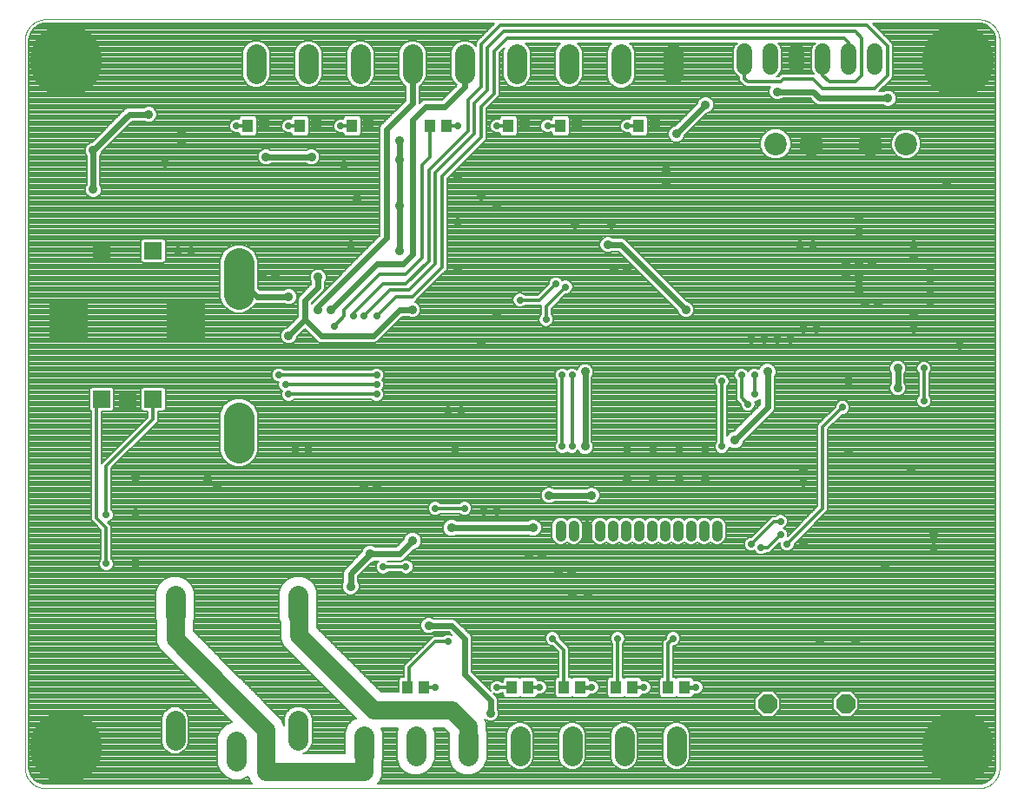
<source format=gbl>
G75*
%MOIN*%
%OFA0B0*%
%FSLAX25Y25*%
%IPPOS*%
%LPD*%
%AMOC8*
5,1,8,0,0,1.08239X$1,22.5*
%
%ADD10C,0.00400*%
%ADD11R,0.06693X0.06693*%
%ADD12R,0.14961X0.14961*%
%ADD13C,0.05906*%
%ADD14C,0.03962*%
%ADD15C,0.11811*%
%ADD16OC8,0.07087*%
%ADD17C,0.08661*%
%ADD18OC8,0.08661*%
%ADD19R,0.04331X0.05118*%
%ADD20C,0.07677*%
%ADD21C,0.00787*%
%ADD22C,0.27559*%
%ADD23C,0.03562*%
%ADD24C,0.03169*%
%ADD25C,0.02400*%
%ADD26C,0.02775*%
%ADD27C,0.01200*%
%ADD28C,0.07000*%
%ADD29C,0.01600*%
D10*
X0036217Y0030429D02*
X0394485Y0030429D01*
X0394675Y0030431D01*
X0394865Y0030438D01*
X0395055Y0030450D01*
X0395245Y0030466D01*
X0395434Y0030486D01*
X0395623Y0030512D01*
X0395811Y0030541D01*
X0395998Y0030576D01*
X0396184Y0030615D01*
X0396369Y0030658D01*
X0396554Y0030706D01*
X0396737Y0030758D01*
X0396918Y0030814D01*
X0397098Y0030875D01*
X0397277Y0030941D01*
X0397454Y0031010D01*
X0397630Y0031084D01*
X0397803Y0031162D01*
X0397975Y0031245D01*
X0398144Y0031331D01*
X0398312Y0031421D01*
X0398477Y0031516D01*
X0398640Y0031614D01*
X0398800Y0031717D01*
X0398958Y0031823D01*
X0399113Y0031933D01*
X0399266Y0032046D01*
X0399416Y0032164D01*
X0399562Y0032285D01*
X0399706Y0032409D01*
X0399847Y0032537D01*
X0399985Y0032668D01*
X0400120Y0032803D01*
X0400251Y0032941D01*
X0400379Y0033082D01*
X0400503Y0033226D01*
X0400624Y0033372D01*
X0400742Y0033522D01*
X0400855Y0033675D01*
X0400965Y0033830D01*
X0401071Y0033988D01*
X0401174Y0034148D01*
X0401272Y0034311D01*
X0401367Y0034476D01*
X0401457Y0034644D01*
X0401543Y0034813D01*
X0401626Y0034985D01*
X0401704Y0035158D01*
X0401778Y0035334D01*
X0401847Y0035511D01*
X0401913Y0035690D01*
X0401974Y0035870D01*
X0402030Y0036051D01*
X0402082Y0036234D01*
X0402130Y0036419D01*
X0402173Y0036604D01*
X0402212Y0036790D01*
X0402247Y0036977D01*
X0402276Y0037165D01*
X0402302Y0037354D01*
X0402322Y0037543D01*
X0402338Y0037733D01*
X0402350Y0037923D01*
X0402357Y0038113D01*
X0402359Y0038303D01*
X0402359Y0317831D01*
X0402357Y0318021D01*
X0402350Y0318211D01*
X0402338Y0318401D01*
X0402322Y0318591D01*
X0402302Y0318780D01*
X0402276Y0318969D01*
X0402247Y0319157D01*
X0402212Y0319344D01*
X0402173Y0319530D01*
X0402130Y0319715D01*
X0402082Y0319900D01*
X0402030Y0320083D01*
X0401974Y0320264D01*
X0401913Y0320444D01*
X0401847Y0320623D01*
X0401778Y0320800D01*
X0401704Y0320976D01*
X0401626Y0321149D01*
X0401543Y0321321D01*
X0401457Y0321490D01*
X0401367Y0321658D01*
X0401272Y0321823D01*
X0401174Y0321986D01*
X0401071Y0322146D01*
X0400965Y0322304D01*
X0400855Y0322459D01*
X0400742Y0322612D01*
X0400624Y0322762D01*
X0400503Y0322908D01*
X0400379Y0323052D01*
X0400251Y0323193D01*
X0400120Y0323331D01*
X0399985Y0323466D01*
X0399847Y0323597D01*
X0399706Y0323725D01*
X0399562Y0323849D01*
X0399416Y0323970D01*
X0399266Y0324088D01*
X0399113Y0324201D01*
X0398958Y0324311D01*
X0398800Y0324417D01*
X0398640Y0324520D01*
X0398477Y0324618D01*
X0398312Y0324713D01*
X0398144Y0324803D01*
X0397975Y0324889D01*
X0397803Y0324972D01*
X0397630Y0325050D01*
X0397454Y0325124D01*
X0397277Y0325193D01*
X0397098Y0325259D01*
X0396918Y0325320D01*
X0396737Y0325376D01*
X0396554Y0325428D01*
X0396369Y0325476D01*
X0396184Y0325519D01*
X0395998Y0325558D01*
X0395811Y0325593D01*
X0395623Y0325622D01*
X0395434Y0325648D01*
X0395245Y0325668D01*
X0395055Y0325684D01*
X0394865Y0325696D01*
X0394675Y0325703D01*
X0394485Y0325705D01*
X0036217Y0325705D01*
X0036027Y0325703D01*
X0035837Y0325696D01*
X0035647Y0325684D01*
X0035457Y0325668D01*
X0035268Y0325648D01*
X0035079Y0325622D01*
X0034891Y0325593D01*
X0034704Y0325558D01*
X0034518Y0325519D01*
X0034333Y0325476D01*
X0034148Y0325428D01*
X0033965Y0325376D01*
X0033784Y0325320D01*
X0033604Y0325259D01*
X0033425Y0325193D01*
X0033248Y0325124D01*
X0033072Y0325050D01*
X0032899Y0324972D01*
X0032727Y0324889D01*
X0032558Y0324803D01*
X0032390Y0324713D01*
X0032225Y0324618D01*
X0032062Y0324520D01*
X0031902Y0324417D01*
X0031744Y0324311D01*
X0031589Y0324201D01*
X0031436Y0324088D01*
X0031286Y0323970D01*
X0031140Y0323849D01*
X0030996Y0323725D01*
X0030855Y0323597D01*
X0030717Y0323466D01*
X0030582Y0323331D01*
X0030451Y0323193D01*
X0030323Y0323052D01*
X0030199Y0322908D01*
X0030078Y0322762D01*
X0029960Y0322612D01*
X0029847Y0322459D01*
X0029737Y0322304D01*
X0029631Y0322146D01*
X0029528Y0321986D01*
X0029430Y0321823D01*
X0029335Y0321658D01*
X0029245Y0321490D01*
X0029159Y0321321D01*
X0029076Y0321149D01*
X0028998Y0320976D01*
X0028924Y0320800D01*
X0028855Y0320623D01*
X0028789Y0320444D01*
X0028728Y0320264D01*
X0028672Y0320083D01*
X0028620Y0319900D01*
X0028572Y0319715D01*
X0028529Y0319530D01*
X0028490Y0319344D01*
X0028455Y0319157D01*
X0028426Y0318969D01*
X0028400Y0318780D01*
X0028380Y0318591D01*
X0028364Y0318401D01*
X0028352Y0318211D01*
X0028345Y0318021D01*
X0028343Y0317831D01*
X0028343Y0038303D01*
X0028345Y0038113D01*
X0028352Y0037923D01*
X0028364Y0037733D01*
X0028380Y0037543D01*
X0028400Y0037354D01*
X0028426Y0037165D01*
X0028455Y0036977D01*
X0028490Y0036790D01*
X0028529Y0036604D01*
X0028572Y0036419D01*
X0028620Y0036234D01*
X0028672Y0036051D01*
X0028728Y0035870D01*
X0028789Y0035690D01*
X0028855Y0035511D01*
X0028924Y0035334D01*
X0028998Y0035158D01*
X0029076Y0034985D01*
X0029159Y0034813D01*
X0029245Y0034644D01*
X0029335Y0034476D01*
X0029430Y0034311D01*
X0029528Y0034148D01*
X0029631Y0033988D01*
X0029737Y0033830D01*
X0029847Y0033675D01*
X0029960Y0033522D01*
X0030078Y0033372D01*
X0030199Y0033226D01*
X0030323Y0033082D01*
X0030451Y0032941D01*
X0030582Y0032803D01*
X0030717Y0032668D01*
X0030855Y0032537D01*
X0030996Y0032409D01*
X0031140Y0032285D01*
X0031286Y0032164D01*
X0031436Y0032046D01*
X0031589Y0031933D01*
X0031744Y0031823D01*
X0031902Y0031717D01*
X0032062Y0031614D01*
X0032225Y0031516D01*
X0032390Y0031421D01*
X0032558Y0031331D01*
X0032727Y0031245D01*
X0032899Y0031162D01*
X0033072Y0031084D01*
X0033248Y0031010D01*
X0033425Y0030941D01*
X0033604Y0030875D01*
X0033784Y0030814D01*
X0033965Y0030758D01*
X0034148Y0030706D01*
X0034333Y0030658D01*
X0034518Y0030615D01*
X0034704Y0030576D01*
X0034891Y0030541D01*
X0035079Y0030512D01*
X0035268Y0030486D01*
X0035457Y0030466D01*
X0035647Y0030450D01*
X0035837Y0030438D01*
X0036027Y0030431D01*
X0036217Y0030429D01*
D11*
X0057871Y0179839D03*
X0067713Y0179839D03*
X0077556Y0179839D03*
X0077556Y0236925D03*
X0057871Y0236925D03*
D12*
X0045272Y0209366D03*
X0090154Y0209366D03*
D13*
X0304593Y0307476D02*
X0304593Y0313382D01*
X0314593Y0313382D02*
X0314593Y0307476D01*
X0324593Y0307476D02*
X0324593Y0313382D01*
X0334593Y0313382D02*
X0334593Y0307476D01*
X0344593Y0307476D02*
X0344593Y0313382D01*
X0354593Y0313382D02*
X0354593Y0307476D01*
D14*
X0293973Y0131229D02*
X0293973Y0127267D01*
X0288973Y0127267D02*
X0288973Y0131229D01*
X0283973Y0131229D02*
X0283973Y0127267D01*
X0278973Y0127267D02*
X0278973Y0131229D01*
X0273973Y0131229D02*
X0273973Y0127267D01*
X0268973Y0127267D02*
X0268973Y0131229D01*
X0263973Y0131229D02*
X0263973Y0127267D01*
X0258973Y0127267D02*
X0258973Y0131229D01*
X0253973Y0131229D02*
X0253973Y0127267D01*
X0248973Y0127267D02*
X0248973Y0131229D01*
X0243973Y0131229D02*
X0243973Y0127267D01*
X0238973Y0127267D02*
X0238973Y0131229D01*
X0233973Y0131229D02*
X0233973Y0127267D01*
D15*
X0110430Y0161138D02*
X0110430Y0172949D01*
X0110430Y0220193D02*
X0110430Y0232004D01*
D16*
X0313343Y0062929D03*
X0343343Y0062929D03*
D17*
X0366483Y0277929D03*
X0316453Y0277929D03*
D18*
X0330233Y0277929D03*
X0352703Y0277929D03*
D19*
X0270243Y0284804D03*
X0263944Y0284804D03*
X0240243Y0284804D03*
X0233944Y0284804D03*
X0220243Y0284804D03*
X0213944Y0284804D03*
X0190243Y0284804D03*
X0183944Y0284804D03*
X0160243Y0284804D03*
X0153944Y0284804D03*
X0140243Y0284804D03*
X0133944Y0284804D03*
X0120243Y0284804D03*
X0113944Y0284804D03*
X0175194Y0069179D03*
X0181493Y0069179D03*
X0215194Y0069179D03*
X0221493Y0069179D03*
X0235194Y0069179D03*
X0241493Y0069179D03*
X0255194Y0069179D03*
X0261493Y0069179D03*
X0275194Y0069179D03*
X0281493Y0069179D03*
D20*
X0278343Y0050518D02*
X0278343Y0042841D01*
X0258343Y0042841D02*
X0258343Y0050518D01*
X0238343Y0050518D02*
X0238343Y0042841D01*
X0218343Y0042841D02*
X0218343Y0050518D01*
X0198343Y0050518D02*
X0198343Y0042841D01*
X0178343Y0042841D02*
X0178343Y0050518D01*
X0158343Y0050518D02*
X0158343Y0042841D01*
X0133215Y0048825D02*
X0133215Y0056502D01*
X0109593Y0048628D02*
X0109593Y0040951D01*
X0085971Y0048825D02*
X0085971Y0056502D01*
X0085971Y0096856D02*
X0085971Y0104533D01*
X0133215Y0104533D02*
X0133215Y0096856D01*
X0137093Y0304716D02*
X0137093Y0312393D01*
X0117093Y0312393D02*
X0117093Y0304716D01*
X0157093Y0304716D02*
X0157093Y0312393D01*
X0177093Y0312393D02*
X0177093Y0304716D01*
X0197093Y0304716D02*
X0197093Y0312393D01*
X0217093Y0312393D02*
X0217093Y0304716D01*
X0237093Y0304716D02*
X0237093Y0312393D01*
X0257093Y0312393D02*
X0257093Y0304716D01*
X0277093Y0304716D02*
X0277093Y0312393D01*
D21*
X0262525Y0312572D02*
X0300247Y0312572D01*
X0300247Y0313358D02*
X0262525Y0313358D01*
X0262525Y0313473D02*
X0261698Y0315470D01*
X0260608Y0316560D01*
X0301625Y0316560D01*
X0300908Y0315844D01*
X0300247Y0314246D01*
X0300247Y0306612D01*
X0300908Y0305014D01*
X0302131Y0303792D01*
X0302599Y0303598D01*
X0302599Y0302103D01*
X0303849Y0300853D01*
X0305017Y0299685D01*
X0314384Y0299685D01*
X0313918Y0298561D01*
X0313918Y0297298D01*
X0314402Y0296131D01*
X0315295Y0295238D01*
X0316462Y0294754D01*
X0317725Y0294754D01*
X0318892Y0295238D01*
X0318989Y0295335D01*
X0329769Y0295335D01*
X0331144Y0293960D01*
X0331874Y0293230D01*
X0332827Y0292835D01*
X0357697Y0292835D01*
X0357795Y0292738D01*
X0358962Y0292254D01*
X0360225Y0292254D01*
X0361392Y0292738D01*
X0362285Y0293631D01*
X0362768Y0294798D01*
X0362768Y0296061D01*
X0362285Y0297228D01*
X0361392Y0298121D01*
X0360225Y0298604D01*
X0358962Y0298604D01*
X0357795Y0298121D01*
X0357697Y0298023D01*
X0356256Y0298023D01*
X0360419Y0302185D01*
X0361587Y0303353D01*
X0361587Y0316255D01*
X0360419Y0317423D01*
X0353731Y0324111D01*
X0394485Y0324111D01*
X0395467Y0324034D01*
X0397336Y0323427D01*
X0398926Y0322272D01*
X0400081Y0320682D01*
X0400688Y0318813D01*
X0400765Y0317831D01*
X0400765Y0038303D01*
X0400688Y0037321D01*
X0400081Y0035452D01*
X0398926Y0033862D01*
X0397336Y0032707D01*
X0395467Y0032100D01*
X0394485Y0032023D01*
X0163648Y0032023D01*
X0164314Y0032689D01*
X0165386Y0035278D01*
X0165386Y0040555D01*
X0165725Y0041372D01*
X0165725Y0051986D01*
X0165145Y0053386D01*
X0171541Y0053386D01*
X0170961Y0051986D01*
X0170961Y0041372D01*
X0172085Y0038659D01*
X0174162Y0036582D01*
X0176875Y0035459D01*
X0179812Y0035459D01*
X0182525Y0036582D01*
X0184601Y0038659D01*
X0185725Y0041372D01*
X0185725Y0051986D01*
X0185145Y0053386D01*
X0189176Y0053386D01*
X0190961Y0051600D01*
X0190961Y0041372D01*
X0192085Y0038659D01*
X0194162Y0036582D01*
X0196875Y0035459D01*
X0199812Y0035459D01*
X0202525Y0036582D01*
X0204601Y0038659D01*
X0205725Y0041372D01*
X0205725Y0051986D01*
X0205386Y0052803D01*
X0205386Y0055580D01*
X0204810Y0056973D01*
X0205295Y0056488D01*
X0206462Y0056004D01*
X0207725Y0056004D01*
X0208892Y0056488D01*
X0209785Y0057381D01*
X0210268Y0058548D01*
X0210268Y0059811D01*
X0209785Y0060978D01*
X0209687Y0061075D01*
X0209687Y0064695D01*
X0209292Y0065648D01*
X0208190Y0066750D01*
X0209040Y0066398D01*
X0210146Y0066398D01*
X0211169Y0066821D01*
X0211533Y0067185D01*
X0211635Y0067185D01*
X0211635Y0066043D01*
X0212451Y0065226D01*
X0217936Y0065226D01*
X0218343Y0065633D01*
X0218750Y0065226D01*
X0224235Y0065226D01*
X0225052Y0066043D01*
X0225052Y0066497D01*
X0225290Y0066398D01*
X0226396Y0066398D01*
X0227419Y0066821D01*
X0228201Y0067604D01*
X0228624Y0068626D01*
X0228624Y0069732D01*
X0228201Y0070754D01*
X0227419Y0071537D01*
X0226396Y0071960D01*
X0225290Y0071960D01*
X0225052Y0071862D01*
X0225052Y0072315D01*
X0224235Y0073132D01*
X0218750Y0073132D01*
X0218343Y0072725D01*
X0217936Y0073132D01*
X0212451Y0073132D01*
X0211635Y0072315D01*
X0211635Y0071173D01*
X0211533Y0071173D01*
X0211169Y0071537D01*
X0210146Y0071960D01*
X0209040Y0071960D01*
X0208018Y0071537D01*
X0207235Y0070754D01*
X0206812Y0069732D01*
X0206812Y0068626D01*
X0207164Y0067776D01*
X0199687Y0075253D01*
X0199687Y0088445D01*
X0199292Y0089398D01*
X0193562Y0095128D01*
X0192609Y0095523D01*
X0185239Y0095523D01*
X0185142Y0095621D01*
X0183975Y0096104D01*
X0182712Y0096104D01*
X0181545Y0095621D01*
X0180652Y0094728D01*
X0180168Y0093561D01*
X0180168Y0092298D01*
X0180652Y0091131D01*
X0181545Y0090238D01*
X0182712Y0089754D01*
X0183975Y0089754D01*
X0185142Y0090238D01*
X0185239Y0090335D01*
X0191019Y0090335D01*
X0192246Y0089108D01*
X0191396Y0089460D01*
X0190290Y0089460D01*
X0189268Y0089037D01*
X0188904Y0088673D01*
X0185017Y0088673D01*
X0175017Y0078673D01*
X0173849Y0077505D01*
X0173849Y0073132D01*
X0172451Y0073132D01*
X0171635Y0072315D01*
X0171635Y0067472D01*
X0165011Y0067472D01*
X0140386Y0092097D01*
X0140386Y0094879D01*
X0140597Y0095388D01*
X0140597Y0106002D01*
X0139473Y0108715D01*
X0137397Y0110792D01*
X0134684Y0111915D01*
X0131747Y0111915D01*
X0129034Y0110792D01*
X0126957Y0108715D01*
X0125833Y0106002D01*
X0125833Y0095388D01*
X0126300Y0094262D01*
X0126300Y0087778D01*
X0127372Y0085189D01*
X0129353Y0083208D01*
X0155310Y0057251D01*
X0154162Y0056776D01*
X0152085Y0054699D01*
X0150961Y0051986D01*
X0150961Y0043722D01*
X0135092Y0043722D01*
X0136292Y0044220D01*
X0137820Y0045748D01*
X0138648Y0047744D01*
X0138648Y0057583D01*
X0137820Y0059579D01*
X0136292Y0061107D01*
X0134296Y0061934D01*
X0132135Y0061934D01*
X0130138Y0061107D01*
X0128610Y0059579D01*
X0127783Y0057583D01*
X0127783Y0054580D01*
X0126814Y0056919D01*
X0110655Y0073078D01*
X0110564Y0073297D01*
X0093014Y0090847D01*
X0093014Y0094571D01*
X0093353Y0095388D01*
X0093353Y0106002D01*
X0092229Y0108715D01*
X0090153Y0110792D01*
X0087439Y0111915D01*
X0084503Y0111915D01*
X0081790Y0110792D01*
X0079713Y0108715D01*
X0078589Y0106002D01*
X0078589Y0095388D01*
X0078928Y0094571D01*
X0078928Y0086528D01*
X0080000Y0083939D01*
X0098532Y0065408D01*
X0098622Y0065189D01*
X0100603Y0063208D01*
X0107896Y0055915D01*
X0105412Y0054886D01*
X0103335Y0052809D01*
X0102211Y0050096D01*
X0102211Y0039482D01*
X0103335Y0036769D01*
X0105412Y0034693D01*
X0108125Y0033569D01*
X0111062Y0033569D01*
X0113775Y0034693D01*
X0113964Y0034882D01*
X0114872Y0032689D01*
X0115539Y0032023D01*
X0036217Y0032023D01*
X0035235Y0032100D01*
X0033366Y0032707D01*
X0031776Y0033862D01*
X0030621Y0035452D01*
X0030014Y0037321D01*
X0029937Y0038303D01*
X0029937Y0317831D01*
X0030014Y0318813D01*
X0030621Y0320682D01*
X0031776Y0322272D01*
X0033366Y0323427D01*
X0035235Y0324034D01*
X0036217Y0324111D01*
X0208581Y0324111D01*
X0202517Y0318048D01*
X0201349Y0316880D01*
X0201349Y0315536D01*
X0200057Y0316828D01*
X0198134Y0317625D01*
X0196052Y0317625D01*
X0194129Y0316828D01*
X0192657Y0315357D01*
X0191861Y0313433D01*
X0191861Y0303675D01*
X0192657Y0301752D01*
X0194015Y0300394D01*
X0188519Y0294898D01*
X0181577Y0294898D01*
X0180624Y0294503D01*
X0179687Y0293566D01*
X0179687Y0300127D01*
X0180057Y0300280D01*
X0181529Y0301752D01*
X0182325Y0303675D01*
X0182325Y0313433D01*
X0181529Y0315357D01*
X0180057Y0316828D01*
X0178134Y0317625D01*
X0176052Y0317625D01*
X0174129Y0316828D01*
X0172657Y0315357D01*
X0171861Y0313433D01*
X0171861Y0303675D01*
X0172657Y0301752D01*
X0174129Y0300280D01*
X0174499Y0300127D01*
X0174499Y0294628D01*
X0164894Y0285023D01*
X0164499Y0284070D01*
X0164499Y0242753D01*
X0139374Y0217628D01*
X0138644Y0216898D01*
X0138437Y0216397D01*
X0138437Y0216855D01*
X0143042Y0221460D01*
X0143437Y0222413D01*
X0143437Y0224783D01*
X0143535Y0224881D01*
X0144018Y0226048D01*
X0144018Y0227311D01*
X0143535Y0228478D01*
X0142642Y0229371D01*
X0141475Y0229854D01*
X0140212Y0229854D01*
X0139045Y0229371D01*
X0138152Y0228478D01*
X0137668Y0227311D01*
X0137668Y0226048D01*
X0138152Y0224881D01*
X0138249Y0224783D01*
X0138249Y0224003D01*
X0134374Y0220128D01*
X0134374Y0220128D01*
X0133644Y0219398D01*
X0133249Y0218445D01*
X0133249Y0211503D01*
X0129100Y0207354D01*
X0128962Y0207354D01*
X0127795Y0206871D01*
X0126902Y0205978D01*
X0126418Y0204811D01*
X0126418Y0203548D01*
X0126902Y0202381D01*
X0127795Y0201488D01*
X0128962Y0201004D01*
X0130225Y0201004D01*
X0131392Y0201488D01*
X0132285Y0202381D01*
X0132768Y0203548D01*
X0132768Y0203686D01*
X0135843Y0206761D01*
X0140624Y0201980D01*
X0141577Y0201585D01*
X0162609Y0201585D01*
X0163562Y0201980D01*
X0164292Y0202710D01*
X0173168Y0211585D01*
X0175197Y0211585D01*
X0175295Y0211488D01*
X0176462Y0211004D01*
X0177725Y0211004D01*
X0178892Y0211488D01*
X0179785Y0212381D01*
X0180268Y0213548D01*
X0180268Y0214811D01*
X0179785Y0215978D01*
X0178892Y0216871D01*
X0177981Y0217248D01*
X0179087Y0218353D01*
X0179087Y0218353D01*
X0189169Y0228435D01*
X0190337Y0229603D01*
X0190337Y0264603D01*
X0205337Y0279603D01*
X0205337Y0291478D01*
X0210337Y0296478D01*
X0210337Y0312728D01*
X0212440Y0314831D01*
X0211861Y0313433D01*
X0211861Y0303675D01*
X0212657Y0301752D01*
X0214129Y0300280D01*
X0216052Y0299483D01*
X0218134Y0299483D01*
X0220057Y0300280D01*
X0221529Y0301752D01*
X0222325Y0303675D01*
X0222325Y0313433D01*
X0221529Y0315357D01*
X0220325Y0316560D01*
X0233861Y0316560D01*
X0232657Y0315357D01*
X0231861Y0313433D01*
X0231861Y0303675D01*
X0232657Y0301752D01*
X0234129Y0300280D01*
X0236052Y0299483D01*
X0238134Y0299483D01*
X0240057Y0300280D01*
X0241529Y0301752D01*
X0242325Y0303675D01*
X0242325Y0313433D01*
X0241529Y0315357D01*
X0240325Y0316560D01*
X0253579Y0316560D01*
X0252488Y0315470D01*
X0251661Y0313473D01*
X0251661Y0303635D01*
X0252488Y0301638D01*
X0254016Y0300110D01*
X0256013Y0299283D01*
X0258174Y0299283D01*
X0260170Y0300110D01*
X0261698Y0301638D01*
X0262525Y0303635D01*
X0262525Y0313473D01*
X0262248Y0314144D02*
X0300247Y0314144D01*
X0300530Y0314930D02*
X0261922Y0314930D01*
X0261453Y0315716D02*
X0300855Y0315716D01*
X0301566Y0316501D02*
X0260667Y0316501D01*
X0262525Y0311786D02*
X0300247Y0311786D01*
X0300247Y0311000D02*
X0262525Y0311000D01*
X0262525Y0310214D02*
X0300247Y0310214D01*
X0300247Y0309428D02*
X0262525Y0309428D01*
X0262525Y0308642D02*
X0300247Y0308642D01*
X0300247Y0307856D02*
X0262525Y0307856D01*
X0262525Y0307070D02*
X0300247Y0307070D01*
X0300382Y0306285D02*
X0262525Y0306285D01*
X0262525Y0305499D02*
X0300708Y0305499D01*
X0301210Y0304713D02*
X0262525Y0304713D01*
X0262525Y0303927D02*
X0301996Y0303927D01*
X0302599Y0303141D02*
X0262321Y0303141D01*
X0261995Y0302355D02*
X0302599Y0302355D01*
X0303134Y0301569D02*
X0261629Y0301569D01*
X0260843Y0300783D02*
X0303920Y0300783D01*
X0304706Y0299997D02*
X0259897Y0299997D01*
X0254289Y0299997D02*
X0239375Y0299997D01*
X0240560Y0300783D02*
X0253343Y0300783D01*
X0252557Y0301569D02*
X0241346Y0301569D01*
X0241779Y0302355D02*
X0252191Y0302355D01*
X0251866Y0303141D02*
X0242104Y0303141D01*
X0242325Y0303927D02*
X0251661Y0303927D01*
X0251661Y0304713D02*
X0242325Y0304713D01*
X0242325Y0305499D02*
X0251661Y0305499D01*
X0251661Y0306285D02*
X0242325Y0306285D01*
X0242325Y0307070D02*
X0251661Y0307070D01*
X0251661Y0307856D02*
X0242325Y0307856D01*
X0242325Y0308642D02*
X0251661Y0308642D01*
X0251661Y0309428D02*
X0242325Y0309428D01*
X0242325Y0310214D02*
X0251661Y0310214D01*
X0251661Y0311000D02*
X0242325Y0311000D01*
X0242325Y0311786D02*
X0251661Y0311786D01*
X0251661Y0312572D02*
X0242325Y0312572D01*
X0242325Y0313358D02*
X0251661Y0313358D01*
X0251939Y0314144D02*
X0242031Y0314144D01*
X0241706Y0314930D02*
X0252264Y0314930D01*
X0252734Y0315716D02*
X0241170Y0315716D01*
X0240384Y0316501D02*
X0253520Y0316501D01*
X0233802Y0316501D02*
X0220384Y0316501D01*
X0221170Y0315716D02*
X0233016Y0315716D01*
X0232481Y0314930D02*
X0221706Y0314930D01*
X0222031Y0314144D02*
X0232155Y0314144D01*
X0231861Y0313358D02*
X0222325Y0313358D01*
X0222325Y0312572D02*
X0231861Y0312572D01*
X0231861Y0311786D02*
X0222325Y0311786D01*
X0222325Y0311000D02*
X0231861Y0311000D01*
X0231861Y0310214D02*
X0222325Y0310214D01*
X0222325Y0309428D02*
X0231861Y0309428D01*
X0231861Y0308642D02*
X0222325Y0308642D01*
X0222325Y0307856D02*
X0231861Y0307856D01*
X0231861Y0307070D02*
X0222325Y0307070D01*
X0222325Y0306285D02*
X0231861Y0306285D01*
X0231861Y0305499D02*
X0222325Y0305499D01*
X0222325Y0304713D02*
X0231861Y0304713D01*
X0231861Y0303927D02*
X0222325Y0303927D01*
X0222104Y0303141D02*
X0232082Y0303141D01*
X0232408Y0302355D02*
X0221779Y0302355D01*
X0221346Y0301569D02*
X0232840Y0301569D01*
X0233626Y0300783D02*
X0220560Y0300783D01*
X0219375Y0299997D02*
X0234812Y0299997D01*
X0236686Y0288757D02*
X0231201Y0288757D01*
X0230385Y0287940D01*
X0230385Y0287228D01*
X0229521Y0287585D01*
X0228415Y0287585D01*
X0227393Y0287162D01*
X0226610Y0286379D01*
X0226187Y0285357D01*
X0226187Y0284251D01*
X0226610Y0283229D01*
X0227393Y0282446D01*
X0228415Y0282023D01*
X0229521Y0282023D01*
X0230385Y0282381D01*
X0230385Y0281668D01*
X0231201Y0280851D01*
X0236686Y0280851D01*
X0237503Y0281668D01*
X0237503Y0287940D01*
X0236686Y0288757D01*
X0237235Y0288209D02*
X0260653Y0288209D01*
X0260385Y0287940D02*
X0260385Y0287487D01*
X0260146Y0287585D01*
X0259040Y0287585D01*
X0258018Y0287162D01*
X0257235Y0286379D01*
X0256812Y0285357D01*
X0256812Y0284251D01*
X0257235Y0283229D01*
X0258018Y0282446D01*
X0259040Y0282023D01*
X0260146Y0282023D01*
X0260385Y0282122D01*
X0260385Y0281668D01*
X0261201Y0280851D01*
X0266686Y0280851D01*
X0267503Y0281668D01*
X0267503Y0287940D01*
X0266686Y0288757D01*
X0261201Y0288757D01*
X0260385Y0287940D01*
X0258648Y0287423D02*
X0237503Y0287423D01*
X0237503Y0286637D02*
X0257493Y0286637D01*
X0257016Y0285851D02*
X0237503Y0285851D01*
X0237503Y0285065D02*
X0256812Y0285065D01*
X0256812Y0284279D02*
X0237503Y0284279D01*
X0237503Y0283493D02*
X0257126Y0283493D01*
X0257757Y0282707D02*
X0237503Y0282707D01*
X0237503Y0281921D02*
X0260385Y0281921D01*
X0260917Y0281135D02*
X0236970Y0281135D01*
X0230917Y0281135D02*
X0216970Y0281135D01*
X0216686Y0280851D02*
X0217503Y0281668D01*
X0217503Y0287940D01*
X0216686Y0288757D01*
X0211201Y0288757D01*
X0210385Y0287940D01*
X0210385Y0287487D01*
X0210146Y0287585D01*
X0209040Y0287585D01*
X0208018Y0287162D01*
X0207235Y0286379D01*
X0206812Y0285357D01*
X0206812Y0284251D01*
X0207235Y0283229D01*
X0208018Y0282446D01*
X0209040Y0282023D01*
X0210146Y0282023D01*
X0210385Y0282122D01*
X0210385Y0281668D01*
X0211201Y0280851D01*
X0216686Y0280851D01*
X0217503Y0281921D02*
X0230385Y0281921D01*
X0227132Y0282707D02*
X0217503Y0282707D01*
X0217503Y0283493D02*
X0226501Y0283493D01*
X0226187Y0284279D02*
X0217503Y0284279D01*
X0217503Y0285065D02*
X0226187Y0285065D01*
X0226391Y0285851D02*
X0217503Y0285851D01*
X0217503Y0286637D02*
X0226868Y0286637D01*
X0228023Y0287423D02*
X0217503Y0287423D01*
X0217235Y0288209D02*
X0230653Y0288209D01*
X0230385Y0287423D02*
X0229914Y0287423D01*
X0214812Y0299997D02*
X0210337Y0299997D01*
X0210337Y0299211D02*
X0314188Y0299211D01*
X0313918Y0298425D02*
X0210337Y0298425D01*
X0210337Y0297640D02*
X0313918Y0297640D01*
X0314102Y0296854D02*
X0210337Y0296854D01*
X0209926Y0296068D02*
X0288874Y0296068D01*
X0288962Y0296104D02*
X0287795Y0295621D01*
X0286902Y0294728D01*
X0286418Y0293561D01*
X0286418Y0293422D01*
X0277850Y0284854D01*
X0277712Y0284854D01*
X0276545Y0284371D01*
X0275652Y0283478D01*
X0275168Y0282311D01*
X0275168Y0281048D01*
X0275652Y0279881D01*
X0276545Y0278988D01*
X0277712Y0278504D01*
X0278975Y0278504D01*
X0280142Y0278988D01*
X0281035Y0279881D01*
X0281518Y0281048D01*
X0281518Y0281186D01*
X0290086Y0289754D01*
X0290225Y0289754D01*
X0291392Y0290238D01*
X0292285Y0291131D01*
X0292768Y0292298D01*
X0292768Y0293561D01*
X0292285Y0294728D01*
X0291392Y0295621D01*
X0290225Y0296104D01*
X0288962Y0296104D01*
X0290312Y0296068D02*
X0314465Y0296068D01*
X0315251Y0295282D02*
X0291730Y0295282D01*
X0292381Y0294496D02*
X0330608Y0294496D01*
X0329822Y0295282D02*
X0318936Y0295282D01*
X0317517Y0303673D02*
X0316768Y0303673D01*
X0317055Y0303792D01*
X0318278Y0305014D01*
X0318940Y0306612D01*
X0318940Y0314246D01*
X0318278Y0315844D01*
X0317561Y0316560D01*
X0331625Y0316560D01*
X0330908Y0315844D01*
X0330247Y0314246D01*
X0330247Y0306612D01*
X0330908Y0305014D01*
X0331000Y0304923D01*
X0318767Y0304923D01*
X0317599Y0303755D01*
X0317517Y0303673D01*
X0317771Y0303927D02*
X0317190Y0303927D01*
X0317976Y0304713D02*
X0318557Y0304713D01*
X0318479Y0305499D02*
X0330708Y0305499D01*
X0330382Y0306285D02*
X0318804Y0306285D01*
X0318940Y0307070D02*
X0330247Y0307070D01*
X0330247Y0307856D02*
X0318940Y0307856D01*
X0318940Y0308642D02*
X0330247Y0308642D01*
X0330247Y0309428D02*
X0318940Y0309428D01*
X0318940Y0310214D02*
X0330247Y0310214D01*
X0330247Y0311000D02*
X0318940Y0311000D01*
X0318940Y0311786D02*
X0330247Y0311786D01*
X0330247Y0312572D02*
X0318940Y0312572D01*
X0318940Y0313358D02*
X0330247Y0313358D01*
X0330247Y0314144D02*
X0318940Y0314144D01*
X0318657Y0314930D02*
X0330530Y0314930D01*
X0330855Y0315716D02*
X0318331Y0315716D01*
X0317620Y0316501D02*
X0331566Y0316501D01*
X0331394Y0293710D02*
X0292706Y0293710D01*
X0292768Y0292924D02*
X0332613Y0292924D01*
X0321476Y0281285D02*
X0319809Y0282952D01*
X0317632Y0283854D01*
X0315275Y0283854D01*
X0313098Y0282952D01*
X0311431Y0281285D01*
X0310529Y0279108D01*
X0310529Y0276751D01*
X0311431Y0274573D01*
X0313098Y0272907D01*
X0315275Y0272005D01*
X0317632Y0272005D01*
X0319809Y0272907D01*
X0321476Y0274573D01*
X0322378Y0276751D01*
X0322378Y0279108D01*
X0321476Y0281285D01*
X0321538Y0281135D02*
X0361615Y0281135D01*
X0361630Y0281172D02*
X0360759Y0279068D01*
X0360759Y0276790D01*
X0361630Y0274687D01*
X0363240Y0273076D01*
X0365344Y0272205D01*
X0367622Y0272205D01*
X0369726Y0273076D01*
X0371336Y0274687D01*
X0372207Y0276790D01*
X0372207Y0279068D01*
X0371336Y0281172D01*
X0369726Y0282782D01*
X0367622Y0283654D01*
X0365344Y0283654D01*
X0363240Y0282782D01*
X0361630Y0281172D01*
X0361289Y0280349D02*
X0321863Y0280349D01*
X0322189Y0279564D02*
X0360964Y0279564D01*
X0360759Y0278778D02*
X0322378Y0278778D01*
X0322378Y0277992D02*
X0360759Y0277992D01*
X0360759Y0277206D02*
X0322378Y0277206D01*
X0322241Y0276420D02*
X0360912Y0276420D01*
X0361238Y0275634D02*
X0321915Y0275634D01*
X0321590Y0274848D02*
X0361563Y0274848D01*
X0362254Y0274062D02*
X0320965Y0274062D01*
X0320179Y0273276D02*
X0363040Y0273276D01*
X0364655Y0272490D02*
X0318804Y0272490D01*
X0314103Y0272490D02*
X0198224Y0272490D01*
X0197438Y0271704D02*
X0400765Y0271704D01*
X0400765Y0270918D02*
X0196652Y0270918D01*
X0195866Y0270133D02*
X0400765Y0270133D01*
X0400765Y0269347D02*
X0195080Y0269347D01*
X0194294Y0268561D02*
X0400765Y0268561D01*
X0400765Y0267775D02*
X0193508Y0267775D01*
X0192722Y0266989D02*
X0400765Y0266989D01*
X0400765Y0266203D02*
X0191937Y0266203D01*
X0191151Y0265417D02*
X0400765Y0265417D01*
X0400765Y0264631D02*
X0190365Y0264631D01*
X0190337Y0263845D02*
X0400765Y0263845D01*
X0400765Y0263059D02*
X0190337Y0263059D01*
X0190337Y0262273D02*
X0400765Y0262273D01*
X0400765Y0261488D02*
X0190337Y0261488D01*
X0190337Y0260702D02*
X0400765Y0260702D01*
X0400765Y0259916D02*
X0190337Y0259916D01*
X0190337Y0259130D02*
X0400765Y0259130D01*
X0400765Y0258344D02*
X0190337Y0258344D01*
X0190337Y0257558D02*
X0400765Y0257558D01*
X0400765Y0256772D02*
X0190337Y0256772D01*
X0190337Y0255986D02*
X0400765Y0255986D01*
X0400765Y0255200D02*
X0190337Y0255200D01*
X0190337Y0254414D02*
X0400765Y0254414D01*
X0400765Y0253628D02*
X0190337Y0253628D01*
X0190337Y0252842D02*
X0400765Y0252842D01*
X0400765Y0252057D02*
X0190337Y0252057D01*
X0190337Y0251271D02*
X0400765Y0251271D01*
X0400765Y0250485D02*
X0190337Y0250485D01*
X0190337Y0249699D02*
X0400765Y0249699D01*
X0400765Y0248913D02*
X0190337Y0248913D01*
X0190337Y0248127D02*
X0400765Y0248127D01*
X0400765Y0247341D02*
X0190337Y0247341D01*
X0190337Y0246555D02*
X0400765Y0246555D01*
X0400765Y0245769D02*
X0190337Y0245769D01*
X0190337Y0244983D02*
X0400765Y0244983D01*
X0400765Y0244197D02*
X0190337Y0244197D01*
X0190337Y0243412D02*
X0400765Y0243412D01*
X0400765Y0242626D02*
X0190337Y0242626D01*
X0190337Y0241840D02*
X0250264Y0241840D01*
X0250295Y0241871D02*
X0249402Y0240978D01*
X0248918Y0239811D01*
X0248918Y0238548D01*
X0249402Y0237381D01*
X0250295Y0236488D01*
X0251462Y0236004D01*
X0252725Y0236004D01*
X0253892Y0236488D01*
X0253989Y0236585D01*
X0256019Y0236585D01*
X0278918Y0213686D01*
X0278918Y0213548D01*
X0279402Y0212381D01*
X0280295Y0211488D01*
X0281462Y0211004D01*
X0282725Y0211004D01*
X0283892Y0211488D01*
X0284785Y0212381D01*
X0285268Y0213548D01*
X0285268Y0214811D01*
X0284785Y0215978D01*
X0283892Y0216871D01*
X0282725Y0217354D01*
X0282586Y0217354D01*
X0258562Y0241378D01*
X0257609Y0241773D01*
X0253989Y0241773D01*
X0253892Y0241871D01*
X0252725Y0242354D01*
X0251462Y0242354D01*
X0250295Y0241871D01*
X0249478Y0241054D02*
X0190337Y0241054D01*
X0190337Y0240268D02*
X0249108Y0240268D01*
X0248918Y0239482D02*
X0190337Y0239482D01*
X0190337Y0238696D02*
X0248918Y0238696D01*
X0249182Y0237910D02*
X0190337Y0237910D01*
X0190337Y0237124D02*
X0249658Y0237124D01*
X0250655Y0236338D02*
X0190337Y0236338D01*
X0190337Y0235552D02*
X0257052Y0235552D01*
X0257838Y0234766D02*
X0190337Y0234766D01*
X0190337Y0233981D02*
X0258624Y0233981D01*
X0259410Y0233195D02*
X0190337Y0233195D01*
X0190337Y0232409D02*
X0260196Y0232409D01*
X0260981Y0231623D02*
X0190337Y0231623D01*
X0190337Y0230837D02*
X0261767Y0230837D01*
X0262553Y0230051D02*
X0190337Y0230051D01*
X0189999Y0229265D02*
X0263339Y0229265D01*
X0264125Y0228479D02*
X0189213Y0228479D01*
X0189169Y0228435D02*
X0189169Y0228435D01*
X0188427Y0227693D02*
X0264911Y0227693D01*
X0265697Y0226907D02*
X0232774Y0226907D01*
X0232646Y0226960D02*
X0231540Y0226960D01*
X0230518Y0226537D01*
X0229735Y0225754D01*
X0229312Y0224732D01*
X0229312Y0224218D01*
X0225017Y0219923D01*
X0220283Y0219923D01*
X0219919Y0220287D01*
X0218896Y0220710D01*
X0217790Y0220710D01*
X0216768Y0220287D01*
X0215985Y0219504D01*
X0215562Y0218482D01*
X0215562Y0217376D01*
X0215985Y0216354D01*
X0216768Y0215571D01*
X0217790Y0215148D01*
X0218896Y0215148D01*
X0219919Y0215571D01*
X0220283Y0215935D01*
X0226349Y0215935D01*
X0226349Y0212368D01*
X0225985Y0212004D01*
X0225562Y0210982D01*
X0225562Y0209876D01*
X0225985Y0208854D01*
X0226768Y0208071D01*
X0227790Y0207648D01*
X0228896Y0207648D01*
X0229919Y0208071D01*
X0230701Y0208854D01*
X0231124Y0209876D01*
X0231124Y0210982D01*
X0230701Y0212004D01*
X0230337Y0212368D01*
X0230337Y0214603D01*
X0235882Y0220148D01*
X0236396Y0220148D01*
X0237419Y0220571D01*
X0238201Y0221354D01*
X0238624Y0222376D01*
X0238624Y0223482D01*
X0238201Y0224504D01*
X0237419Y0225287D01*
X0236396Y0225710D01*
X0235290Y0225710D01*
X0234589Y0225420D01*
X0234451Y0225754D01*
X0233669Y0226537D01*
X0232646Y0226960D01*
X0231412Y0226907D02*
X0187641Y0226907D01*
X0186855Y0226121D02*
X0230102Y0226121D01*
X0229562Y0225336D02*
X0186069Y0225336D01*
X0185283Y0224550D02*
X0229312Y0224550D01*
X0228858Y0223764D02*
X0184497Y0223764D01*
X0183711Y0222978D02*
X0228072Y0222978D01*
X0227286Y0222192D02*
X0182925Y0222192D01*
X0182140Y0221406D02*
X0226501Y0221406D01*
X0225715Y0220620D02*
X0219114Y0220620D01*
X0217572Y0220620D02*
X0181354Y0220620D01*
X0180568Y0219834D02*
X0216315Y0219834D01*
X0215796Y0219048D02*
X0179782Y0219048D01*
X0178996Y0218262D02*
X0215562Y0218262D01*
X0215562Y0217476D02*
X0178210Y0217476D01*
X0179072Y0216690D02*
X0215846Y0216690D01*
X0216435Y0215905D02*
X0179815Y0215905D01*
X0180140Y0215119D02*
X0226349Y0215119D01*
X0226349Y0215905D02*
X0220252Y0215905D01*
X0226349Y0214333D02*
X0180268Y0214333D01*
X0180268Y0213547D02*
X0226349Y0213547D01*
X0226349Y0212761D02*
X0179942Y0212761D01*
X0179379Y0211975D02*
X0225973Y0211975D01*
X0225648Y0211189D02*
X0178171Y0211189D01*
X0176016Y0211189D02*
X0172771Y0211189D01*
X0171985Y0210403D02*
X0225562Y0210403D01*
X0225669Y0209617D02*
X0171199Y0209617D01*
X0170413Y0208831D02*
X0226008Y0208831D01*
X0226831Y0208045D02*
X0169628Y0208045D01*
X0168842Y0207260D02*
X0400765Y0207260D01*
X0400765Y0208045D02*
X0229856Y0208045D01*
X0230678Y0208831D02*
X0400765Y0208831D01*
X0400765Y0209617D02*
X0231017Y0209617D01*
X0231124Y0210403D02*
X0400765Y0210403D01*
X0400765Y0211189D02*
X0283171Y0211189D01*
X0284379Y0211975D02*
X0400765Y0211975D01*
X0400765Y0212761D02*
X0284942Y0212761D01*
X0285268Y0213547D02*
X0400765Y0213547D01*
X0400765Y0214333D02*
X0285268Y0214333D01*
X0285140Y0215119D02*
X0400765Y0215119D01*
X0400765Y0215905D02*
X0284815Y0215905D01*
X0284072Y0216690D02*
X0400765Y0216690D01*
X0400765Y0217476D02*
X0282464Y0217476D01*
X0281678Y0218262D02*
X0400765Y0218262D01*
X0400765Y0219048D02*
X0280892Y0219048D01*
X0280106Y0219834D02*
X0400765Y0219834D01*
X0400765Y0220620D02*
X0279320Y0220620D01*
X0278534Y0221406D02*
X0400765Y0221406D01*
X0400765Y0222192D02*
X0277748Y0222192D01*
X0276963Y0222978D02*
X0400765Y0222978D01*
X0400765Y0223764D02*
X0276177Y0223764D01*
X0275391Y0224550D02*
X0400765Y0224550D01*
X0400765Y0225336D02*
X0274605Y0225336D01*
X0273819Y0226121D02*
X0400765Y0226121D01*
X0400765Y0226907D02*
X0273033Y0226907D01*
X0272247Y0227693D02*
X0400765Y0227693D01*
X0400765Y0228479D02*
X0271461Y0228479D01*
X0270675Y0229265D02*
X0400765Y0229265D01*
X0400765Y0230051D02*
X0269889Y0230051D01*
X0269103Y0230837D02*
X0400765Y0230837D01*
X0400765Y0231623D02*
X0268318Y0231623D01*
X0267532Y0232409D02*
X0400765Y0232409D01*
X0400765Y0233195D02*
X0266746Y0233195D01*
X0265960Y0233981D02*
X0400765Y0233981D01*
X0400765Y0234766D02*
X0265174Y0234766D01*
X0264388Y0235552D02*
X0400765Y0235552D01*
X0400765Y0236338D02*
X0263602Y0236338D01*
X0262816Y0237124D02*
X0400765Y0237124D01*
X0400765Y0237910D02*
X0262030Y0237910D01*
X0261244Y0238696D02*
X0400765Y0238696D01*
X0400765Y0239482D02*
X0260458Y0239482D01*
X0259672Y0240268D02*
X0400765Y0240268D01*
X0400765Y0241054D02*
X0258887Y0241054D01*
X0253922Y0241840D02*
X0400765Y0241840D01*
X0400765Y0272490D02*
X0368311Y0272490D01*
X0369926Y0273276D02*
X0400765Y0273276D01*
X0400765Y0274062D02*
X0370711Y0274062D01*
X0371403Y0274848D02*
X0400765Y0274848D01*
X0400765Y0275634D02*
X0371728Y0275634D01*
X0372054Y0276420D02*
X0400765Y0276420D01*
X0400765Y0277206D02*
X0372207Y0277206D01*
X0372207Y0277992D02*
X0400765Y0277992D01*
X0400765Y0278778D02*
X0372207Y0278778D01*
X0372002Y0279564D02*
X0400765Y0279564D01*
X0400765Y0280349D02*
X0371676Y0280349D01*
X0371351Y0281135D02*
X0400765Y0281135D01*
X0400765Y0281921D02*
X0370586Y0281921D01*
X0369800Y0282707D02*
X0400765Y0282707D01*
X0400765Y0283493D02*
X0368009Y0283493D01*
X0364957Y0283493D02*
X0318502Y0283493D01*
X0320054Y0282707D02*
X0363165Y0282707D01*
X0362380Y0281921D02*
X0320840Y0281921D01*
X0314405Y0283493D02*
X0283825Y0283493D01*
X0283039Y0282707D02*
X0312853Y0282707D01*
X0312067Y0281921D02*
X0282253Y0281921D01*
X0281518Y0281135D02*
X0311369Y0281135D01*
X0311043Y0280349D02*
X0281229Y0280349D01*
X0280717Y0279564D02*
X0310718Y0279564D01*
X0310529Y0278778D02*
X0279634Y0278778D01*
X0277052Y0278778D02*
X0204511Y0278778D01*
X0205297Y0279564D02*
X0275969Y0279564D01*
X0275458Y0280349D02*
X0205337Y0280349D01*
X0205337Y0281135D02*
X0210917Y0281135D01*
X0210385Y0281921D02*
X0205337Y0281921D01*
X0205337Y0282707D02*
X0207757Y0282707D01*
X0207126Y0283493D02*
X0205337Y0283493D01*
X0205337Y0284279D02*
X0206812Y0284279D01*
X0206812Y0285065D02*
X0205337Y0285065D01*
X0205337Y0285851D02*
X0207016Y0285851D01*
X0207493Y0286637D02*
X0205337Y0286637D01*
X0205337Y0287423D02*
X0208648Y0287423D01*
X0210653Y0288209D02*
X0205337Y0288209D01*
X0205337Y0288994D02*
X0281991Y0288994D01*
X0282776Y0289780D02*
X0205337Y0289780D01*
X0205337Y0290566D02*
X0283562Y0290566D01*
X0284348Y0291352D02*
X0205337Y0291352D01*
X0205997Y0292138D02*
X0285134Y0292138D01*
X0285920Y0292924D02*
X0206783Y0292924D01*
X0207569Y0293710D02*
X0286480Y0293710D01*
X0286806Y0294496D02*
X0208354Y0294496D01*
X0209140Y0295282D02*
X0287456Y0295282D01*
X0292702Y0292138D02*
X0400765Y0292138D01*
X0400765Y0291352D02*
X0292376Y0291352D01*
X0291720Y0290566D02*
X0400765Y0290566D01*
X0400765Y0289780D02*
X0290288Y0289780D01*
X0289327Y0288994D02*
X0400765Y0288994D01*
X0400765Y0288209D02*
X0288541Y0288209D01*
X0287755Y0287423D02*
X0400765Y0287423D01*
X0400765Y0286637D02*
X0286969Y0286637D01*
X0286183Y0285851D02*
X0400765Y0285851D01*
X0400765Y0285065D02*
X0285397Y0285065D01*
X0284611Y0284279D02*
X0400765Y0284279D01*
X0400765Y0292924D02*
X0361578Y0292924D01*
X0362317Y0293710D02*
X0400765Y0293710D01*
X0400765Y0294496D02*
X0362643Y0294496D01*
X0362768Y0295282D02*
X0400765Y0295282D01*
X0400765Y0296068D02*
X0362765Y0296068D01*
X0362440Y0296854D02*
X0400765Y0296854D01*
X0400765Y0297640D02*
X0361873Y0297640D01*
X0360656Y0298425D02*
X0400765Y0298425D01*
X0400765Y0299211D02*
X0357445Y0299211D01*
X0356659Y0298425D02*
X0358531Y0298425D01*
X0358231Y0299997D02*
X0400765Y0299997D01*
X0400765Y0300783D02*
X0359017Y0300783D01*
X0359803Y0301569D02*
X0400765Y0301569D01*
X0400765Y0302355D02*
X0360589Y0302355D01*
X0361374Y0303141D02*
X0400765Y0303141D01*
X0400765Y0303927D02*
X0361587Y0303927D01*
X0361587Y0304713D02*
X0400765Y0304713D01*
X0400765Y0305499D02*
X0361587Y0305499D01*
X0361587Y0306285D02*
X0400765Y0306285D01*
X0400765Y0307070D02*
X0361587Y0307070D01*
X0361587Y0307856D02*
X0400765Y0307856D01*
X0400765Y0308642D02*
X0361587Y0308642D01*
X0361587Y0309428D02*
X0400765Y0309428D01*
X0400765Y0310214D02*
X0361587Y0310214D01*
X0361587Y0311000D02*
X0400765Y0311000D01*
X0400765Y0311786D02*
X0361587Y0311786D01*
X0361587Y0312572D02*
X0400765Y0312572D01*
X0400765Y0313358D02*
X0361587Y0313358D01*
X0361587Y0314144D02*
X0400765Y0314144D01*
X0400765Y0314930D02*
X0361587Y0314930D01*
X0361587Y0315716D02*
X0400765Y0315716D01*
X0400765Y0316501D02*
X0361340Y0316501D01*
X0360554Y0317287D02*
X0400765Y0317287D01*
X0400746Y0318073D02*
X0359769Y0318073D01*
X0360419Y0317423D02*
X0360419Y0317423D01*
X0358983Y0318859D02*
X0400673Y0318859D01*
X0400418Y0319645D02*
X0358197Y0319645D01*
X0357411Y0320431D02*
X0400162Y0320431D01*
X0399692Y0321217D02*
X0356625Y0321217D01*
X0355839Y0322003D02*
X0399121Y0322003D01*
X0398214Y0322789D02*
X0355053Y0322789D01*
X0354267Y0323575D02*
X0396880Y0323575D01*
X0312728Y0273276D02*
X0199010Y0273276D01*
X0199796Y0274062D02*
X0311942Y0274062D01*
X0311317Y0274848D02*
X0200582Y0274848D01*
X0201368Y0275634D02*
X0310992Y0275634D01*
X0310666Y0276420D02*
X0202153Y0276420D01*
X0202939Y0277206D02*
X0310529Y0277206D01*
X0310529Y0277992D02*
X0203725Y0277992D01*
X0188903Y0295282D02*
X0179687Y0295282D01*
X0179687Y0296068D02*
X0189689Y0296068D01*
X0190475Y0296854D02*
X0179687Y0296854D01*
X0179687Y0297640D02*
X0191261Y0297640D01*
X0192046Y0298425D02*
X0179687Y0298425D01*
X0179687Y0299211D02*
X0192832Y0299211D01*
X0193618Y0299997D02*
X0179687Y0299997D01*
X0180560Y0300783D02*
X0193626Y0300783D01*
X0192840Y0301569D02*
X0181346Y0301569D01*
X0181779Y0302355D02*
X0192408Y0302355D01*
X0192082Y0303141D02*
X0182104Y0303141D01*
X0182325Y0303927D02*
X0191861Y0303927D01*
X0191861Y0304713D02*
X0182325Y0304713D01*
X0182325Y0305499D02*
X0191861Y0305499D01*
X0191861Y0306285D02*
X0182325Y0306285D01*
X0182325Y0307070D02*
X0191861Y0307070D01*
X0191861Y0307856D02*
X0182325Y0307856D01*
X0182325Y0308642D02*
X0191861Y0308642D01*
X0191861Y0309428D02*
X0182325Y0309428D01*
X0182325Y0310214D02*
X0191861Y0310214D01*
X0191861Y0311000D02*
X0182325Y0311000D01*
X0182325Y0311786D02*
X0191861Y0311786D01*
X0191861Y0312572D02*
X0182325Y0312572D01*
X0182325Y0313358D02*
X0191861Y0313358D01*
X0192155Y0314144D02*
X0182031Y0314144D01*
X0181706Y0314930D02*
X0192481Y0314930D01*
X0193016Y0315716D02*
X0181170Y0315716D01*
X0180384Y0316501D02*
X0193802Y0316501D01*
X0195237Y0317287D02*
X0178949Y0317287D01*
X0175237Y0317287D02*
X0158949Y0317287D01*
X0158134Y0317625D02*
X0156052Y0317625D01*
X0154129Y0316828D01*
X0152657Y0315357D01*
X0151861Y0313433D01*
X0151861Y0303675D01*
X0152657Y0301752D01*
X0154129Y0300280D01*
X0156052Y0299483D01*
X0158134Y0299483D01*
X0160057Y0300280D01*
X0161529Y0301752D01*
X0162325Y0303675D01*
X0162325Y0313433D01*
X0161529Y0315357D01*
X0160057Y0316828D01*
X0158134Y0317625D01*
X0160384Y0316501D02*
X0173802Y0316501D01*
X0173016Y0315716D02*
X0161170Y0315716D01*
X0161706Y0314930D02*
X0172481Y0314930D01*
X0172155Y0314144D02*
X0162031Y0314144D01*
X0162325Y0313358D02*
X0171861Y0313358D01*
X0171861Y0312572D02*
X0162325Y0312572D01*
X0162325Y0311786D02*
X0171861Y0311786D01*
X0171861Y0311000D02*
X0162325Y0311000D01*
X0162325Y0310214D02*
X0171861Y0310214D01*
X0171861Y0309428D02*
X0162325Y0309428D01*
X0162325Y0308642D02*
X0171861Y0308642D01*
X0171861Y0307856D02*
X0162325Y0307856D01*
X0162325Y0307070D02*
X0171861Y0307070D01*
X0171861Y0306285D02*
X0162325Y0306285D01*
X0162325Y0305499D02*
X0171861Y0305499D01*
X0171861Y0304713D02*
X0162325Y0304713D01*
X0162325Y0303927D02*
X0171861Y0303927D01*
X0172082Y0303141D02*
X0162104Y0303141D01*
X0161779Y0302355D02*
X0172408Y0302355D01*
X0172840Y0301569D02*
X0161346Y0301569D01*
X0160560Y0300783D02*
X0173626Y0300783D01*
X0174499Y0299997D02*
X0159375Y0299997D01*
X0154812Y0299997D02*
X0139375Y0299997D01*
X0140057Y0300280D02*
X0141529Y0301752D01*
X0142325Y0303675D01*
X0142325Y0313433D01*
X0141529Y0315357D01*
X0140057Y0316828D01*
X0138134Y0317625D01*
X0136052Y0317625D01*
X0134129Y0316828D01*
X0132657Y0315357D01*
X0131861Y0313433D01*
X0131861Y0303675D01*
X0132657Y0301752D01*
X0134129Y0300280D01*
X0136052Y0299483D01*
X0138134Y0299483D01*
X0140057Y0300280D01*
X0140560Y0300783D02*
X0153626Y0300783D01*
X0152840Y0301569D02*
X0141346Y0301569D01*
X0141779Y0302355D02*
X0152408Y0302355D01*
X0152082Y0303141D02*
X0142104Y0303141D01*
X0142325Y0303927D02*
X0151861Y0303927D01*
X0151861Y0304713D02*
X0142325Y0304713D01*
X0142325Y0305499D02*
X0151861Y0305499D01*
X0151861Y0306285D02*
X0142325Y0306285D01*
X0142325Y0307070D02*
X0151861Y0307070D01*
X0151861Y0307856D02*
X0142325Y0307856D01*
X0142325Y0308642D02*
X0151861Y0308642D01*
X0151861Y0309428D02*
X0142325Y0309428D01*
X0142325Y0310214D02*
X0151861Y0310214D01*
X0151861Y0311000D02*
X0142325Y0311000D01*
X0142325Y0311786D02*
X0151861Y0311786D01*
X0151861Y0312572D02*
X0142325Y0312572D01*
X0142325Y0313358D02*
X0151861Y0313358D01*
X0152155Y0314144D02*
X0142031Y0314144D01*
X0141706Y0314930D02*
X0152481Y0314930D01*
X0153016Y0315716D02*
X0141170Y0315716D01*
X0140384Y0316501D02*
X0153802Y0316501D01*
X0155237Y0317287D02*
X0138949Y0317287D01*
X0135237Y0317287D02*
X0118949Y0317287D01*
X0118134Y0317625D02*
X0116052Y0317625D01*
X0114129Y0316828D01*
X0112657Y0315357D01*
X0111861Y0313433D01*
X0111861Y0303675D01*
X0112657Y0301752D01*
X0114129Y0300280D01*
X0116052Y0299483D01*
X0118134Y0299483D01*
X0120057Y0300280D01*
X0121529Y0301752D01*
X0122325Y0303675D01*
X0122325Y0313433D01*
X0121529Y0315357D01*
X0120057Y0316828D01*
X0118134Y0317625D01*
X0120384Y0316501D02*
X0133802Y0316501D01*
X0133016Y0315716D02*
X0121170Y0315716D01*
X0121706Y0314930D02*
X0132481Y0314930D01*
X0132155Y0314144D02*
X0122031Y0314144D01*
X0122325Y0313358D02*
X0131861Y0313358D01*
X0131861Y0312572D02*
X0122325Y0312572D01*
X0122325Y0311786D02*
X0131861Y0311786D01*
X0131861Y0311000D02*
X0122325Y0311000D01*
X0122325Y0310214D02*
X0131861Y0310214D01*
X0131861Y0309428D02*
X0122325Y0309428D01*
X0122325Y0308642D02*
X0131861Y0308642D01*
X0131861Y0307856D02*
X0122325Y0307856D01*
X0122325Y0307070D02*
X0131861Y0307070D01*
X0131861Y0306285D02*
X0122325Y0306285D01*
X0122325Y0305499D02*
X0131861Y0305499D01*
X0131861Y0304713D02*
X0122325Y0304713D01*
X0122325Y0303927D02*
X0131861Y0303927D01*
X0132082Y0303141D02*
X0122104Y0303141D01*
X0121779Y0302355D02*
X0132408Y0302355D01*
X0132840Y0301569D02*
X0121346Y0301569D01*
X0120560Y0300783D02*
X0133626Y0300783D01*
X0134812Y0299997D02*
X0119375Y0299997D01*
X0114812Y0299997D02*
X0029937Y0299997D01*
X0029937Y0299211D02*
X0174499Y0299211D01*
X0174499Y0298425D02*
X0029937Y0298425D01*
X0029937Y0297640D02*
X0174499Y0297640D01*
X0174499Y0296854D02*
X0029937Y0296854D01*
X0029937Y0296068D02*
X0174499Y0296068D01*
X0174499Y0295282D02*
X0029937Y0295282D01*
X0029937Y0294496D02*
X0174367Y0294496D01*
X0173581Y0293710D02*
X0029937Y0293710D01*
X0029937Y0292924D02*
X0172795Y0292924D01*
X0172009Y0292138D02*
X0076996Y0292138D01*
X0076475Y0292354D02*
X0075212Y0292354D01*
X0074045Y0291871D01*
X0073947Y0291773D01*
X0067827Y0291773D01*
X0066874Y0291378D01*
X0054100Y0278604D01*
X0053962Y0278604D01*
X0052795Y0278121D01*
X0051902Y0277228D01*
X0051418Y0276061D01*
X0051418Y0274798D01*
X0051902Y0273631D01*
X0051999Y0273533D01*
X0051999Y0262325D01*
X0051902Y0262228D01*
X0051418Y0261061D01*
X0051418Y0259798D01*
X0051902Y0258631D01*
X0052795Y0257738D01*
X0053962Y0257254D01*
X0055225Y0257254D01*
X0056392Y0257738D01*
X0057285Y0258631D01*
X0057768Y0259798D01*
X0057768Y0261061D01*
X0057285Y0262228D01*
X0057187Y0262325D01*
X0057187Y0273533D01*
X0057285Y0273631D01*
X0057768Y0274798D01*
X0057768Y0274936D01*
X0069418Y0286585D01*
X0073947Y0286585D01*
X0074045Y0286488D01*
X0075212Y0286004D01*
X0076475Y0286004D01*
X0077642Y0286488D01*
X0078535Y0287381D01*
X0079018Y0288548D01*
X0079018Y0289811D01*
X0078535Y0290978D01*
X0077642Y0291871D01*
X0076475Y0292354D01*
X0074691Y0292138D02*
X0029937Y0292138D01*
X0029937Y0291352D02*
X0066848Y0291352D01*
X0066062Y0290566D02*
X0029937Y0290566D01*
X0029937Y0289780D02*
X0065276Y0289780D01*
X0064490Y0288994D02*
X0029937Y0288994D01*
X0029937Y0288209D02*
X0063705Y0288209D01*
X0062919Y0287423D02*
X0029937Y0287423D01*
X0029937Y0286637D02*
X0062133Y0286637D01*
X0061347Y0285851D02*
X0029937Y0285851D01*
X0029937Y0285065D02*
X0060561Y0285065D01*
X0059775Y0284279D02*
X0029937Y0284279D01*
X0029937Y0283493D02*
X0058989Y0283493D01*
X0058203Y0282707D02*
X0029937Y0282707D01*
X0029937Y0281921D02*
X0057417Y0281921D01*
X0056631Y0281135D02*
X0029937Y0281135D01*
X0029937Y0280349D02*
X0055845Y0280349D01*
X0055060Y0279564D02*
X0029937Y0279564D01*
X0029937Y0278778D02*
X0054274Y0278778D01*
X0052666Y0277992D02*
X0029937Y0277992D01*
X0029937Y0277206D02*
X0051893Y0277206D01*
X0051567Y0276420D02*
X0029937Y0276420D01*
X0029937Y0275634D02*
X0051418Y0275634D01*
X0051418Y0274848D02*
X0029937Y0274848D01*
X0029937Y0274062D02*
X0051723Y0274062D01*
X0051999Y0273276D02*
X0029937Y0273276D01*
X0029937Y0272490D02*
X0051999Y0272490D01*
X0051999Y0271704D02*
X0029937Y0271704D01*
X0029937Y0270918D02*
X0051999Y0270918D01*
X0051999Y0270133D02*
X0029937Y0270133D01*
X0029937Y0269347D02*
X0051999Y0269347D01*
X0051999Y0268561D02*
X0029937Y0268561D01*
X0029937Y0267775D02*
X0051999Y0267775D01*
X0051999Y0266989D02*
X0029937Y0266989D01*
X0029937Y0266203D02*
X0051999Y0266203D01*
X0051999Y0265417D02*
X0029937Y0265417D01*
X0029937Y0264631D02*
X0051999Y0264631D01*
X0051999Y0263845D02*
X0029937Y0263845D01*
X0029937Y0263059D02*
X0051999Y0263059D01*
X0051948Y0262273D02*
X0029937Y0262273D01*
X0029937Y0261488D02*
X0051595Y0261488D01*
X0051418Y0260702D02*
X0029937Y0260702D01*
X0029937Y0259916D02*
X0051418Y0259916D01*
X0051695Y0259130D02*
X0029937Y0259130D01*
X0029937Y0258344D02*
X0052189Y0258344D01*
X0053229Y0257558D02*
X0029937Y0257558D01*
X0029937Y0256772D02*
X0164499Y0256772D01*
X0164499Y0255986D02*
X0029937Y0255986D01*
X0029937Y0255200D02*
X0164499Y0255200D01*
X0164499Y0254414D02*
X0029937Y0254414D01*
X0029937Y0253628D02*
X0164499Y0253628D01*
X0164499Y0252842D02*
X0029937Y0252842D01*
X0029937Y0252057D02*
X0164499Y0252057D01*
X0164499Y0251271D02*
X0029937Y0251271D01*
X0029937Y0250485D02*
X0164499Y0250485D01*
X0164499Y0249699D02*
X0029937Y0249699D01*
X0029937Y0248913D02*
X0164499Y0248913D01*
X0164499Y0248127D02*
X0029937Y0248127D01*
X0029937Y0247341D02*
X0164499Y0247341D01*
X0164499Y0246555D02*
X0029937Y0246555D01*
X0029937Y0245769D02*
X0164499Y0245769D01*
X0164499Y0244983D02*
X0029937Y0244983D01*
X0029937Y0244197D02*
X0164499Y0244197D01*
X0164499Y0243412D02*
X0029937Y0243412D01*
X0029937Y0242626D02*
X0164372Y0242626D01*
X0163586Y0241840D02*
X0029937Y0241840D01*
X0029937Y0241054D02*
X0073020Y0241054D01*
X0072816Y0240849D02*
X0073632Y0241665D01*
X0081480Y0241665D01*
X0082296Y0240849D01*
X0082296Y0233001D01*
X0081480Y0232185D01*
X0073632Y0232185D01*
X0072816Y0233001D01*
X0072816Y0240849D01*
X0072816Y0240268D02*
X0029937Y0240268D01*
X0029937Y0239482D02*
X0072816Y0239482D01*
X0072816Y0238696D02*
X0029937Y0238696D01*
X0029937Y0237910D02*
X0072816Y0237910D01*
X0072816Y0237124D02*
X0029937Y0237124D01*
X0029937Y0236338D02*
X0072816Y0236338D01*
X0072816Y0235552D02*
X0029937Y0235552D01*
X0029937Y0234766D02*
X0072816Y0234766D01*
X0072816Y0233981D02*
X0029937Y0233981D01*
X0029937Y0233195D02*
X0072816Y0233195D01*
X0073408Y0232409D02*
X0029937Y0232409D01*
X0029937Y0231623D02*
X0103131Y0231623D01*
X0103131Y0232409D02*
X0081703Y0232409D01*
X0082296Y0233195D02*
X0103131Y0233195D01*
X0103131Y0233456D02*
X0103131Y0218741D01*
X0104242Y0216058D01*
X0106295Y0214005D01*
X0108978Y0212894D01*
X0111882Y0212894D01*
X0114564Y0214005D01*
X0116618Y0216058D01*
X0116836Y0216585D01*
X0127697Y0216585D01*
X0127795Y0216488D01*
X0128962Y0216004D01*
X0130225Y0216004D01*
X0131392Y0216488D01*
X0132285Y0217381D01*
X0132768Y0218548D01*
X0132768Y0219811D01*
X0132285Y0220978D01*
X0131392Y0221871D01*
X0130225Y0222354D01*
X0128962Y0222354D01*
X0127795Y0221871D01*
X0127697Y0221773D01*
X0118423Y0221773D01*
X0117729Y0222467D01*
X0117729Y0233456D01*
X0116618Y0236139D01*
X0114564Y0238192D01*
X0111882Y0239303D01*
X0108978Y0239303D01*
X0106295Y0238192D01*
X0104242Y0236139D01*
X0103131Y0233456D01*
X0103348Y0233981D02*
X0082296Y0233981D01*
X0082296Y0234766D02*
X0103673Y0234766D01*
X0103999Y0235552D02*
X0082296Y0235552D01*
X0082296Y0236338D02*
X0104442Y0236338D01*
X0105227Y0237124D02*
X0082296Y0237124D01*
X0082296Y0237910D02*
X0106013Y0237910D01*
X0107512Y0238696D02*
X0082296Y0238696D01*
X0082296Y0239482D02*
X0161228Y0239482D01*
X0162014Y0240268D02*
X0082296Y0240268D01*
X0082091Y0241054D02*
X0162800Y0241054D01*
X0160442Y0238696D02*
X0113347Y0238696D01*
X0114846Y0237910D02*
X0159656Y0237910D01*
X0158870Y0237124D02*
X0115632Y0237124D01*
X0116418Y0236338D02*
X0158084Y0236338D01*
X0157298Y0235552D02*
X0116861Y0235552D01*
X0117186Y0234766D02*
X0156513Y0234766D01*
X0155727Y0233981D02*
X0117512Y0233981D01*
X0117729Y0233195D02*
X0154941Y0233195D01*
X0154155Y0232409D02*
X0117729Y0232409D01*
X0117729Y0231623D02*
X0153369Y0231623D01*
X0152583Y0230837D02*
X0117729Y0230837D01*
X0117729Y0230051D02*
X0151797Y0230051D01*
X0151011Y0229265D02*
X0142747Y0229265D01*
X0143533Y0228479D02*
X0150225Y0228479D01*
X0149439Y0227693D02*
X0143859Y0227693D01*
X0144018Y0226907D02*
X0148653Y0226907D01*
X0147867Y0226121D02*
X0144018Y0226121D01*
X0143723Y0225336D02*
X0147082Y0225336D01*
X0146296Y0224550D02*
X0143437Y0224550D01*
X0143437Y0223764D02*
X0145510Y0223764D01*
X0144724Y0222978D02*
X0143437Y0222978D01*
X0143345Y0222192D02*
X0143938Y0222192D01*
X0143152Y0221406D02*
X0142988Y0221406D01*
X0142366Y0220620D02*
X0142202Y0220620D01*
X0141580Y0219834D02*
X0141416Y0219834D01*
X0140794Y0219048D02*
X0140630Y0219048D01*
X0140008Y0218262D02*
X0139844Y0218262D01*
X0139222Y0217476D02*
X0139058Y0217476D01*
X0138558Y0216690D02*
X0138437Y0216690D01*
X0134866Y0220620D02*
X0132433Y0220620D01*
X0132758Y0219834D02*
X0134080Y0219834D01*
X0133499Y0219048D02*
X0132768Y0219048D01*
X0132650Y0218262D02*
X0133249Y0218262D01*
X0133249Y0217476D02*
X0132324Y0217476D01*
X0131594Y0216690D02*
X0133249Y0216690D01*
X0133249Y0215905D02*
X0116464Y0215905D01*
X0115678Y0215119D02*
X0133249Y0215119D01*
X0133249Y0214333D02*
X0114892Y0214333D01*
X0113459Y0213547D02*
X0133249Y0213547D01*
X0133249Y0212761D02*
X0029937Y0212761D01*
X0029937Y0213547D02*
X0107401Y0213547D01*
X0105967Y0214333D02*
X0029937Y0214333D01*
X0029937Y0215119D02*
X0105181Y0215119D01*
X0104395Y0215905D02*
X0029937Y0215905D01*
X0029937Y0216690D02*
X0103980Y0216690D01*
X0103654Y0217476D02*
X0029937Y0217476D01*
X0029937Y0218262D02*
X0103329Y0218262D01*
X0103131Y0219048D02*
X0029937Y0219048D01*
X0029937Y0219834D02*
X0103131Y0219834D01*
X0103131Y0220620D02*
X0029937Y0220620D01*
X0029937Y0221406D02*
X0103131Y0221406D01*
X0103131Y0222192D02*
X0029937Y0222192D01*
X0029937Y0222978D02*
X0103131Y0222978D01*
X0103131Y0223764D02*
X0029937Y0223764D01*
X0029937Y0224550D02*
X0103131Y0224550D01*
X0103131Y0225336D02*
X0029937Y0225336D01*
X0029937Y0226121D02*
X0103131Y0226121D01*
X0103131Y0226907D02*
X0029937Y0226907D01*
X0029937Y0227693D02*
X0103131Y0227693D01*
X0103131Y0228479D02*
X0029937Y0228479D01*
X0029937Y0229265D02*
X0103131Y0229265D01*
X0103131Y0230051D02*
X0029937Y0230051D01*
X0029937Y0230837D02*
X0103131Y0230837D01*
X0117729Y0229265D02*
X0138939Y0229265D01*
X0138153Y0228479D02*
X0117729Y0228479D01*
X0117729Y0227693D02*
X0137827Y0227693D01*
X0137668Y0226907D02*
X0117729Y0226907D01*
X0117729Y0226121D02*
X0137668Y0226121D01*
X0137963Y0225336D02*
X0117729Y0225336D01*
X0117729Y0224550D02*
X0138249Y0224550D01*
X0138010Y0223764D02*
X0117729Y0223764D01*
X0117729Y0222978D02*
X0137224Y0222978D01*
X0136438Y0222192D02*
X0130616Y0222192D01*
X0131856Y0221406D02*
X0135652Y0221406D01*
X0128570Y0222192D02*
X0118004Y0222192D01*
X0133249Y0211975D02*
X0029937Y0211975D01*
X0029937Y0211189D02*
X0132935Y0211189D01*
X0132149Y0210403D02*
X0029937Y0210403D01*
X0029937Y0209617D02*
X0131363Y0209617D01*
X0130577Y0208831D02*
X0029937Y0208831D01*
X0029937Y0208045D02*
X0129791Y0208045D01*
X0128734Y0207260D02*
X0029937Y0207260D01*
X0029937Y0206474D02*
X0127398Y0206474D01*
X0126782Y0205688D02*
X0029937Y0205688D01*
X0029937Y0204902D02*
X0126456Y0204902D01*
X0126418Y0204116D02*
X0029937Y0204116D01*
X0029937Y0203330D02*
X0126509Y0203330D01*
X0126834Y0202544D02*
X0029937Y0202544D01*
X0029937Y0201758D02*
X0127524Y0201758D01*
X0131662Y0201758D02*
X0141160Y0201758D01*
X0140060Y0202544D02*
X0132352Y0202544D01*
X0132678Y0203330D02*
X0139274Y0203330D01*
X0138488Y0204116D02*
X0133198Y0204116D01*
X0133984Y0204902D02*
X0137702Y0204902D01*
X0136917Y0205688D02*
X0134770Y0205688D01*
X0135556Y0206474D02*
X0136131Y0206474D01*
X0127419Y0191537D02*
X0126396Y0191960D01*
X0125290Y0191960D01*
X0124268Y0191537D01*
X0123485Y0190754D01*
X0123062Y0189732D01*
X0123062Y0188626D01*
X0123485Y0187604D01*
X0124268Y0186821D01*
X0125290Y0186398D01*
X0125734Y0186398D01*
X0125562Y0185982D01*
X0125562Y0184876D01*
X0125985Y0183854D01*
X0126768Y0183071D01*
X0127102Y0182933D01*
X0126812Y0182232D01*
X0126812Y0181126D01*
X0127235Y0180104D01*
X0128018Y0179321D01*
X0129040Y0178898D01*
X0130146Y0178898D01*
X0131169Y0179321D01*
X0131533Y0179685D01*
X0161404Y0179685D01*
X0161768Y0179321D01*
X0162790Y0178898D01*
X0163896Y0178898D01*
X0164919Y0179321D01*
X0165701Y0180104D01*
X0166124Y0181126D01*
X0166124Y0182232D01*
X0165701Y0183254D01*
X0165401Y0183554D01*
X0165701Y0183854D01*
X0166124Y0184876D01*
X0166124Y0185982D01*
X0165701Y0187004D01*
X0165401Y0187304D01*
X0165701Y0187604D01*
X0166124Y0188626D01*
X0166124Y0189732D01*
X0165701Y0190754D01*
X0164919Y0191537D01*
X0163896Y0191960D01*
X0162790Y0191960D01*
X0161768Y0191537D01*
X0161404Y0191173D01*
X0127783Y0191173D01*
X0127419Y0191537D01*
X0127408Y0191541D02*
X0161779Y0191541D01*
X0164908Y0191541D02*
X0233029Y0191541D01*
X0233018Y0191537D02*
X0232235Y0190754D01*
X0231812Y0189732D01*
X0231812Y0188626D01*
X0232235Y0187604D01*
X0232599Y0187240D01*
X0232599Y0163618D01*
X0232235Y0163254D01*
X0231812Y0162232D01*
X0231812Y0161126D01*
X0232235Y0160104D01*
X0233018Y0159321D01*
X0234040Y0158898D01*
X0235146Y0158898D01*
X0236169Y0159321D01*
X0236468Y0159621D01*
X0236768Y0159321D01*
X0237790Y0158898D01*
X0238896Y0158898D01*
X0239919Y0159321D01*
X0240601Y0160004D01*
X0240652Y0159881D01*
X0241545Y0158988D01*
X0242712Y0158504D01*
X0243975Y0158504D01*
X0245142Y0158988D01*
X0246035Y0159881D01*
X0246518Y0161048D01*
X0246518Y0162311D01*
X0246035Y0163478D01*
X0245937Y0163575D01*
X0245937Y0188533D01*
X0246035Y0188631D01*
X0246518Y0189798D01*
X0246518Y0191061D01*
X0246035Y0192228D01*
X0245142Y0193121D01*
X0243975Y0193604D01*
X0242712Y0193604D01*
X0241545Y0193121D01*
X0240652Y0192228D01*
X0240235Y0191221D01*
X0239919Y0191537D01*
X0238896Y0191960D01*
X0237790Y0191960D01*
X0236768Y0191537D01*
X0236468Y0191237D01*
X0236169Y0191537D01*
X0235146Y0191960D01*
X0234040Y0191960D01*
X0233018Y0191537D01*
X0232236Y0190755D02*
X0165700Y0190755D01*
X0166026Y0189969D02*
X0231910Y0189969D01*
X0231812Y0189184D02*
X0166124Y0189184D01*
X0166030Y0188398D02*
X0231907Y0188398D01*
X0232232Y0187612D02*
X0165704Y0187612D01*
X0165775Y0186826D02*
X0232599Y0186826D01*
X0232599Y0186040D02*
X0166100Y0186040D01*
X0166124Y0185254D02*
X0232599Y0185254D01*
X0232599Y0184468D02*
X0165955Y0184468D01*
X0165529Y0183682D02*
X0232599Y0183682D01*
X0232599Y0182896D02*
X0165849Y0182896D01*
X0166124Y0182110D02*
X0232599Y0182110D01*
X0232599Y0181324D02*
X0166124Y0181324D01*
X0165881Y0180538D02*
X0232599Y0180538D01*
X0232599Y0179753D02*
X0165350Y0179753D01*
X0164062Y0178967D02*
X0232599Y0178967D01*
X0232599Y0178181D02*
X0115520Y0178181D01*
X0114735Y0178967D02*
X0128874Y0178967D01*
X0130312Y0178967D02*
X0162624Y0178967D01*
X0163026Y0201758D02*
X0400765Y0201758D01*
X0400765Y0200972D02*
X0029937Y0200972D01*
X0029937Y0200186D02*
X0400765Y0200186D01*
X0400765Y0199400D02*
X0029937Y0199400D01*
X0029937Y0198614D02*
X0400765Y0198614D01*
X0400765Y0197829D02*
X0029937Y0197829D01*
X0029937Y0197043D02*
X0400765Y0197043D01*
X0400765Y0196257D02*
X0029937Y0196257D01*
X0029937Y0195471D02*
X0400765Y0195471D01*
X0400765Y0194685D02*
X0364383Y0194685D01*
X0363975Y0194854D02*
X0362712Y0194854D01*
X0361545Y0194371D01*
X0360652Y0193478D01*
X0360168Y0192311D01*
X0360168Y0191048D01*
X0360652Y0189881D01*
X0360749Y0189783D01*
X0360749Y0186075D01*
X0360652Y0185978D01*
X0360168Y0184811D01*
X0360168Y0183548D01*
X0360652Y0182381D01*
X0361545Y0181488D01*
X0362712Y0181004D01*
X0363975Y0181004D01*
X0365142Y0181488D01*
X0366035Y0182381D01*
X0366518Y0183548D01*
X0366518Y0184811D01*
X0366035Y0185978D01*
X0365937Y0186075D01*
X0365937Y0189783D01*
X0366035Y0189881D01*
X0366518Y0191048D01*
X0366518Y0192311D01*
X0366035Y0193478D01*
X0365142Y0194371D01*
X0363975Y0194854D01*
X0362304Y0194685D02*
X0029937Y0194685D01*
X0029937Y0193899D02*
X0361073Y0193899D01*
X0360501Y0193113D02*
X0315432Y0193113D01*
X0315255Y0193290D02*
X0314014Y0193804D01*
X0312672Y0193804D01*
X0311432Y0193290D01*
X0310482Y0192341D01*
X0310082Y0191374D01*
X0309919Y0191537D01*
X0308896Y0191960D01*
X0307790Y0191960D01*
X0306768Y0191537D01*
X0305985Y0190754D01*
X0305843Y0190411D01*
X0305701Y0190754D01*
X0304919Y0191537D01*
X0303896Y0191960D01*
X0302790Y0191960D01*
X0301768Y0191537D01*
X0300985Y0190754D01*
X0300562Y0189732D01*
X0300562Y0188626D01*
X0300985Y0187604D01*
X0301349Y0187240D01*
X0301349Y0179603D01*
X0302517Y0178435D01*
X0303062Y0177891D01*
X0303062Y0177376D01*
X0303485Y0176354D01*
X0304268Y0175571D01*
X0305290Y0175148D01*
X0306396Y0175148D01*
X0307419Y0175571D01*
X0308201Y0176354D01*
X0308624Y0177376D01*
X0308624Y0178482D01*
X0308452Y0178898D01*
X0308896Y0178898D01*
X0309919Y0179321D01*
X0310549Y0179952D01*
X0310549Y0177836D01*
X0300267Y0167554D01*
X0300172Y0167554D01*
X0298932Y0167040D01*
X0297982Y0166091D01*
X0297837Y0165740D01*
X0297837Y0184740D01*
X0298201Y0185104D01*
X0298624Y0186126D01*
X0298624Y0187232D01*
X0298201Y0188254D01*
X0297419Y0189037D01*
X0296396Y0189460D01*
X0295290Y0189460D01*
X0294268Y0189037D01*
X0293485Y0188254D01*
X0293062Y0187232D01*
X0293062Y0186126D01*
X0293485Y0185104D01*
X0293849Y0184740D01*
X0293849Y0163618D01*
X0293485Y0163254D01*
X0293062Y0162232D01*
X0293062Y0161126D01*
X0293485Y0160104D01*
X0294268Y0159321D01*
X0295290Y0158898D01*
X0296396Y0158898D01*
X0297419Y0159321D01*
X0298201Y0160104D01*
X0298624Y0161126D01*
X0298624Y0161625D01*
X0298932Y0161318D01*
X0300172Y0160804D01*
X0301514Y0160804D01*
X0302755Y0161318D01*
X0303704Y0162267D01*
X0304218Y0163508D01*
X0304218Y0163603D01*
X0314926Y0174311D01*
X0315712Y0175097D01*
X0316137Y0176123D01*
X0316137Y0188450D01*
X0316204Y0188517D01*
X0316718Y0189758D01*
X0316718Y0191100D01*
X0316204Y0192341D01*
X0315255Y0193290D01*
X0316210Y0192327D02*
X0360175Y0192327D01*
X0360168Y0191541D02*
X0316535Y0191541D01*
X0316718Y0190755D02*
X0360289Y0190755D01*
X0360615Y0189969D02*
X0316718Y0189969D01*
X0316480Y0189184D02*
X0360749Y0189184D01*
X0360749Y0188398D02*
X0316137Y0188398D01*
X0316137Y0187612D02*
X0360749Y0187612D01*
X0360749Y0186826D02*
X0316137Y0186826D01*
X0316137Y0186040D02*
X0360714Y0186040D01*
X0360352Y0185254D02*
X0316137Y0185254D01*
X0316137Y0184468D02*
X0360168Y0184468D01*
X0360168Y0183682D02*
X0316137Y0183682D01*
X0316137Y0182896D02*
X0360438Y0182896D01*
X0360922Y0182110D02*
X0316137Y0182110D01*
X0316137Y0181324D02*
X0361939Y0181324D01*
X0364747Y0181324D02*
X0371349Y0181324D01*
X0371349Y0181118D02*
X0370985Y0180754D01*
X0370562Y0179732D01*
X0370562Y0178626D01*
X0370985Y0177604D01*
X0371768Y0176821D01*
X0372790Y0176398D01*
X0373896Y0176398D01*
X0374919Y0176821D01*
X0375701Y0177604D01*
X0376124Y0178626D01*
X0376124Y0179732D01*
X0375701Y0180754D01*
X0375337Y0181118D01*
X0375337Y0189740D01*
X0375701Y0190104D01*
X0376124Y0191126D01*
X0376124Y0192232D01*
X0375701Y0193254D01*
X0374919Y0194037D01*
X0373896Y0194460D01*
X0372790Y0194460D01*
X0371768Y0194037D01*
X0370985Y0193254D01*
X0370562Y0192232D01*
X0370562Y0191126D01*
X0370985Y0190104D01*
X0371349Y0189740D01*
X0371349Y0181118D01*
X0370896Y0180538D02*
X0316137Y0180538D01*
X0316137Y0179753D02*
X0370570Y0179753D01*
X0370562Y0178967D02*
X0343739Y0178967D01*
X0343669Y0179037D02*
X0342646Y0179460D01*
X0341540Y0179460D01*
X0340518Y0179037D01*
X0339735Y0178254D01*
X0339312Y0177232D01*
X0339312Y0176718D01*
X0332599Y0170005D01*
X0332599Y0138755D01*
X0321056Y0127212D01*
X0321124Y0127376D01*
X0321124Y0128482D01*
X0320701Y0129504D01*
X0319919Y0130287D01*
X0319575Y0130429D01*
X0319919Y0130571D01*
X0320701Y0131354D01*
X0321124Y0132376D01*
X0321124Y0133482D01*
X0320701Y0134504D01*
X0319919Y0135287D01*
X0318896Y0135710D01*
X0317790Y0135710D01*
X0316768Y0135287D01*
X0316404Y0134923D01*
X0315017Y0134923D01*
X0307055Y0126960D01*
X0306540Y0126960D01*
X0305518Y0126537D01*
X0304735Y0125754D01*
X0304312Y0124732D01*
X0304312Y0123626D01*
X0304735Y0122604D01*
X0305518Y0121821D01*
X0306540Y0121398D01*
X0307646Y0121398D01*
X0308347Y0121688D01*
X0308485Y0121354D01*
X0309268Y0120571D01*
X0310290Y0120148D01*
X0311396Y0120148D01*
X0312419Y0120571D01*
X0312783Y0120935D01*
X0314169Y0120935D01*
X0318130Y0124897D01*
X0318062Y0124732D01*
X0318062Y0123626D01*
X0318485Y0122604D01*
X0319268Y0121821D01*
X0320290Y0121398D01*
X0321396Y0121398D01*
X0322419Y0121821D01*
X0323201Y0122604D01*
X0323624Y0123626D01*
X0323624Y0124141D01*
X0336587Y0137103D01*
X0336587Y0168353D01*
X0342132Y0173898D01*
X0342646Y0173898D01*
X0343669Y0174321D01*
X0344451Y0175104D01*
X0344874Y0176126D01*
X0344874Y0177232D01*
X0344451Y0178254D01*
X0343669Y0179037D01*
X0344481Y0178181D02*
X0370746Y0178181D01*
X0371194Y0177395D02*
X0344807Y0177395D01*
X0344874Y0176609D02*
X0372281Y0176609D01*
X0374406Y0176609D02*
X0400765Y0176609D01*
X0400765Y0177395D02*
X0375492Y0177395D01*
X0375940Y0178181D02*
X0400765Y0178181D01*
X0400765Y0178967D02*
X0376124Y0178967D01*
X0376116Y0179753D02*
X0400765Y0179753D01*
X0400765Y0180538D02*
X0375790Y0180538D01*
X0375337Y0181324D02*
X0400765Y0181324D01*
X0400765Y0182110D02*
X0375337Y0182110D01*
X0375337Y0182896D02*
X0400765Y0182896D01*
X0400765Y0183682D02*
X0375337Y0183682D01*
X0375337Y0184468D02*
X0400765Y0184468D01*
X0400765Y0185254D02*
X0375337Y0185254D01*
X0375337Y0186040D02*
X0400765Y0186040D01*
X0400765Y0186826D02*
X0375337Y0186826D01*
X0375337Y0187612D02*
X0400765Y0187612D01*
X0400765Y0188398D02*
X0375337Y0188398D01*
X0375337Y0189184D02*
X0400765Y0189184D01*
X0400765Y0189969D02*
X0375567Y0189969D01*
X0375971Y0190755D02*
X0400765Y0190755D01*
X0400765Y0191541D02*
X0376124Y0191541D01*
X0376085Y0192327D02*
X0400765Y0192327D01*
X0400765Y0193113D02*
X0375759Y0193113D01*
X0375056Y0193899D02*
X0400765Y0193899D01*
X0400765Y0202544D02*
X0164126Y0202544D01*
X0164912Y0203330D02*
X0400765Y0203330D01*
X0400765Y0204116D02*
X0165698Y0204116D01*
X0166484Y0204902D02*
X0400765Y0204902D01*
X0400765Y0205688D02*
X0167270Y0205688D01*
X0168056Y0206474D02*
X0400765Y0206474D01*
X0371630Y0193899D02*
X0365613Y0193899D01*
X0366186Y0193113D02*
X0370927Y0193113D01*
X0370601Y0192327D02*
X0366511Y0192327D01*
X0366518Y0191541D02*
X0370562Y0191541D01*
X0370716Y0190755D02*
X0366397Y0190755D01*
X0366071Y0189969D02*
X0371120Y0189969D01*
X0371349Y0189184D02*
X0365937Y0189184D01*
X0365937Y0188398D02*
X0371349Y0188398D01*
X0371349Y0187612D02*
X0365937Y0187612D01*
X0365937Y0186826D02*
X0371349Y0186826D01*
X0371349Y0186040D02*
X0365972Y0186040D01*
X0366334Y0185254D02*
X0371349Y0185254D01*
X0371349Y0184468D02*
X0366518Y0184468D01*
X0366518Y0183682D02*
X0371349Y0183682D01*
X0371349Y0182896D02*
X0366248Y0182896D01*
X0365764Y0182110D02*
X0371349Y0182110D01*
X0344749Y0175823D02*
X0400765Y0175823D01*
X0400765Y0175037D02*
X0344384Y0175037D01*
X0343499Y0174251D02*
X0400765Y0174251D01*
X0400765Y0173465D02*
X0341699Y0173465D01*
X0340913Y0172679D02*
X0400765Y0172679D01*
X0400765Y0171893D02*
X0340127Y0171893D01*
X0339341Y0171108D02*
X0400765Y0171108D01*
X0400765Y0170322D02*
X0338555Y0170322D01*
X0337769Y0169536D02*
X0400765Y0169536D01*
X0400765Y0168750D02*
X0336983Y0168750D01*
X0336587Y0167964D02*
X0400765Y0167964D01*
X0400765Y0167178D02*
X0336587Y0167178D01*
X0336587Y0166392D02*
X0400765Y0166392D01*
X0400765Y0165606D02*
X0336587Y0165606D01*
X0336587Y0164820D02*
X0400765Y0164820D01*
X0400765Y0164034D02*
X0336587Y0164034D01*
X0336587Y0163248D02*
X0400765Y0163248D01*
X0400765Y0162463D02*
X0336587Y0162463D01*
X0336587Y0161677D02*
X0400765Y0161677D01*
X0400765Y0160891D02*
X0336587Y0160891D01*
X0336587Y0160105D02*
X0400765Y0160105D01*
X0400765Y0159319D02*
X0336587Y0159319D01*
X0336587Y0158533D02*
X0400765Y0158533D01*
X0400765Y0157747D02*
X0336587Y0157747D01*
X0336587Y0156961D02*
X0400765Y0156961D01*
X0400765Y0156175D02*
X0336587Y0156175D01*
X0336587Y0155389D02*
X0400765Y0155389D01*
X0400765Y0154603D02*
X0336587Y0154603D01*
X0336587Y0153817D02*
X0400765Y0153817D01*
X0400765Y0153032D02*
X0336587Y0153032D01*
X0336587Y0152246D02*
X0400765Y0152246D01*
X0400765Y0151460D02*
X0336587Y0151460D01*
X0336587Y0150674D02*
X0400765Y0150674D01*
X0400765Y0149888D02*
X0336587Y0149888D01*
X0336587Y0149102D02*
X0400765Y0149102D01*
X0400765Y0148316D02*
X0336587Y0148316D01*
X0336587Y0147530D02*
X0400765Y0147530D01*
X0400765Y0146744D02*
X0336587Y0146744D01*
X0336587Y0145958D02*
X0400765Y0145958D01*
X0400765Y0145172D02*
X0336587Y0145172D01*
X0336587Y0144387D02*
X0400765Y0144387D01*
X0400765Y0143601D02*
X0336587Y0143601D01*
X0336587Y0142815D02*
X0400765Y0142815D01*
X0400765Y0142029D02*
X0336587Y0142029D01*
X0336587Y0141243D02*
X0400765Y0141243D01*
X0400765Y0140457D02*
X0336587Y0140457D01*
X0336587Y0139671D02*
X0400765Y0139671D01*
X0400765Y0138885D02*
X0336587Y0138885D01*
X0336587Y0138099D02*
X0400765Y0138099D01*
X0400765Y0137313D02*
X0336587Y0137313D01*
X0336011Y0136527D02*
X0400765Y0136527D01*
X0400765Y0135741D02*
X0335225Y0135741D01*
X0334439Y0134956D02*
X0400765Y0134956D01*
X0400765Y0134170D02*
X0333653Y0134170D01*
X0332867Y0133384D02*
X0400765Y0133384D01*
X0400765Y0132598D02*
X0332081Y0132598D01*
X0331295Y0131812D02*
X0400765Y0131812D01*
X0400765Y0131026D02*
X0330510Y0131026D01*
X0329724Y0130240D02*
X0400765Y0130240D01*
X0400765Y0129454D02*
X0328938Y0129454D01*
X0328152Y0128668D02*
X0400765Y0128668D01*
X0400765Y0127882D02*
X0327366Y0127882D01*
X0326580Y0127096D02*
X0400765Y0127096D01*
X0400765Y0126311D02*
X0325794Y0126311D01*
X0325008Y0125525D02*
X0400765Y0125525D01*
X0400765Y0124739D02*
X0324222Y0124739D01*
X0323624Y0123953D02*
X0400765Y0123953D01*
X0400765Y0123167D02*
X0323434Y0123167D01*
X0322978Y0122381D02*
X0400765Y0122381D01*
X0400765Y0121595D02*
X0321872Y0121595D01*
X0319814Y0121595D02*
X0314829Y0121595D01*
X0315614Y0122381D02*
X0318708Y0122381D01*
X0318252Y0123167D02*
X0316400Y0123167D01*
X0317186Y0123953D02*
X0318062Y0123953D01*
X0318065Y0124739D02*
X0317972Y0124739D01*
X0321124Y0127882D02*
X0321727Y0127882D01*
X0321047Y0128668D02*
X0322513Y0128668D01*
X0323299Y0129454D02*
X0320722Y0129454D01*
X0319965Y0130240D02*
X0324085Y0130240D01*
X0324871Y0131026D02*
X0320373Y0131026D01*
X0320891Y0131812D02*
X0325656Y0131812D01*
X0326442Y0132598D02*
X0321124Y0132598D01*
X0321124Y0133384D02*
X0327228Y0133384D01*
X0328014Y0134170D02*
X0320840Y0134170D01*
X0320250Y0134956D02*
X0328800Y0134956D01*
X0329586Y0135741D02*
X0198839Y0135741D01*
X0198669Y0135571D02*
X0199451Y0136354D01*
X0199874Y0137376D01*
X0199874Y0138482D01*
X0199451Y0139504D01*
X0198669Y0140287D01*
X0197646Y0140710D01*
X0196540Y0140710D01*
X0195518Y0140287D01*
X0195154Y0139923D01*
X0187783Y0139923D01*
X0187419Y0140287D01*
X0186396Y0140710D01*
X0185290Y0140710D01*
X0184268Y0140287D01*
X0183485Y0139504D01*
X0183062Y0138482D01*
X0183062Y0137376D01*
X0183485Y0136354D01*
X0184268Y0135571D01*
X0185290Y0135148D01*
X0186396Y0135148D01*
X0187419Y0135571D01*
X0187783Y0135935D01*
X0195154Y0135935D01*
X0195518Y0135571D01*
X0196540Y0135148D01*
X0197646Y0135148D01*
X0198669Y0135571D01*
X0199523Y0136527D02*
X0330372Y0136527D01*
X0331158Y0137313D02*
X0199848Y0137313D01*
X0199874Y0138099D02*
X0331944Y0138099D01*
X0332599Y0138885D02*
X0199707Y0138885D01*
X0199284Y0139671D02*
X0332599Y0139671D01*
X0332599Y0140457D02*
X0247861Y0140457D01*
X0247642Y0140238D02*
X0248535Y0141131D01*
X0249018Y0142298D01*
X0249018Y0143561D01*
X0248535Y0144728D01*
X0247642Y0145621D01*
X0246475Y0146104D01*
X0245212Y0146104D01*
X0244045Y0145621D01*
X0243947Y0145523D01*
X0231489Y0145523D01*
X0231392Y0145621D01*
X0230225Y0146104D01*
X0228962Y0146104D01*
X0227795Y0145621D01*
X0226902Y0144728D01*
X0226418Y0143561D01*
X0226418Y0142298D01*
X0226902Y0141131D01*
X0227795Y0140238D01*
X0228962Y0139754D01*
X0230225Y0139754D01*
X0231392Y0140238D01*
X0231489Y0140335D01*
X0243947Y0140335D01*
X0244045Y0140238D01*
X0245212Y0139754D01*
X0246475Y0139754D01*
X0247642Y0140238D01*
X0248581Y0141243D02*
X0332599Y0141243D01*
X0332599Y0142029D02*
X0248907Y0142029D01*
X0249018Y0142815D02*
X0332599Y0142815D01*
X0332599Y0143601D02*
X0249001Y0143601D01*
X0248676Y0144387D02*
X0332599Y0144387D01*
X0332599Y0145172D02*
X0248090Y0145172D01*
X0246826Y0145958D02*
X0332599Y0145958D01*
X0332599Y0146744D02*
X0061587Y0146744D01*
X0061587Y0145958D02*
X0228610Y0145958D01*
X0227347Y0145172D02*
X0061587Y0145172D01*
X0061587Y0144387D02*
X0226760Y0144387D01*
X0226435Y0143601D02*
X0061587Y0143601D01*
X0061587Y0142815D02*
X0226418Y0142815D01*
X0226530Y0142029D02*
X0061587Y0142029D01*
X0061587Y0141243D02*
X0226855Y0141243D01*
X0227576Y0140457D02*
X0198258Y0140457D01*
X0195929Y0140457D02*
X0187008Y0140457D01*
X0184679Y0140457D02*
X0061587Y0140457D01*
X0061587Y0139671D02*
X0183652Y0139671D01*
X0183229Y0138885D02*
X0061587Y0138885D01*
X0061587Y0138099D02*
X0183062Y0138099D01*
X0183088Y0137313D02*
X0061642Y0137313D01*
X0061587Y0137368D02*
X0061587Y0153353D01*
X0079549Y0171316D01*
X0079549Y0175098D01*
X0081480Y0175098D01*
X0082296Y0175915D01*
X0082296Y0183762D01*
X0081480Y0184579D01*
X0073632Y0184579D01*
X0072816Y0183762D01*
X0072816Y0175915D01*
X0073632Y0175098D01*
X0075562Y0175098D01*
X0075562Y0172968D01*
X0058767Y0156173D01*
X0057837Y0155242D01*
X0057837Y0175098D01*
X0061794Y0175098D01*
X0062611Y0175915D01*
X0062611Y0183762D01*
X0061794Y0184579D01*
X0053947Y0184579D01*
X0053131Y0183762D01*
X0053131Y0175915D01*
X0053849Y0175196D01*
X0053849Y0133353D01*
X0055017Y0132185D01*
X0057599Y0129603D01*
X0057599Y0118618D01*
X0057235Y0118254D01*
X0056812Y0117232D01*
X0056812Y0116126D01*
X0057235Y0115104D01*
X0058018Y0114321D01*
X0059040Y0113898D01*
X0060146Y0113898D01*
X0061169Y0114321D01*
X0061951Y0115104D01*
X0062374Y0116126D01*
X0062374Y0117232D01*
X0061951Y0118254D01*
X0061587Y0118618D01*
X0061587Y0131255D01*
X0060180Y0132662D01*
X0061169Y0133071D01*
X0061951Y0133854D01*
X0062374Y0134876D01*
X0062374Y0135982D01*
X0061951Y0137004D01*
X0061587Y0137368D01*
X0062149Y0136527D02*
X0183414Y0136527D01*
X0184098Y0135741D02*
X0062374Y0135741D01*
X0062374Y0134956D02*
X0316437Y0134956D01*
X0314264Y0134170D02*
X0295693Y0134170D01*
X0295885Y0134090D02*
X0294644Y0134604D01*
X0293302Y0134604D01*
X0292061Y0134090D01*
X0291473Y0133502D01*
X0290885Y0134090D01*
X0289644Y0134604D01*
X0288302Y0134604D01*
X0287061Y0134090D01*
X0286473Y0133502D01*
X0285885Y0134090D01*
X0284644Y0134604D01*
X0283302Y0134604D01*
X0282061Y0134090D01*
X0281473Y0133502D01*
X0280885Y0134090D01*
X0279644Y0134604D01*
X0278302Y0134604D01*
X0277061Y0134090D01*
X0276473Y0133502D01*
X0275885Y0134090D01*
X0274644Y0134604D01*
X0273302Y0134604D01*
X0272061Y0134090D01*
X0271473Y0133502D01*
X0270885Y0134090D01*
X0269644Y0134604D01*
X0268302Y0134604D01*
X0267061Y0134090D01*
X0266473Y0133502D01*
X0265885Y0134090D01*
X0264644Y0134604D01*
X0263302Y0134604D01*
X0262061Y0134090D01*
X0261473Y0133502D01*
X0260885Y0134090D01*
X0259644Y0134604D01*
X0258302Y0134604D01*
X0257061Y0134090D01*
X0256473Y0133502D01*
X0255885Y0134090D01*
X0254644Y0134604D01*
X0253302Y0134604D01*
X0252061Y0134090D01*
X0251473Y0133502D01*
X0250885Y0134090D01*
X0249644Y0134604D01*
X0248302Y0134604D01*
X0247061Y0134090D01*
X0246112Y0133141D01*
X0245598Y0131900D01*
X0245598Y0126596D01*
X0246112Y0125355D01*
X0247061Y0124406D01*
X0248302Y0123892D01*
X0249644Y0123892D01*
X0250885Y0124406D01*
X0251473Y0124994D01*
X0252061Y0124406D01*
X0253302Y0123892D01*
X0254644Y0123892D01*
X0255885Y0124406D01*
X0256473Y0124994D01*
X0257061Y0124406D01*
X0258302Y0123892D01*
X0259644Y0123892D01*
X0260885Y0124406D01*
X0261473Y0124994D01*
X0262061Y0124406D01*
X0263302Y0123892D01*
X0264644Y0123892D01*
X0265885Y0124406D01*
X0266473Y0124994D01*
X0267061Y0124406D01*
X0268302Y0123892D01*
X0269644Y0123892D01*
X0270885Y0124406D01*
X0271473Y0124994D01*
X0272061Y0124406D01*
X0273302Y0123892D01*
X0274644Y0123892D01*
X0275885Y0124406D01*
X0276473Y0124994D01*
X0277061Y0124406D01*
X0278302Y0123892D01*
X0279644Y0123892D01*
X0280885Y0124406D01*
X0281473Y0124994D01*
X0282061Y0124406D01*
X0283302Y0123892D01*
X0284644Y0123892D01*
X0285885Y0124406D01*
X0286473Y0124994D01*
X0287061Y0124406D01*
X0288302Y0123892D01*
X0289644Y0123892D01*
X0290885Y0124406D01*
X0291473Y0124994D01*
X0292061Y0124406D01*
X0293302Y0123892D01*
X0294644Y0123892D01*
X0295885Y0124406D01*
X0296834Y0125355D01*
X0297348Y0126596D01*
X0297348Y0131900D01*
X0296834Y0133141D01*
X0295885Y0134090D01*
X0296591Y0133384D02*
X0313478Y0133384D01*
X0312692Y0132598D02*
X0297059Y0132598D01*
X0297348Y0131812D02*
X0311906Y0131812D01*
X0311121Y0131026D02*
X0297348Y0131026D01*
X0297348Y0130240D02*
X0310335Y0130240D01*
X0309549Y0129454D02*
X0297348Y0129454D01*
X0297348Y0128668D02*
X0308763Y0128668D01*
X0307977Y0127882D02*
X0297348Y0127882D01*
X0297348Y0127096D02*
X0307191Y0127096D01*
X0305291Y0126311D02*
X0297230Y0126311D01*
X0296904Y0125525D02*
X0304640Y0125525D01*
X0304315Y0124739D02*
X0296218Y0124739D01*
X0294791Y0123953D02*
X0304312Y0123953D01*
X0304502Y0123167D02*
X0179604Y0123167D01*
X0179954Y0123517D02*
X0179005Y0122568D01*
X0177764Y0122054D01*
X0177669Y0122054D01*
X0173676Y0118061D01*
X0172649Y0117635D01*
X0167570Y0117635D01*
X0167783Y0117423D01*
X0172654Y0117423D01*
X0173018Y0117787D01*
X0174040Y0118210D01*
X0175146Y0118210D01*
X0176169Y0117787D01*
X0176951Y0117004D01*
X0177374Y0115982D01*
X0177374Y0114876D01*
X0176951Y0113854D01*
X0176169Y0113071D01*
X0175146Y0112648D01*
X0174040Y0112648D01*
X0173018Y0113071D01*
X0172654Y0113435D01*
X0167783Y0113435D01*
X0167419Y0113071D01*
X0166396Y0112648D01*
X0165290Y0112648D01*
X0164268Y0113071D01*
X0163485Y0113854D01*
X0163062Y0114876D01*
X0163062Y0115982D01*
X0163485Y0117004D01*
X0164116Y0117635D01*
X0162822Y0117635D01*
X0162755Y0117568D01*
X0161514Y0117054D01*
X0161419Y0117054D01*
X0156137Y0111772D01*
X0156137Y0109908D01*
X0156204Y0109841D01*
X0156718Y0108600D01*
X0156718Y0107258D01*
X0156204Y0106017D01*
X0155255Y0105068D01*
X0154014Y0104554D01*
X0152672Y0104554D01*
X0151432Y0105068D01*
X0150482Y0106017D01*
X0149968Y0107258D01*
X0149968Y0108600D01*
X0150482Y0109841D01*
X0150549Y0109908D01*
X0150549Y0113485D01*
X0150975Y0114512D01*
X0157468Y0121005D01*
X0157468Y0121100D01*
X0157982Y0122341D01*
X0158932Y0123290D01*
X0160172Y0123804D01*
X0161514Y0123804D01*
X0162755Y0123290D01*
X0162822Y0123223D01*
X0170936Y0123223D01*
X0173718Y0126005D01*
X0173718Y0126100D01*
X0174232Y0127341D01*
X0175182Y0128290D01*
X0176422Y0128804D01*
X0177764Y0128804D01*
X0179005Y0128290D01*
X0179954Y0127341D01*
X0180468Y0126100D01*
X0180468Y0124758D01*
X0179954Y0123517D01*
X0180134Y0123953D02*
X0233155Y0123953D01*
X0233302Y0123892D02*
X0234644Y0123892D01*
X0235885Y0124406D01*
X0236473Y0124994D01*
X0237061Y0124406D01*
X0238302Y0123892D01*
X0239644Y0123892D01*
X0240885Y0124406D01*
X0241834Y0125355D01*
X0242348Y0126596D01*
X0242348Y0131900D01*
X0241834Y0133141D01*
X0240885Y0134090D01*
X0239644Y0134604D01*
X0238302Y0134604D01*
X0237061Y0134090D01*
X0236473Y0133502D01*
X0235885Y0134090D01*
X0234644Y0134604D01*
X0233302Y0134604D01*
X0232061Y0134090D01*
X0231112Y0133141D01*
X0230598Y0131900D01*
X0230598Y0126596D01*
X0231112Y0125355D01*
X0232061Y0124406D01*
X0233302Y0123892D01*
X0234791Y0123953D02*
X0238155Y0123953D01*
X0236729Y0124739D02*
X0236218Y0124739D01*
X0239791Y0123953D02*
X0248155Y0123953D01*
X0246729Y0124739D02*
X0241218Y0124739D01*
X0241904Y0125525D02*
X0246042Y0125525D01*
X0245716Y0126311D02*
X0242230Y0126311D01*
X0242348Y0127096D02*
X0245598Y0127096D01*
X0245598Y0127882D02*
X0242348Y0127882D01*
X0242348Y0128668D02*
X0245598Y0128668D01*
X0245598Y0129454D02*
X0242348Y0129454D01*
X0242348Y0130240D02*
X0245598Y0130240D01*
X0245598Y0131026D02*
X0242348Y0131026D01*
X0242348Y0131812D02*
X0245598Y0131812D01*
X0245887Y0132598D02*
X0242059Y0132598D01*
X0241591Y0133384D02*
X0246355Y0133384D01*
X0247253Y0134170D02*
X0240693Y0134170D01*
X0237253Y0134170D02*
X0235693Y0134170D01*
X0232253Y0134170D02*
X0062082Y0134170D01*
X0061481Y0133384D02*
X0190407Y0133384D01*
X0190182Y0133290D02*
X0189232Y0132341D01*
X0188718Y0131100D01*
X0188718Y0129758D01*
X0189232Y0128517D01*
X0190182Y0127568D01*
X0191422Y0127054D01*
X0192764Y0127054D01*
X0194005Y0127568D01*
X0194072Y0127635D01*
X0221364Y0127635D01*
X0221432Y0127568D01*
X0222672Y0127054D01*
X0224014Y0127054D01*
X0225255Y0127568D01*
X0226204Y0128517D01*
X0226718Y0129758D01*
X0226718Y0131100D01*
X0226204Y0132341D01*
X0225255Y0133290D01*
X0224014Y0133804D01*
X0222672Y0133804D01*
X0221432Y0133290D01*
X0221364Y0133223D01*
X0194072Y0133223D01*
X0194005Y0133290D01*
X0192764Y0133804D01*
X0191422Y0133804D01*
X0190182Y0133290D01*
X0189489Y0132598D02*
X0060244Y0132598D01*
X0061030Y0131812D02*
X0189013Y0131812D01*
X0188718Y0131026D02*
X0061587Y0131026D01*
X0061587Y0130240D02*
X0188718Y0130240D01*
X0188844Y0129454D02*
X0061587Y0129454D01*
X0061587Y0128668D02*
X0176094Y0128668D01*
X0174774Y0127882D02*
X0061587Y0127882D01*
X0061587Y0127096D02*
X0174131Y0127096D01*
X0173805Y0126311D02*
X0061587Y0126311D01*
X0061587Y0125525D02*
X0173238Y0125525D01*
X0172452Y0124739D02*
X0061587Y0124739D01*
X0061587Y0123953D02*
X0171666Y0123953D01*
X0175638Y0120023D02*
X0400765Y0120023D01*
X0400765Y0119237D02*
X0174852Y0119237D01*
X0174066Y0118451D02*
X0400765Y0118451D01*
X0400765Y0117665D02*
X0176290Y0117665D01*
X0177003Y0116880D02*
X0400765Y0116880D01*
X0400765Y0116094D02*
X0177328Y0116094D01*
X0177374Y0115308D02*
X0400765Y0115308D01*
X0400765Y0114522D02*
X0177228Y0114522D01*
X0176833Y0113736D02*
X0400765Y0113736D01*
X0400765Y0112950D02*
X0175875Y0112950D01*
X0173311Y0112950D02*
X0167125Y0112950D01*
X0164561Y0112950D02*
X0157315Y0112950D01*
X0158101Y0113736D02*
X0163603Y0113736D01*
X0163209Y0114522D02*
X0158887Y0114522D01*
X0159673Y0115308D02*
X0163062Y0115308D01*
X0163108Y0116094D02*
X0160459Y0116094D01*
X0161244Y0116880D02*
X0163434Y0116880D01*
X0157272Y0120809D02*
X0061587Y0120809D01*
X0061587Y0120023D02*
X0156486Y0120023D01*
X0155700Y0119237D02*
X0061587Y0119237D01*
X0061754Y0118451D02*
X0154915Y0118451D01*
X0154129Y0117665D02*
X0062195Y0117665D01*
X0062374Y0116880D02*
X0153343Y0116880D01*
X0152557Y0116094D02*
X0062361Y0116094D01*
X0062035Y0115308D02*
X0151771Y0115308D01*
X0150985Y0114522D02*
X0061369Y0114522D01*
X0057817Y0114522D02*
X0029937Y0114522D01*
X0029937Y0115308D02*
X0057151Y0115308D01*
X0056825Y0116094D02*
X0029937Y0116094D01*
X0029937Y0116880D02*
X0056812Y0116880D01*
X0056991Y0117665D02*
X0029937Y0117665D01*
X0029937Y0118451D02*
X0057432Y0118451D01*
X0057599Y0119237D02*
X0029937Y0119237D01*
X0029937Y0120023D02*
X0057599Y0120023D01*
X0057599Y0120809D02*
X0029937Y0120809D01*
X0029937Y0121595D02*
X0057599Y0121595D01*
X0057599Y0122381D02*
X0029937Y0122381D01*
X0029937Y0123167D02*
X0057599Y0123167D01*
X0057599Y0123953D02*
X0029937Y0123953D01*
X0029937Y0124739D02*
X0057599Y0124739D01*
X0057599Y0125525D02*
X0029937Y0125525D01*
X0029937Y0126311D02*
X0057599Y0126311D01*
X0057599Y0127096D02*
X0029937Y0127096D01*
X0029937Y0127882D02*
X0057599Y0127882D01*
X0057599Y0128668D02*
X0029937Y0128668D01*
X0029937Y0129454D02*
X0057599Y0129454D01*
X0056963Y0130240D02*
X0029937Y0130240D01*
X0029937Y0131026D02*
X0056177Y0131026D01*
X0055391Y0131812D02*
X0029937Y0131812D01*
X0029937Y0132598D02*
X0054605Y0132598D01*
X0053849Y0133384D02*
X0029937Y0133384D01*
X0029937Y0134170D02*
X0053849Y0134170D01*
X0053849Y0134956D02*
X0029937Y0134956D01*
X0029937Y0135741D02*
X0053849Y0135741D01*
X0053849Y0136527D02*
X0029937Y0136527D01*
X0029937Y0137313D02*
X0053849Y0137313D01*
X0053849Y0138099D02*
X0029937Y0138099D01*
X0029937Y0138885D02*
X0053849Y0138885D01*
X0053849Y0139671D02*
X0029937Y0139671D01*
X0029937Y0140457D02*
X0053849Y0140457D01*
X0053849Y0141243D02*
X0029937Y0141243D01*
X0029937Y0142029D02*
X0053849Y0142029D01*
X0053849Y0142815D02*
X0029937Y0142815D01*
X0029937Y0143601D02*
X0053849Y0143601D01*
X0053849Y0144387D02*
X0029937Y0144387D01*
X0029937Y0145172D02*
X0053849Y0145172D01*
X0053849Y0145958D02*
X0029937Y0145958D01*
X0029937Y0146744D02*
X0053849Y0146744D01*
X0053849Y0147530D02*
X0029937Y0147530D01*
X0029937Y0148316D02*
X0053849Y0148316D01*
X0053849Y0149102D02*
X0029937Y0149102D01*
X0029937Y0149888D02*
X0053849Y0149888D01*
X0053849Y0150674D02*
X0029937Y0150674D01*
X0029937Y0151460D02*
X0053849Y0151460D01*
X0053849Y0152246D02*
X0029937Y0152246D01*
X0029937Y0153032D02*
X0053849Y0153032D01*
X0053849Y0153817D02*
X0029937Y0153817D01*
X0029937Y0154603D02*
X0053849Y0154603D01*
X0053849Y0155389D02*
X0029937Y0155389D01*
X0029937Y0156175D02*
X0053849Y0156175D01*
X0053849Y0156961D02*
X0029937Y0156961D01*
X0029937Y0157747D02*
X0053849Y0157747D01*
X0053849Y0158533D02*
X0029937Y0158533D01*
X0029937Y0159319D02*
X0053849Y0159319D01*
X0053849Y0160105D02*
X0029937Y0160105D01*
X0029937Y0160891D02*
X0053849Y0160891D01*
X0053849Y0161677D02*
X0029937Y0161677D01*
X0029937Y0162463D02*
X0053849Y0162463D01*
X0053849Y0163248D02*
X0029937Y0163248D01*
X0029937Y0164034D02*
X0053849Y0164034D01*
X0053849Y0164820D02*
X0029937Y0164820D01*
X0029937Y0165606D02*
X0053849Y0165606D01*
X0053849Y0166392D02*
X0029937Y0166392D01*
X0029937Y0167178D02*
X0053849Y0167178D01*
X0053849Y0167964D02*
X0029937Y0167964D01*
X0029937Y0168750D02*
X0053849Y0168750D01*
X0053849Y0169536D02*
X0029937Y0169536D01*
X0029937Y0170322D02*
X0053849Y0170322D01*
X0053849Y0171108D02*
X0029937Y0171108D01*
X0029937Y0171893D02*
X0053849Y0171893D01*
X0053849Y0172679D02*
X0029937Y0172679D01*
X0029937Y0173465D02*
X0053849Y0173465D01*
X0053849Y0174251D02*
X0029937Y0174251D01*
X0029937Y0175037D02*
X0053849Y0175037D01*
X0053222Y0175823D02*
X0029937Y0175823D01*
X0029937Y0176609D02*
X0053131Y0176609D01*
X0053131Y0177395D02*
X0029937Y0177395D01*
X0029937Y0178181D02*
X0053131Y0178181D01*
X0053131Y0178967D02*
X0029937Y0178967D01*
X0029937Y0179753D02*
X0053131Y0179753D01*
X0053131Y0180538D02*
X0029937Y0180538D01*
X0029937Y0181324D02*
X0053131Y0181324D01*
X0053131Y0182110D02*
X0029937Y0182110D01*
X0029937Y0182896D02*
X0053131Y0182896D01*
X0053131Y0183682D02*
X0029937Y0183682D01*
X0029937Y0184468D02*
X0053836Y0184468D01*
X0061905Y0184468D02*
X0073521Y0184468D01*
X0072816Y0183682D02*
X0062611Y0183682D01*
X0062611Y0182896D02*
X0072816Y0182896D01*
X0072816Y0182110D02*
X0062611Y0182110D01*
X0062611Y0181324D02*
X0072816Y0181324D01*
X0072816Y0180538D02*
X0062611Y0180538D01*
X0062611Y0179753D02*
X0072816Y0179753D01*
X0072816Y0178967D02*
X0062611Y0178967D01*
X0062611Y0178181D02*
X0072816Y0178181D01*
X0072816Y0177395D02*
X0062611Y0177395D01*
X0062611Y0176609D02*
X0072816Y0176609D01*
X0072907Y0175823D02*
X0062519Y0175823D01*
X0057837Y0175037D02*
X0075562Y0175037D01*
X0075562Y0174251D02*
X0057837Y0174251D01*
X0057837Y0173465D02*
X0075562Y0173465D01*
X0075274Y0172679D02*
X0057837Y0172679D01*
X0057837Y0171893D02*
X0074488Y0171893D01*
X0073702Y0171108D02*
X0057837Y0171108D01*
X0057837Y0170322D02*
X0072916Y0170322D01*
X0072130Y0169536D02*
X0057837Y0169536D01*
X0057837Y0168750D02*
X0071344Y0168750D01*
X0070558Y0167964D02*
X0057837Y0167964D01*
X0057837Y0167178D02*
X0069773Y0167178D01*
X0068987Y0166392D02*
X0057837Y0166392D01*
X0057837Y0165606D02*
X0068201Y0165606D01*
X0067415Y0164820D02*
X0057837Y0164820D01*
X0057837Y0164034D02*
X0066629Y0164034D01*
X0065843Y0163248D02*
X0057837Y0163248D01*
X0057837Y0162463D02*
X0065057Y0162463D01*
X0064271Y0161677D02*
X0057837Y0161677D01*
X0057837Y0160891D02*
X0063485Y0160891D01*
X0062699Y0160105D02*
X0057837Y0160105D01*
X0057837Y0159319D02*
X0061913Y0159319D01*
X0061127Y0158533D02*
X0057837Y0158533D01*
X0057837Y0157747D02*
X0060342Y0157747D01*
X0059556Y0156961D02*
X0057837Y0156961D01*
X0057837Y0156175D02*
X0058770Y0156175D01*
X0057984Y0155389D02*
X0057837Y0155389D01*
X0061587Y0153032D02*
X0332599Y0153032D01*
X0332599Y0153817D02*
X0062051Y0153817D01*
X0062837Y0154603D02*
X0107132Y0154603D01*
X0106295Y0154950D02*
X0108978Y0153839D01*
X0111882Y0153839D01*
X0114564Y0154950D01*
X0116618Y0157003D01*
X0117729Y0159686D01*
X0117729Y0174401D01*
X0116618Y0177083D01*
X0114564Y0179137D01*
X0111882Y0180248D01*
X0108978Y0180248D01*
X0106295Y0179137D01*
X0104242Y0177083D01*
X0103131Y0174401D01*
X0103131Y0159686D01*
X0104242Y0157003D01*
X0106295Y0154950D01*
X0105856Y0155389D02*
X0063623Y0155389D01*
X0064409Y0156175D02*
X0105070Y0156175D01*
X0104284Y0156961D02*
X0065195Y0156961D01*
X0065981Y0157747D02*
X0103934Y0157747D01*
X0103608Y0158533D02*
X0066766Y0158533D01*
X0067552Y0159319D02*
X0103283Y0159319D01*
X0103131Y0160105D02*
X0068338Y0160105D01*
X0069124Y0160891D02*
X0103131Y0160891D01*
X0103131Y0161677D02*
X0069910Y0161677D01*
X0070696Y0162463D02*
X0103131Y0162463D01*
X0103131Y0163248D02*
X0071482Y0163248D01*
X0072268Y0164034D02*
X0103131Y0164034D01*
X0103131Y0164820D02*
X0073054Y0164820D01*
X0073840Y0165606D02*
X0103131Y0165606D01*
X0103131Y0166392D02*
X0074626Y0166392D01*
X0075412Y0167178D02*
X0103131Y0167178D01*
X0103131Y0167964D02*
X0076197Y0167964D01*
X0076983Y0168750D02*
X0103131Y0168750D01*
X0103131Y0169536D02*
X0077769Y0169536D01*
X0078555Y0170322D02*
X0103131Y0170322D01*
X0103131Y0171108D02*
X0079341Y0171108D01*
X0079549Y0171893D02*
X0103131Y0171893D01*
X0103131Y0172679D02*
X0079549Y0172679D01*
X0079549Y0173465D02*
X0103131Y0173465D01*
X0103131Y0174251D02*
X0079549Y0174251D01*
X0079549Y0175037D02*
X0103394Y0175037D01*
X0103720Y0175823D02*
X0082204Y0175823D01*
X0082296Y0176609D02*
X0104045Y0176609D01*
X0104553Y0177395D02*
X0082296Y0177395D01*
X0082296Y0178181D02*
X0105339Y0178181D01*
X0106125Y0178967D02*
X0082296Y0178967D01*
X0082296Y0179753D02*
X0107782Y0179753D01*
X0113078Y0179753D02*
X0127587Y0179753D01*
X0127055Y0180538D02*
X0082296Y0180538D01*
X0082296Y0181324D02*
X0126812Y0181324D01*
X0126812Y0182110D02*
X0082296Y0182110D01*
X0082296Y0182896D02*
X0127087Y0182896D01*
X0126157Y0183682D02*
X0082296Y0183682D01*
X0081590Y0184468D02*
X0125731Y0184468D01*
X0125562Y0185254D02*
X0029937Y0185254D01*
X0029937Y0186040D02*
X0125586Y0186040D01*
X0124263Y0186826D02*
X0029937Y0186826D01*
X0029937Y0187612D02*
X0123482Y0187612D01*
X0123157Y0188398D02*
X0029937Y0188398D01*
X0029937Y0189184D02*
X0123062Y0189184D01*
X0123160Y0189969D02*
X0029937Y0189969D01*
X0029937Y0190755D02*
X0123486Y0190755D01*
X0124279Y0191541D02*
X0029937Y0191541D01*
X0029937Y0192327D02*
X0240751Y0192327D01*
X0240367Y0191541D02*
X0239908Y0191541D01*
X0241537Y0193113D02*
X0029937Y0193113D01*
X0061587Y0152246D02*
X0332599Y0152246D01*
X0332599Y0151460D02*
X0061587Y0151460D01*
X0061587Y0150674D02*
X0332599Y0150674D01*
X0332599Y0149888D02*
X0061587Y0149888D01*
X0061587Y0149102D02*
X0332599Y0149102D01*
X0332599Y0148316D02*
X0061587Y0148316D01*
X0061587Y0147530D02*
X0332599Y0147530D01*
X0332599Y0154603D02*
X0113728Y0154603D01*
X0115004Y0155389D02*
X0332599Y0155389D01*
X0332599Y0156175D02*
X0115790Y0156175D01*
X0116576Y0156961D02*
X0332599Y0156961D01*
X0332599Y0157747D02*
X0116926Y0157747D01*
X0117251Y0158533D02*
X0242643Y0158533D01*
X0244044Y0158533D02*
X0332599Y0158533D01*
X0332599Y0159319D02*
X0297412Y0159319D01*
X0298201Y0160105D02*
X0332599Y0160105D01*
X0332599Y0160891D02*
X0301723Y0160891D01*
X0303113Y0161677D02*
X0332599Y0161677D01*
X0332599Y0162463D02*
X0303785Y0162463D01*
X0304111Y0163248D02*
X0332599Y0163248D01*
X0332599Y0164034D02*
X0304649Y0164034D01*
X0305435Y0164820D02*
X0332599Y0164820D01*
X0332599Y0165606D02*
X0306221Y0165606D01*
X0307007Y0166392D02*
X0332599Y0166392D01*
X0332599Y0167178D02*
X0307793Y0167178D01*
X0308579Y0167964D02*
X0332599Y0167964D01*
X0332599Y0168750D02*
X0309365Y0168750D01*
X0310151Y0169536D02*
X0332599Y0169536D01*
X0332916Y0170322D02*
X0310937Y0170322D01*
X0311722Y0171108D02*
X0333702Y0171108D01*
X0334488Y0171893D02*
X0312508Y0171893D01*
X0313294Y0172679D02*
X0335274Y0172679D01*
X0336060Y0173465D02*
X0314080Y0173465D01*
X0314866Y0174251D02*
X0336846Y0174251D01*
X0337632Y0175037D02*
X0315652Y0175037D01*
X0316012Y0175823D02*
X0338418Y0175823D01*
X0339203Y0176609D02*
X0316137Y0176609D01*
X0316137Y0177395D02*
X0339379Y0177395D01*
X0339705Y0178181D02*
X0316137Y0178181D01*
X0316137Y0178967D02*
X0340448Y0178967D01*
X0311254Y0193113D02*
X0245149Y0193113D01*
X0245935Y0192327D02*
X0310477Y0192327D01*
X0310151Y0191541D02*
X0309908Y0191541D01*
X0306779Y0191541D02*
X0304908Y0191541D01*
X0305700Y0190755D02*
X0305986Y0190755D01*
X0301779Y0191541D02*
X0246319Y0191541D01*
X0246518Y0190755D02*
X0300986Y0190755D01*
X0300660Y0189969D02*
X0246518Y0189969D01*
X0246264Y0189184D02*
X0294622Y0189184D01*
X0293629Y0188398D02*
X0245937Y0188398D01*
X0245937Y0187612D02*
X0293219Y0187612D01*
X0293062Y0186826D02*
X0245937Y0186826D01*
X0245937Y0186040D02*
X0293098Y0186040D01*
X0293423Y0185254D02*
X0245937Y0185254D01*
X0245937Y0184468D02*
X0293849Y0184468D01*
X0293849Y0183682D02*
X0245937Y0183682D01*
X0245937Y0182896D02*
X0293849Y0182896D01*
X0293849Y0182110D02*
X0245937Y0182110D01*
X0245937Y0181324D02*
X0293849Y0181324D01*
X0293849Y0180538D02*
X0245937Y0180538D01*
X0245937Y0179753D02*
X0293849Y0179753D01*
X0293849Y0178967D02*
X0245937Y0178967D01*
X0245937Y0178181D02*
X0293849Y0178181D01*
X0293849Y0177395D02*
X0245937Y0177395D01*
X0245937Y0176609D02*
X0293849Y0176609D01*
X0293849Y0175823D02*
X0245937Y0175823D01*
X0245937Y0175037D02*
X0293849Y0175037D01*
X0293849Y0174251D02*
X0245937Y0174251D01*
X0245937Y0173465D02*
X0293849Y0173465D01*
X0293849Y0172679D02*
X0245937Y0172679D01*
X0245937Y0171893D02*
X0293849Y0171893D01*
X0293849Y0171108D02*
X0245937Y0171108D01*
X0245937Y0170322D02*
X0293849Y0170322D01*
X0293849Y0169536D02*
X0245937Y0169536D01*
X0245937Y0168750D02*
X0293849Y0168750D01*
X0293849Y0167964D02*
X0245937Y0167964D01*
X0245937Y0167178D02*
X0293849Y0167178D01*
X0293849Y0166392D02*
X0245937Y0166392D01*
X0245937Y0165606D02*
X0293849Y0165606D01*
X0293849Y0164820D02*
X0245937Y0164820D01*
X0245937Y0164034D02*
X0293849Y0164034D01*
X0293483Y0163248D02*
X0246130Y0163248D01*
X0246455Y0162463D02*
X0293157Y0162463D01*
X0293062Y0161677D02*
X0246518Y0161677D01*
X0246453Y0160891D02*
X0293160Y0160891D01*
X0293485Y0160105D02*
X0246127Y0160105D01*
X0245473Y0159319D02*
X0294274Y0159319D01*
X0298527Y0160891D02*
X0299963Y0160891D01*
X0298283Y0166392D02*
X0297837Y0166392D01*
X0297837Y0167178D02*
X0299264Y0167178D01*
X0300677Y0167964D02*
X0297837Y0167964D01*
X0297837Y0168750D02*
X0301463Y0168750D01*
X0302249Y0169536D02*
X0297837Y0169536D01*
X0297837Y0170322D02*
X0303035Y0170322D01*
X0303821Y0171108D02*
X0297837Y0171108D01*
X0297837Y0171893D02*
X0304607Y0171893D01*
X0305393Y0172679D02*
X0297837Y0172679D01*
X0297837Y0173465D02*
X0306178Y0173465D01*
X0306964Y0174251D02*
X0297837Y0174251D01*
X0297837Y0175037D02*
X0307750Y0175037D01*
X0307670Y0175823D02*
X0308536Y0175823D01*
X0308307Y0176609D02*
X0309322Y0176609D01*
X0308624Y0177395D02*
X0310108Y0177395D01*
X0310549Y0178181D02*
X0308624Y0178181D01*
X0309062Y0178967D02*
X0310549Y0178967D01*
X0310549Y0179753D02*
X0310350Y0179753D01*
X0303380Y0176609D02*
X0297837Y0176609D01*
X0297837Y0177395D02*
X0303062Y0177395D01*
X0302772Y0178181D02*
X0297837Y0178181D01*
X0297837Y0178967D02*
X0301986Y0178967D01*
X0301349Y0179753D02*
X0297837Y0179753D01*
X0297837Y0180538D02*
X0301349Y0180538D01*
X0301349Y0181324D02*
X0297837Y0181324D01*
X0297837Y0182110D02*
X0301349Y0182110D01*
X0301349Y0182896D02*
X0297837Y0182896D01*
X0297837Y0183682D02*
X0301349Y0183682D01*
X0301349Y0184468D02*
X0297837Y0184468D01*
X0298263Y0185254D02*
X0301349Y0185254D01*
X0301349Y0186040D02*
X0298589Y0186040D01*
X0298624Y0186826D02*
X0301349Y0186826D01*
X0300982Y0187612D02*
X0298467Y0187612D01*
X0298058Y0188398D02*
X0300657Y0188398D01*
X0300562Y0189184D02*
X0297064Y0189184D01*
X0297837Y0175823D02*
X0304016Y0175823D01*
X0281016Y0211189D02*
X0231039Y0211189D01*
X0230713Y0211975D02*
X0279807Y0211975D01*
X0279244Y0212761D02*
X0230337Y0212761D01*
X0230337Y0213547D02*
X0278919Y0213547D01*
X0278272Y0214333D02*
X0230337Y0214333D01*
X0230852Y0215119D02*
X0277486Y0215119D01*
X0276700Y0215905D02*
X0231638Y0215905D01*
X0232424Y0216690D02*
X0275914Y0216690D01*
X0275128Y0217476D02*
X0233210Y0217476D01*
X0233996Y0218262D02*
X0274342Y0218262D01*
X0273556Y0219048D02*
X0234782Y0219048D01*
X0235568Y0219834D02*
X0272770Y0219834D01*
X0271984Y0220620D02*
X0237467Y0220620D01*
X0238222Y0221406D02*
X0271198Y0221406D01*
X0270412Y0222192D02*
X0238548Y0222192D01*
X0238624Y0222978D02*
X0269626Y0222978D01*
X0268841Y0223764D02*
X0238508Y0223764D01*
X0238156Y0224550D02*
X0268055Y0224550D01*
X0267269Y0225336D02*
X0237301Y0225336D01*
X0234084Y0226121D02*
X0266483Y0226121D01*
X0256266Y0236338D02*
X0253531Y0236338D01*
X0266970Y0281135D02*
X0275168Y0281135D01*
X0275168Y0281921D02*
X0267503Y0281921D01*
X0267503Y0282707D02*
X0275333Y0282707D01*
X0275667Y0283493D02*
X0267503Y0283493D01*
X0267503Y0284279D02*
X0276453Y0284279D01*
X0278061Y0285065D02*
X0267503Y0285065D01*
X0267503Y0285851D02*
X0278847Y0285851D01*
X0279633Y0286637D02*
X0267503Y0286637D01*
X0267503Y0287423D02*
X0280419Y0287423D01*
X0281205Y0288209D02*
X0267235Y0288209D01*
X0213626Y0300783D02*
X0210337Y0300783D01*
X0210337Y0301569D02*
X0212840Y0301569D01*
X0212408Y0302355D02*
X0210337Y0302355D01*
X0210337Y0303141D02*
X0212082Y0303141D01*
X0211861Y0303927D02*
X0210337Y0303927D01*
X0210337Y0304713D02*
X0211861Y0304713D01*
X0211861Y0305499D02*
X0210337Y0305499D01*
X0210337Y0306285D02*
X0211861Y0306285D01*
X0211861Y0307070D02*
X0210337Y0307070D01*
X0210337Y0307856D02*
X0211861Y0307856D01*
X0211861Y0308642D02*
X0210337Y0308642D01*
X0210337Y0309428D02*
X0211861Y0309428D01*
X0211861Y0310214D02*
X0210337Y0310214D01*
X0210337Y0311000D02*
X0211861Y0311000D01*
X0211861Y0311786D02*
X0210337Y0311786D01*
X0210337Y0312572D02*
X0211861Y0312572D01*
X0211861Y0313358D02*
X0210966Y0313358D01*
X0211752Y0314144D02*
X0212155Y0314144D01*
X0205686Y0321217D02*
X0031010Y0321217D01*
X0030540Y0320431D02*
X0204901Y0320431D01*
X0204115Y0319645D02*
X0030284Y0319645D01*
X0030029Y0318859D02*
X0203329Y0318859D01*
X0202543Y0318073D02*
X0029956Y0318073D01*
X0029937Y0317287D02*
X0115237Y0317287D01*
X0113802Y0316501D02*
X0029937Y0316501D01*
X0029937Y0315716D02*
X0113016Y0315716D01*
X0112481Y0314930D02*
X0029937Y0314930D01*
X0029937Y0314144D02*
X0112155Y0314144D01*
X0111861Y0313358D02*
X0029937Y0313358D01*
X0029937Y0312572D02*
X0111861Y0312572D01*
X0111861Y0311786D02*
X0029937Y0311786D01*
X0029937Y0311000D02*
X0111861Y0311000D01*
X0111861Y0310214D02*
X0029937Y0310214D01*
X0029937Y0309428D02*
X0111861Y0309428D01*
X0111861Y0308642D02*
X0029937Y0308642D01*
X0029937Y0307856D02*
X0111861Y0307856D01*
X0111861Y0307070D02*
X0029937Y0307070D01*
X0029937Y0306285D02*
X0111861Y0306285D01*
X0111861Y0305499D02*
X0029937Y0305499D01*
X0029937Y0304713D02*
X0111861Y0304713D01*
X0111861Y0303927D02*
X0029937Y0303927D01*
X0029937Y0303141D02*
X0112082Y0303141D01*
X0112408Y0302355D02*
X0029937Y0302355D01*
X0029937Y0301569D02*
X0112840Y0301569D01*
X0113626Y0300783D02*
X0029937Y0300783D01*
X0031581Y0322003D02*
X0206472Y0322003D01*
X0207258Y0322789D02*
X0032488Y0322789D01*
X0033822Y0323575D02*
X0208044Y0323575D01*
X0201757Y0317287D02*
X0198949Y0317287D01*
X0200384Y0316501D02*
X0201349Y0316501D01*
X0201349Y0315716D02*
X0201170Y0315716D01*
X0180617Y0294496D02*
X0179687Y0294496D01*
X0179687Y0293710D02*
X0179831Y0293710D01*
X0171223Y0291352D02*
X0078160Y0291352D01*
X0078705Y0290566D02*
X0170437Y0290566D01*
X0169651Y0289780D02*
X0079018Y0289780D01*
X0079018Y0288994D02*
X0168865Y0288994D01*
X0168080Y0288209D02*
X0157235Y0288209D01*
X0157503Y0287940D02*
X0156686Y0288757D01*
X0151201Y0288757D01*
X0150385Y0287940D01*
X0150385Y0287487D01*
X0150146Y0287585D01*
X0149040Y0287585D01*
X0148018Y0287162D01*
X0147235Y0286379D01*
X0146812Y0285357D01*
X0146812Y0284251D01*
X0147235Y0283229D01*
X0148018Y0282446D01*
X0149040Y0282023D01*
X0150146Y0282023D01*
X0150385Y0282122D01*
X0150385Y0281668D01*
X0151201Y0280851D01*
X0156686Y0280851D01*
X0157503Y0281668D01*
X0157503Y0287940D01*
X0157503Y0287423D02*
X0167294Y0287423D01*
X0166508Y0286637D02*
X0157503Y0286637D01*
X0157503Y0285851D02*
X0165722Y0285851D01*
X0164936Y0285065D02*
X0157503Y0285065D01*
X0157503Y0284279D02*
X0164586Y0284279D01*
X0164499Y0283493D02*
X0157503Y0283493D01*
X0157503Y0282707D02*
X0164499Y0282707D01*
X0164499Y0281921D02*
X0157503Y0281921D01*
X0156970Y0281135D02*
X0164499Y0281135D01*
X0164499Y0280349D02*
X0063182Y0280349D01*
X0063967Y0281135D02*
X0110917Y0281135D01*
X0111201Y0280851D02*
X0116686Y0280851D01*
X0117503Y0281668D01*
X0117503Y0287940D01*
X0116686Y0288757D01*
X0111201Y0288757D01*
X0110385Y0287940D01*
X0110385Y0287487D01*
X0110146Y0287585D01*
X0109040Y0287585D01*
X0108018Y0287162D01*
X0107235Y0286379D01*
X0106812Y0285357D01*
X0106812Y0284251D01*
X0107235Y0283229D01*
X0108018Y0282446D01*
X0109040Y0282023D01*
X0110146Y0282023D01*
X0110385Y0282122D01*
X0110385Y0281668D01*
X0111201Y0280851D01*
X0110385Y0281921D02*
X0064753Y0281921D01*
X0065539Y0282707D02*
X0107757Y0282707D01*
X0107126Y0283493D02*
X0066325Y0283493D01*
X0067111Y0284279D02*
X0106812Y0284279D01*
X0106812Y0285065D02*
X0067897Y0285065D01*
X0068683Y0285851D02*
X0107016Y0285851D01*
X0107493Y0286637D02*
X0077791Y0286637D01*
X0078552Y0287423D02*
X0108648Y0287423D01*
X0110653Y0288209D02*
X0078878Y0288209D01*
X0062396Y0279564D02*
X0164499Y0279564D01*
X0164499Y0278778D02*
X0061610Y0278778D01*
X0060824Y0277992D02*
X0164499Y0277992D01*
X0164499Y0277206D02*
X0060038Y0277206D01*
X0059252Y0276420D02*
X0164499Y0276420D01*
X0164499Y0275634D02*
X0140109Y0275634D01*
X0140142Y0275621D02*
X0138975Y0276104D01*
X0137712Y0276104D01*
X0136545Y0275621D01*
X0136447Y0275523D01*
X0122739Y0275523D01*
X0122642Y0275621D01*
X0121475Y0276104D01*
X0120212Y0276104D01*
X0119045Y0275621D01*
X0118152Y0274728D01*
X0117668Y0273561D01*
X0117668Y0272298D01*
X0118152Y0271131D01*
X0119045Y0270238D01*
X0120212Y0269754D01*
X0121475Y0269754D01*
X0122642Y0270238D01*
X0122739Y0270335D01*
X0136447Y0270335D01*
X0136545Y0270238D01*
X0137712Y0269754D01*
X0138975Y0269754D01*
X0140142Y0270238D01*
X0141035Y0271131D01*
X0141518Y0272298D01*
X0141518Y0273561D01*
X0141035Y0274728D01*
X0140142Y0275621D01*
X0140914Y0274848D02*
X0164499Y0274848D01*
X0164499Y0274062D02*
X0141310Y0274062D01*
X0141518Y0273276D02*
X0164499Y0273276D01*
X0164499Y0272490D02*
X0141518Y0272490D01*
X0141272Y0271704D02*
X0164499Y0271704D01*
X0164499Y0270918D02*
X0140822Y0270918D01*
X0139888Y0270133D02*
X0164499Y0270133D01*
X0164499Y0269347D02*
X0057187Y0269347D01*
X0057187Y0270133D02*
X0119299Y0270133D01*
X0118364Y0270918D02*
X0057187Y0270918D01*
X0057187Y0271704D02*
X0117914Y0271704D01*
X0117668Y0272490D02*
X0057187Y0272490D01*
X0057187Y0273276D02*
X0117668Y0273276D01*
X0117876Y0274062D02*
X0057463Y0274062D01*
X0057768Y0274848D02*
X0118272Y0274848D01*
X0119077Y0275634D02*
X0058466Y0275634D01*
X0057187Y0268561D02*
X0164499Y0268561D01*
X0164499Y0267775D02*
X0057187Y0267775D01*
X0057187Y0266989D02*
X0164499Y0266989D01*
X0164499Y0266203D02*
X0057187Y0266203D01*
X0057187Y0265417D02*
X0164499Y0265417D01*
X0164499Y0264631D02*
X0057187Y0264631D01*
X0057187Y0263845D02*
X0164499Y0263845D01*
X0164499Y0263059D02*
X0057187Y0263059D01*
X0057239Y0262273D02*
X0164499Y0262273D01*
X0164499Y0261488D02*
X0057591Y0261488D01*
X0057768Y0260702D02*
X0164499Y0260702D01*
X0164499Y0259916D02*
X0057768Y0259916D01*
X0057491Y0259130D02*
X0164499Y0259130D01*
X0164499Y0258344D02*
X0056998Y0258344D01*
X0055958Y0257558D02*
X0164499Y0257558D01*
X0150917Y0281135D02*
X0136970Y0281135D01*
X0136686Y0280851D02*
X0137503Y0281668D01*
X0137503Y0287940D01*
X0136686Y0288757D01*
X0131201Y0288757D01*
X0130385Y0287940D01*
X0130385Y0287487D01*
X0130146Y0287585D01*
X0129040Y0287585D01*
X0128018Y0287162D01*
X0127235Y0286379D01*
X0126812Y0285357D01*
X0126812Y0284251D01*
X0127235Y0283229D01*
X0128018Y0282446D01*
X0129040Y0282023D01*
X0130146Y0282023D01*
X0130385Y0282122D01*
X0130385Y0281668D01*
X0131201Y0280851D01*
X0136686Y0280851D01*
X0137503Y0281921D02*
X0150385Y0281921D01*
X0147757Y0282707D02*
X0137503Y0282707D01*
X0137503Y0283493D02*
X0147126Y0283493D01*
X0146812Y0284279D02*
X0137503Y0284279D01*
X0137503Y0285065D02*
X0146812Y0285065D01*
X0147016Y0285851D02*
X0137503Y0285851D01*
X0137503Y0286637D02*
X0147493Y0286637D01*
X0148648Y0287423D02*
X0137503Y0287423D01*
X0137235Y0288209D02*
X0150653Y0288209D01*
X0136577Y0275634D02*
X0122609Y0275634D01*
X0116970Y0281135D02*
X0130917Y0281135D01*
X0130385Y0281921D02*
X0117503Y0281921D01*
X0117503Y0282707D02*
X0127757Y0282707D01*
X0127126Y0283493D02*
X0117503Y0283493D01*
X0117503Y0284279D02*
X0126812Y0284279D01*
X0126812Y0285065D02*
X0117503Y0285065D01*
X0117503Y0285851D02*
X0127016Y0285851D01*
X0127493Y0286637D02*
X0117503Y0286637D01*
X0117503Y0287423D02*
X0128648Y0287423D01*
X0130653Y0288209D02*
X0117235Y0288209D01*
X0122388Y0270133D02*
X0136799Y0270133D01*
X0236158Y0191541D02*
X0236779Y0191541D01*
X0232599Y0177395D02*
X0116306Y0177395D01*
X0116814Y0176609D02*
X0232599Y0176609D01*
X0232599Y0175823D02*
X0117140Y0175823D01*
X0117465Y0175037D02*
X0232599Y0175037D01*
X0232599Y0174251D02*
X0117729Y0174251D01*
X0117729Y0173465D02*
X0232599Y0173465D01*
X0232599Y0172679D02*
X0117729Y0172679D01*
X0117729Y0171893D02*
X0232599Y0171893D01*
X0232599Y0171108D02*
X0117729Y0171108D01*
X0117729Y0170322D02*
X0232599Y0170322D01*
X0232599Y0169536D02*
X0117729Y0169536D01*
X0117729Y0168750D02*
X0232599Y0168750D01*
X0232599Y0167964D02*
X0117729Y0167964D01*
X0117729Y0167178D02*
X0232599Y0167178D01*
X0232599Y0166392D02*
X0117729Y0166392D01*
X0117729Y0165606D02*
X0232599Y0165606D01*
X0232599Y0164820D02*
X0117729Y0164820D01*
X0117729Y0164034D02*
X0232599Y0164034D01*
X0232233Y0163248D02*
X0117729Y0163248D01*
X0117729Y0162463D02*
X0231907Y0162463D01*
X0231812Y0161677D02*
X0117729Y0161677D01*
X0117729Y0160891D02*
X0231910Y0160891D01*
X0232235Y0160105D02*
X0117729Y0160105D01*
X0117577Y0159319D02*
X0233024Y0159319D01*
X0236162Y0159319D02*
X0236774Y0159319D01*
X0239912Y0159319D02*
X0241214Y0159319D01*
X0244860Y0145958D02*
X0230576Y0145958D01*
X0231355Y0133384D02*
X0225029Y0133384D01*
X0225947Y0132598D02*
X0230887Y0132598D01*
X0230598Y0131812D02*
X0226423Y0131812D01*
X0226718Y0131026D02*
X0230598Y0131026D01*
X0230598Y0130240D02*
X0226718Y0130240D01*
X0226592Y0129454D02*
X0230598Y0129454D01*
X0230598Y0128668D02*
X0226267Y0128668D01*
X0225569Y0127882D02*
X0230598Y0127882D01*
X0230598Y0127096D02*
X0224116Y0127096D01*
X0222570Y0127096D02*
X0192866Y0127096D01*
X0191320Y0127096D02*
X0180055Y0127096D01*
X0180381Y0126311D02*
X0230716Y0126311D01*
X0231042Y0125525D02*
X0180468Y0125525D01*
X0180460Y0124739D02*
X0231729Y0124739D01*
X0221657Y0133384D02*
X0193779Y0133384D01*
X0195348Y0135741D02*
X0187589Y0135741D01*
X0189170Y0128668D02*
X0178092Y0128668D01*
X0179413Y0127882D02*
X0189867Y0127882D01*
X0178553Y0122381D02*
X0304958Y0122381D01*
X0306064Y0121595D02*
X0177210Y0121595D01*
X0176424Y0120809D02*
X0309030Y0120809D01*
X0308386Y0121595D02*
X0308122Y0121595D01*
X0312656Y0120809D02*
X0400765Y0120809D01*
X0400765Y0112164D02*
X0156529Y0112164D01*
X0156137Y0111378D02*
X0400765Y0111378D01*
X0400765Y0110592D02*
X0156137Y0110592D01*
X0156218Y0109806D02*
X0400765Y0109806D01*
X0400765Y0109020D02*
X0156544Y0109020D01*
X0156718Y0108235D02*
X0400765Y0108235D01*
X0400765Y0107449D02*
X0156718Y0107449D01*
X0156471Y0106663D02*
X0400765Y0106663D01*
X0400765Y0105877D02*
X0156064Y0105877D01*
X0155278Y0105091D02*
X0400765Y0105091D01*
X0400765Y0104305D02*
X0140597Y0104305D01*
X0140597Y0105091D02*
X0151409Y0105091D01*
X0150623Y0105877D02*
X0140597Y0105877D01*
X0140323Y0106663D02*
X0150215Y0106663D01*
X0149968Y0107449D02*
X0139998Y0107449D01*
X0139672Y0108235D02*
X0149968Y0108235D01*
X0150142Y0109020D02*
X0139168Y0109020D01*
X0138382Y0109806D02*
X0150468Y0109806D01*
X0150549Y0110592D02*
X0137596Y0110592D01*
X0135980Y0111378D02*
X0150549Y0111378D01*
X0150549Y0112164D02*
X0029937Y0112164D01*
X0029937Y0111378D02*
X0083206Y0111378D01*
X0081590Y0110592D02*
X0029937Y0110592D01*
X0029937Y0109806D02*
X0080804Y0109806D01*
X0080019Y0109020D02*
X0029937Y0109020D01*
X0029937Y0108235D02*
X0079514Y0108235D01*
X0079189Y0107449D02*
X0029937Y0107449D01*
X0029937Y0106663D02*
X0078863Y0106663D01*
X0078589Y0105877D02*
X0029937Y0105877D01*
X0029937Y0105091D02*
X0078589Y0105091D01*
X0078589Y0104305D02*
X0029937Y0104305D01*
X0029937Y0103519D02*
X0078589Y0103519D01*
X0078589Y0102733D02*
X0029937Y0102733D01*
X0029937Y0101947D02*
X0078589Y0101947D01*
X0078589Y0101161D02*
X0029937Y0101161D01*
X0029937Y0100375D02*
X0078589Y0100375D01*
X0078589Y0099589D02*
X0029937Y0099589D01*
X0029937Y0098804D02*
X0078589Y0098804D01*
X0078589Y0098018D02*
X0029937Y0098018D01*
X0029937Y0097232D02*
X0078589Y0097232D01*
X0078589Y0096446D02*
X0029937Y0096446D01*
X0029937Y0095660D02*
X0078589Y0095660D01*
X0078802Y0094874D02*
X0029937Y0094874D01*
X0029937Y0094088D02*
X0078928Y0094088D01*
X0078928Y0093302D02*
X0029937Y0093302D01*
X0029937Y0092516D02*
X0078928Y0092516D01*
X0078928Y0091730D02*
X0029937Y0091730D01*
X0029937Y0090944D02*
X0078928Y0090944D01*
X0078928Y0090159D02*
X0029937Y0090159D01*
X0029937Y0089373D02*
X0078928Y0089373D01*
X0078928Y0088587D02*
X0029937Y0088587D01*
X0029937Y0087801D02*
X0078928Y0087801D01*
X0078928Y0087015D02*
X0029937Y0087015D01*
X0029937Y0086229D02*
X0079052Y0086229D01*
X0079377Y0085443D02*
X0029937Y0085443D01*
X0029937Y0084657D02*
X0079703Y0084657D01*
X0080068Y0083871D02*
X0029937Y0083871D01*
X0029937Y0083085D02*
X0080854Y0083085D01*
X0081640Y0082299D02*
X0029937Y0082299D01*
X0029937Y0081513D02*
X0082426Y0081513D01*
X0083212Y0080728D02*
X0029937Y0080728D01*
X0029937Y0079942D02*
X0083998Y0079942D01*
X0084784Y0079156D02*
X0029937Y0079156D01*
X0029937Y0078370D02*
X0085570Y0078370D01*
X0086356Y0077584D02*
X0029937Y0077584D01*
X0029937Y0076798D02*
X0087142Y0076798D01*
X0087927Y0076012D02*
X0029937Y0076012D01*
X0029937Y0075226D02*
X0088713Y0075226D01*
X0089499Y0074440D02*
X0029937Y0074440D01*
X0029937Y0073654D02*
X0090285Y0073654D01*
X0091071Y0072868D02*
X0029937Y0072868D01*
X0029937Y0072083D02*
X0091857Y0072083D01*
X0092643Y0071297D02*
X0029937Y0071297D01*
X0029937Y0070511D02*
X0093429Y0070511D01*
X0094215Y0069725D02*
X0029937Y0069725D01*
X0029937Y0068939D02*
X0095001Y0068939D01*
X0095787Y0068153D02*
X0029937Y0068153D01*
X0029937Y0067367D02*
X0096572Y0067367D01*
X0097358Y0066581D02*
X0029937Y0066581D01*
X0029937Y0065795D02*
X0098144Y0065795D01*
X0098802Y0065009D02*
X0029937Y0065009D01*
X0029937Y0064223D02*
X0099588Y0064223D01*
X0100374Y0063437D02*
X0029937Y0063437D01*
X0029937Y0062652D02*
X0101160Y0062652D01*
X0101946Y0061866D02*
X0029937Y0061866D01*
X0029937Y0061080D02*
X0083350Y0061080D01*
X0083007Y0060938D02*
X0081535Y0059466D01*
X0080739Y0057543D01*
X0080739Y0047784D01*
X0081535Y0045861D01*
X0083007Y0044389D01*
X0084930Y0043593D01*
X0087012Y0043593D01*
X0088935Y0044389D01*
X0090407Y0045861D01*
X0091203Y0047784D01*
X0091203Y0057543D01*
X0090407Y0059466D01*
X0088935Y0060938D01*
X0087012Y0061734D01*
X0084930Y0061734D01*
X0083007Y0060938D01*
X0082363Y0060294D02*
X0029937Y0060294D01*
X0029937Y0059508D02*
X0081578Y0059508D01*
X0081227Y0058722D02*
X0029937Y0058722D01*
X0029937Y0057936D02*
X0080902Y0057936D01*
X0080739Y0057150D02*
X0029937Y0057150D01*
X0029937Y0056364D02*
X0080739Y0056364D01*
X0080739Y0055578D02*
X0029937Y0055578D01*
X0029937Y0054792D02*
X0080739Y0054792D01*
X0080739Y0054007D02*
X0029937Y0054007D01*
X0029937Y0053221D02*
X0080739Y0053221D01*
X0080739Y0052435D02*
X0029937Y0052435D01*
X0029937Y0051649D02*
X0080739Y0051649D01*
X0080739Y0050863D02*
X0029937Y0050863D01*
X0029937Y0050077D02*
X0080739Y0050077D01*
X0080739Y0049291D02*
X0029937Y0049291D01*
X0029937Y0048505D02*
X0080739Y0048505D01*
X0080766Y0047719D02*
X0029937Y0047719D01*
X0029937Y0046933D02*
X0081091Y0046933D01*
X0081417Y0046147D02*
X0029937Y0046147D01*
X0029937Y0045361D02*
X0082035Y0045361D01*
X0082821Y0044576D02*
X0029937Y0044576D01*
X0029937Y0043790D02*
X0084454Y0043790D01*
X0087488Y0043790D02*
X0102211Y0043790D01*
X0102211Y0044576D02*
X0089121Y0044576D01*
X0089907Y0045361D02*
X0102211Y0045361D01*
X0102211Y0046147D02*
X0090525Y0046147D01*
X0090851Y0046933D02*
X0102211Y0046933D01*
X0102211Y0047719D02*
X0091177Y0047719D01*
X0091203Y0048505D02*
X0102211Y0048505D01*
X0102211Y0049291D02*
X0091203Y0049291D01*
X0091203Y0050077D02*
X0102211Y0050077D01*
X0102529Y0050863D02*
X0091203Y0050863D01*
X0091203Y0051649D02*
X0102854Y0051649D01*
X0103180Y0052435D02*
X0091203Y0052435D01*
X0091203Y0053221D02*
X0103746Y0053221D01*
X0104532Y0054007D02*
X0091203Y0054007D01*
X0091203Y0054792D02*
X0105318Y0054792D01*
X0107083Y0055578D02*
X0091203Y0055578D01*
X0091203Y0056364D02*
X0107447Y0056364D01*
X0106661Y0057150D02*
X0091203Y0057150D01*
X0091040Y0057936D02*
X0105875Y0057936D01*
X0105090Y0058722D02*
X0090715Y0058722D01*
X0090365Y0059508D02*
X0104304Y0059508D01*
X0103518Y0060294D02*
X0089579Y0060294D01*
X0088592Y0061080D02*
X0102732Y0061080D01*
X0112436Y0071297D02*
X0141265Y0071297D01*
X0140479Y0072083D02*
X0111651Y0072083D01*
X0110865Y0072868D02*
X0139693Y0072868D01*
X0138907Y0073654D02*
X0110207Y0073654D01*
X0109421Y0074440D02*
X0138121Y0074440D01*
X0137335Y0075226D02*
X0108635Y0075226D01*
X0107849Y0076012D02*
X0136549Y0076012D01*
X0135764Y0076798D02*
X0107063Y0076798D01*
X0106277Y0077584D02*
X0134978Y0077584D01*
X0134192Y0078370D02*
X0105491Y0078370D01*
X0104705Y0079156D02*
X0133406Y0079156D01*
X0132620Y0079942D02*
X0103919Y0079942D01*
X0103133Y0080728D02*
X0131834Y0080728D01*
X0131048Y0081513D02*
X0102348Y0081513D01*
X0101562Y0082299D02*
X0130262Y0082299D01*
X0129476Y0083085D02*
X0100776Y0083085D01*
X0099990Y0083871D02*
X0128690Y0083871D01*
X0127904Y0084657D02*
X0099204Y0084657D01*
X0098418Y0085443D02*
X0127267Y0085443D01*
X0126942Y0086229D02*
X0097632Y0086229D01*
X0096846Y0087015D02*
X0126616Y0087015D01*
X0126300Y0087801D02*
X0096060Y0087801D01*
X0095274Y0088587D02*
X0126300Y0088587D01*
X0126300Y0089373D02*
X0094488Y0089373D01*
X0093702Y0090159D02*
X0126300Y0090159D01*
X0126300Y0090944D02*
X0093014Y0090944D01*
X0093014Y0091730D02*
X0126300Y0091730D01*
X0126300Y0092516D02*
X0093014Y0092516D01*
X0093014Y0093302D02*
X0126300Y0093302D01*
X0126300Y0094088D02*
X0093014Y0094088D01*
X0093140Y0094874D02*
X0126046Y0094874D01*
X0125833Y0095660D02*
X0093353Y0095660D01*
X0093353Y0096446D02*
X0125833Y0096446D01*
X0125833Y0097232D02*
X0093353Y0097232D01*
X0093353Y0098018D02*
X0125833Y0098018D01*
X0125833Y0098804D02*
X0093353Y0098804D01*
X0093353Y0099589D02*
X0125833Y0099589D01*
X0125833Y0100375D02*
X0093353Y0100375D01*
X0093353Y0101161D02*
X0125833Y0101161D01*
X0125833Y0101947D02*
X0093353Y0101947D01*
X0093353Y0102733D02*
X0125833Y0102733D01*
X0125833Y0103519D02*
X0093353Y0103519D01*
X0093353Y0104305D02*
X0125833Y0104305D01*
X0125833Y0105091D02*
X0093353Y0105091D01*
X0093353Y0105877D02*
X0125833Y0105877D01*
X0126107Y0106663D02*
X0093079Y0106663D01*
X0092754Y0107449D02*
X0126433Y0107449D01*
X0126758Y0108235D02*
X0092428Y0108235D01*
X0091924Y0109020D02*
X0127263Y0109020D01*
X0128049Y0109806D02*
X0091138Y0109806D01*
X0090352Y0110592D02*
X0128834Y0110592D01*
X0130450Y0111378D02*
X0088736Y0111378D01*
X0061587Y0121595D02*
X0157673Y0121595D01*
X0158022Y0122381D02*
X0061587Y0122381D01*
X0061587Y0123167D02*
X0158808Y0123167D01*
X0150653Y0113736D02*
X0029937Y0113736D01*
X0029937Y0112950D02*
X0150549Y0112950D01*
X0140597Y0103519D02*
X0400765Y0103519D01*
X0400765Y0102733D02*
X0140597Y0102733D01*
X0140597Y0101947D02*
X0400765Y0101947D01*
X0400765Y0101161D02*
X0140597Y0101161D01*
X0140597Y0100375D02*
X0400765Y0100375D01*
X0400765Y0099589D02*
X0140597Y0099589D01*
X0140597Y0098804D02*
X0400765Y0098804D01*
X0400765Y0098018D02*
X0140597Y0098018D01*
X0140597Y0097232D02*
X0400765Y0097232D01*
X0400765Y0096446D02*
X0140597Y0096446D01*
X0140597Y0095660D02*
X0181640Y0095660D01*
X0180798Y0094874D02*
X0140386Y0094874D01*
X0140386Y0094088D02*
X0180387Y0094088D01*
X0180168Y0093302D02*
X0140386Y0093302D01*
X0140386Y0092516D02*
X0180168Y0092516D01*
X0180403Y0091730D02*
X0140753Y0091730D01*
X0141539Y0090944D02*
X0180838Y0090944D01*
X0181736Y0090159D02*
X0142325Y0090159D01*
X0143110Y0089373D02*
X0190078Y0089373D01*
X0191196Y0090159D02*
X0184950Y0090159D01*
X0184931Y0088587D02*
X0143896Y0088587D01*
X0144682Y0087801D02*
X0184145Y0087801D01*
X0183359Y0087015D02*
X0145468Y0087015D01*
X0146254Y0086229D02*
X0182573Y0086229D01*
X0181788Y0085443D02*
X0147040Y0085443D01*
X0147826Y0084657D02*
X0181002Y0084657D01*
X0180216Y0083871D02*
X0148612Y0083871D01*
X0149398Y0083085D02*
X0179430Y0083085D01*
X0178644Y0082299D02*
X0150184Y0082299D01*
X0150970Y0081513D02*
X0177858Y0081513D01*
X0177072Y0080728D02*
X0151755Y0080728D01*
X0152541Y0079942D02*
X0176286Y0079942D01*
X0175500Y0079156D02*
X0153327Y0079156D01*
X0154113Y0078370D02*
X0174714Y0078370D01*
X0173928Y0077584D02*
X0154899Y0077584D01*
X0155685Y0076798D02*
X0173849Y0076798D01*
X0173849Y0076012D02*
X0156471Y0076012D01*
X0157257Y0075226D02*
X0173849Y0075226D01*
X0173849Y0074440D02*
X0158043Y0074440D01*
X0158829Y0073654D02*
X0173849Y0073654D01*
X0172187Y0072868D02*
X0159615Y0072868D01*
X0160401Y0072083D02*
X0171635Y0072083D01*
X0171635Y0071297D02*
X0161186Y0071297D01*
X0161972Y0070511D02*
X0171635Y0070511D01*
X0171635Y0069725D02*
X0162758Y0069725D01*
X0163544Y0068939D02*
X0171635Y0068939D01*
X0171635Y0068153D02*
X0164330Y0068153D01*
X0154625Y0057936D02*
X0138501Y0057936D01*
X0138648Y0057150D02*
X0155066Y0057150D01*
X0153750Y0056364D02*
X0138648Y0056364D01*
X0138648Y0055578D02*
X0152964Y0055578D01*
X0152178Y0054792D02*
X0138648Y0054792D01*
X0138648Y0054007D02*
X0151798Y0054007D01*
X0151473Y0053221D02*
X0138648Y0053221D01*
X0138648Y0052435D02*
X0151147Y0052435D01*
X0150961Y0051649D02*
X0138648Y0051649D01*
X0138648Y0050863D02*
X0150961Y0050863D01*
X0150961Y0050077D02*
X0138648Y0050077D01*
X0138648Y0049291D02*
X0150961Y0049291D01*
X0150961Y0048505D02*
X0138648Y0048505D01*
X0138637Y0047719D02*
X0150961Y0047719D01*
X0150961Y0046933D02*
X0138312Y0046933D01*
X0137986Y0046147D02*
X0150961Y0046147D01*
X0150961Y0045361D02*
X0137434Y0045361D01*
X0136648Y0044576D02*
X0150961Y0044576D01*
X0150961Y0043790D02*
X0135255Y0043790D01*
X0127783Y0054792D02*
X0127695Y0054792D01*
X0127783Y0055578D02*
X0127369Y0055578D01*
X0127044Y0056364D02*
X0127783Y0056364D01*
X0127783Y0057150D02*
X0126583Y0057150D01*
X0125797Y0057936D02*
X0127929Y0057936D01*
X0128255Y0058722D02*
X0125011Y0058722D01*
X0124225Y0059508D02*
X0128580Y0059508D01*
X0129325Y0060294D02*
X0123439Y0060294D01*
X0122653Y0061080D02*
X0130111Y0061080D01*
X0131969Y0061866D02*
X0121867Y0061866D01*
X0121081Y0062652D02*
X0149910Y0062652D01*
X0149124Y0063437D02*
X0120296Y0063437D01*
X0119510Y0064223D02*
X0148338Y0064223D01*
X0147552Y0065009D02*
X0118724Y0065009D01*
X0117938Y0065795D02*
X0146766Y0065795D01*
X0145980Y0066581D02*
X0117152Y0066581D01*
X0116366Y0067367D02*
X0145195Y0067367D01*
X0144409Y0068153D02*
X0115580Y0068153D01*
X0114794Y0068939D02*
X0143623Y0068939D01*
X0142837Y0069725D02*
X0114008Y0069725D01*
X0113222Y0070511D02*
X0142051Y0070511D01*
X0136320Y0061080D02*
X0151482Y0061080D01*
X0150696Y0061866D02*
X0134461Y0061866D01*
X0137106Y0060294D02*
X0152268Y0060294D01*
X0153054Y0059508D02*
X0137850Y0059508D01*
X0138176Y0058722D02*
X0153840Y0058722D01*
X0165214Y0053221D02*
X0171473Y0053221D01*
X0171147Y0052435D02*
X0165539Y0052435D01*
X0165725Y0051649D02*
X0170961Y0051649D01*
X0170961Y0050863D02*
X0165725Y0050863D01*
X0165725Y0050077D02*
X0170961Y0050077D01*
X0170961Y0049291D02*
X0165725Y0049291D01*
X0165725Y0048505D02*
X0170961Y0048505D01*
X0170961Y0047719D02*
X0165725Y0047719D01*
X0165725Y0046933D02*
X0170961Y0046933D01*
X0170961Y0046147D02*
X0165725Y0046147D01*
X0165725Y0045361D02*
X0170961Y0045361D01*
X0170961Y0044576D02*
X0165725Y0044576D01*
X0165725Y0043790D02*
X0170961Y0043790D01*
X0170961Y0043004D02*
X0165725Y0043004D01*
X0165725Y0042218D02*
X0170961Y0042218D01*
X0170961Y0041432D02*
X0165725Y0041432D01*
X0165424Y0040646D02*
X0171262Y0040646D01*
X0171588Y0039860D02*
X0165386Y0039860D01*
X0165386Y0039074D02*
X0171913Y0039074D01*
X0172456Y0038288D02*
X0165386Y0038288D01*
X0165386Y0037502D02*
X0173242Y0037502D01*
X0174028Y0036716D02*
X0165386Y0036716D01*
X0165386Y0035931D02*
X0175736Y0035931D01*
X0180951Y0035931D02*
X0195736Y0035931D01*
X0194028Y0036716D02*
X0182659Y0036716D01*
X0183445Y0037502D02*
X0193242Y0037502D01*
X0192456Y0038288D02*
X0184230Y0038288D01*
X0184773Y0039074D02*
X0191913Y0039074D01*
X0191588Y0039860D02*
X0185099Y0039860D01*
X0185424Y0040646D02*
X0191262Y0040646D01*
X0190961Y0041432D02*
X0185725Y0041432D01*
X0185725Y0042218D02*
X0190961Y0042218D01*
X0190961Y0043004D02*
X0185725Y0043004D01*
X0185725Y0043790D02*
X0190961Y0043790D01*
X0190961Y0044576D02*
X0185725Y0044576D01*
X0185725Y0045361D02*
X0190961Y0045361D01*
X0190961Y0046147D02*
X0185725Y0046147D01*
X0185725Y0046933D02*
X0190961Y0046933D01*
X0190961Y0047719D02*
X0185725Y0047719D01*
X0185725Y0048505D02*
X0190961Y0048505D01*
X0190961Y0049291D02*
X0185725Y0049291D01*
X0185725Y0050077D02*
X0190961Y0050077D01*
X0190961Y0050863D02*
X0185725Y0050863D01*
X0185725Y0051649D02*
X0190913Y0051649D01*
X0190127Y0052435D02*
X0185539Y0052435D01*
X0185214Y0053221D02*
X0189341Y0053221D01*
X0205062Y0056364D02*
X0205593Y0056364D01*
X0205386Y0055578D02*
X0216888Y0055578D01*
X0217302Y0055750D02*
X0215379Y0054953D01*
X0213907Y0053482D01*
X0213111Y0051558D01*
X0213111Y0041800D01*
X0213907Y0039877D01*
X0215379Y0038405D01*
X0217302Y0037608D01*
X0219384Y0037608D01*
X0221307Y0038405D01*
X0222779Y0039877D01*
X0223575Y0041800D01*
X0223575Y0051558D01*
X0222779Y0053482D01*
X0221307Y0054953D01*
X0219384Y0055750D01*
X0217302Y0055750D01*
X0215218Y0054792D02*
X0205386Y0054792D01*
X0205386Y0054007D02*
X0214432Y0054007D01*
X0213799Y0053221D02*
X0205386Y0053221D01*
X0205539Y0052435D02*
X0213474Y0052435D01*
X0213148Y0051649D02*
X0205725Y0051649D01*
X0205725Y0050863D02*
X0213111Y0050863D01*
X0213111Y0050077D02*
X0205725Y0050077D01*
X0205725Y0049291D02*
X0213111Y0049291D01*
X0213111Y0048505D02*
X0205725Y0048505D01*
X0205725Y0047719D02*
X0213111Y0047719D01*
X0213111Y0046933D02*
X0205725Y0046933D01*
X0205725Y0046147D02*
X0213111Y0046147D01*
X0213111Y0045361D02*
X0205725Y0045361D01*
X0205725Y0044576D02*
X0213111Y0044576D01*
X0213111Y0043790D02*
X0205725Y0043790D01*
X0205725Y0043004D02*
X0213111Y0043004D01*
X0213111Y0042218D02*
X0205725Y0042218D01*
X0205725Y0041432D02*
X0213263Y0041432D01*
X0213589Y0040646D02*
X0205424Y0040646D01*
X0205099Y0039860D02*
X0213924Y0039860D01*
X0214710Y0039074D02*
X0204773Y0039074D01*
X0204230Y0038288D02*
X0215661Y0038288D01*
X0221026Y0038288D02*
X0235661Y0038288D01*
X0235379Y0038405D02*
X0237302Y0037608D01*
X0239384Y0037608D01*
X0241307Y0038405D01*
X0242779Y0039877D01*
X0243575Y0041800D01*
X0243575Y0051558D01*
X0242779Y0053482D01*
X0241307Y0054953D01*
X0239384Y0055750D01*
X0237302Y0055750D01*
X0235379Y0054953D01*
X0233907Y0053482D01*
X0233111Y0051558D01*
X0233111Y0041800D01*
X0233907Y0039877D01*
X0235379Y0038405D01*
X0234710Y0039074D02*
X0221976Y0039074D01*
X0222762Y0039860D02*
X0233924Y0039860D01*
X0233589Y0040646D02*
X0223098Y0040646D01*
X0223423Y0041432D02*
X0233263Y0041432D01*
X0233111Y0042218D02*
X0223575Y0042218D01*
X0223575Y0043004D02*
X0233111Y0043004D01*
X0233111Y0043790D02*
X0223575Y0043790D01*
X0223575Y0044576D02*
X0233111Y0044576D01*
X0233111Y0045361D02*
X0223575Y0045361D01*
X0223575Y0046147D02*
X0233111Y0046147D01*
X0233111Y0046933D02*
X0223575Y0046933D01*
X0223575Y0047719D02*
X0233111Y0047719D01*
X0233111Y0048505D02*
X0223575Y0048505D01*
X0223575Y0049291D02*
X0233111Y0049291D01*
X0233111Y0050077D02*
X0223575Y0050077D01*
X0223575Y0050863D02*
X0233111Y0050863D01*
X0233148Y0051649D02*
X0223538Y0051649D01*
X0223213Y0052435D02*
X0233474Y0052435D01*
X0233799Y0053221D02*
X0222887Y0053221D01*
X0222254Y0054007D02*
X0234432Y0054007D01*
X0235218Y0054792D02*
X0221468Y0054792D01*
X0219798Y0055578D02*
X0236888Y0055578D01*
X0239798Y0055578D02*
X0256888Y0055578D01*
X0257302Y0055750D02*
X0255379Y0054953D01*
X0253907Y0053482D01*
X0253111Y0051558D01*
X0253111Y0041800D01*
X0253907Y0039877D01*
X0255379Y0038405D01*
X0257302Y0037608D01*
X0259384Y0037608D01*
X0261307Y0038405D01*
X0262779Y0039877D01*
X0263575Y0041800D01*
X0263575Y0051558D01*
X0262779Y0053482D01*
X0261307Y0054953D01*
X0259384Y0055750D01*
X0257302Y0055750D01*
X0255218Y0054792D02*
X0241468Y0054792D01*
X0242254Y0054007D02*
X0254432Y0054007D01*
X0253799Y0053221D02*
X0242887Y0053221D01*
X0243213Y0052435D02*
X0253474Y0052435D01*
X0253148Y0051649D02*
X0243538Y0051649D01*
X0243575Y0050863D02*
X0253111Y0050863D01*
X0253111Y0050077D02*
X0243575Y0050077D01*
X0243575Y0049291D02*
X0253111Y0049291D01*
X0253111Y0048505D02*
X0243575Y0048505D01*
X0243575Y0047719D02*
X0253111Y0047719D01*
X0253111Y0046933D02*
X0243575Y0046933D01*
X0243575Y0046147D02*
X0253111Y0046147D01*
X0253111Y0045361D02*
X0243575Y0045361D01*
X0243575Y0044576D02*
X0253111Y0044576D01*
X0253111Y0043790D02*
X0243575Y0043790D01*
X0243575Y0043004D02*
X0253111Y0043004D01*
X0253111Y0042218D02*
X0243575Y0042218D01*
X0243423Y0041432D02*
X0253263Y0041432D01*
X0253589Y0040646D02*
X0243098Y0040646D01*
X0242762Y0039860D02*
X0253924Y0039860D01*
X0254710Y0039074D02*
X0241976Y0039074D01*
X0241026Y0038288D02*
X0255661Y0038288D01*
X0261026Y0038288D02*
X0275661Y0038288D01*
X0275379Y0038405D02*
X0277302Y0037608D01*
X0279384Y0037608D01*
X0281307Y0038405D01*
X0282779Y0039877D01*
X0283575Y0041800D01*
X0283575Y0051558D01*
X0282779Y0053482D01*
X0281307Y0054953D01*
X0279384Y0055750D01*
X0277302Y0055750D01*
X0275379Y0054953D01*
X0273907Y0053482D01*
X0273111Y0051558D01*
X0273111Y0041800D01*
X0273907Y0039877D01*
X0275379Y0038405D01*
X0274710Y0039074D02*
X0261976Y0039074D01*
X0262762Y0039860D02*
X0273924Y0039860D01*
X0273589Y0040646D02*
X0263098Y0040646D01*
X0263423Y0041432D02*
X0273263Y0041432D01*
X0273111Y0042218D02*
X0263575Y0042218D01*
X0263575Y0043004D02*
X0273111Y0043004D01*
X0273111Y0043790D02*
X0263575Y0043790D01*
X0263575Y0044576D02*
X0273111Y0044576D01*
X0273111Y0045361D02*
X0263575Y0045361D01*
X0263575Y0046147D02*
X0273111Y0046147D01*
X0273111Y0046933D02*
X0263575Y0046933D01*
X0263575Y0047719D02*
X0273111Y0047719D01*
X0273111Y0048505D02*
X0263575Y0048505D01*
X0263575Y0049291D02*
X0273111Y0049291D01*
X0273111Y0050077D02*
X0263575Y0050077D01*
X0263575Y0050863D02*
X0273111Y0050863D01*
X0273148Y0051649D02*
X0263538Y0051649D01*
X0263213Y0052435D02*
X0273474Y0052435D01*
X0273799Y0053221D02*
X0262887Y0053221D01*
X0262254Y0054007D02*
X0274432Y0054007D01*
X0275218Y0054792D02*
X0261468Y0054792D01*
X0259798Y0055578D02*
X0276888Y0055578D01*
X0279798Y0055578D02*
X0400765Y0055578D01*
X0400765Y0054792D02*
X0281468Y0054792D01*
X0282254Y0054007D02*
X0400765Y0054007D01*
X0400765Y0053221D02*
X0282887Y0053221D01*
X0283213Y0052435D02*
X0400765Y0052435D01*
X0400765Y0051649D02*
X0283538Y0051649D01*
X0283575Y0050863D02*
X0400765Y0050863D01*
X0400765Y0050077D02*
X0283575Y0050077D01*
X0283575Y0049291D02*
X0400765Y0049291D01*
X0400765Y0048505D02*
X0283575Y0048505D01*
X0283575Y0047719D02*
X0400765Y0047719D01*
X0400765Y0046933D02*
X0283575Y0046933D01*
X0283575Y0046147D02*
X0400765Y0046147D01*
X0400765Y0045361D02*
X0283575Y0045361D01*
X0283575Y0044576D02*
X0400765Y0044576D01*
X0400765Y0043790D02*
X0283575Y0043790D01*
X0283575Y0043004D02*
X0400765Y0043004D01*
X0400765Y0042218D02*
X0283575Y0042218D01*
X0283423Y0041432D02*
X0400765Y0041432D01*
X0400765Y0040646D02*
X0283098Y0040646D01*
X0282762Y0039860D02*
X0400765Y0039860D01*
X0400765Y0039074D02*
X0281976Y0039074D01*
X0281026Y0038288D02*
X0400764Y0038288D01*
X0400702Y0037502D02*
X0203445Y0037502D01*
X0202659Y0036716D02*
X0400492Y0036716D01*
X0400236Y0035931D02*
X0200951Y0035931D01*
X0208594Y0056364D02*
X0400765Y0056364D01*
X0400765Y0057150D02*
X0209554Y0057150D01*
X0210015Y0057936D02*
X0400765Y0057936D01*
X0400765Y0058722D02*
X0346118Y0058722D01*
X0345388Y0057992D02*
X0348280Y0060884D01*
X0348280Y0064974D01*
X0345388Y0067866D01*
X0341298Y0067866D01*
X0338406Y0064974D01*
X0338406Y0060884D01*
X0341298Y0057992D01*
X0345388Y0057992D01*
X0346904Y0059508D02*
X0400765Y0059508D01*
X0400765Y0060294D02*
X0347690Y0060294D01*
X0348280Y0061080D02*
X0400765Y0061080D01*
X0400765Y0061866D02*
X0348280Y0061866D01*
X0348280Y0062652D02*
X0400765Y0062652D01*
X0400765Y0063437D02*
X0348280Y0063437D01*
X0348280Y0064223D02*
X0400765Y0064223D01*
X0400765Y0065009D02*
X0348245Y0065009D01*
X0347459Y0065795D02*
X0400765Y0065795D01*
X0400765Y0066581D02*
X0346673Y0066581D01*
X0345887Y0067367D02*
X0400765Y0067367D01*
X0400765Y0068153D02*
X0288428Y0068153D01*
X0288624Y0068626D02*
X0288624Y0069732D01*
X0288201Y0070754D01*
X0287419Y0071537D01*
X0286396Y0071960D01*
X0285290Y0071960D01*
X0285052Y0071862D01*
X0285052Y0072315D01*
X0284235Y0073132D01*
X0278750Y0073132D01*
X0278343Y0072725D01*
X0277936Y0073132D01*
X0277187Y0073132D01*
X0277187Y0085148D01*
X0277646Y0085148D01*
X0278669Y0085571D01*
X0279451Y0086354D01*
X0279874Y0087376D01*
X0279874Y0088482D01*
X0279451Y0089504D01*
X0278669Y0090287D01*
X0277646Y0090710D01*
X0276540Y0090710D01*
X0275518Y0090287D01*
X0274735Y0089504D01*
X0274312Y0088482D01*
X0274312Y0087968D01*
X0273200Y0086855D01*
X0273200Y0073132D01*
X0272451Y0073132D01*
X0271635Y0072315D01*
X0271635Y0066043D01*
X0272451Y0065226D01*
X0277936Y0065226D01*
X0278343Y0065633D01*
X0278750Y0065226D01*
X0284235Y0065226D01*
X0285052Y0066043D01*
X0285052Y0066497D01*
X0285290Y0066398D01*
X0286396Y0066398D01*
X0287419Y0066821D01*
X0288201Y0067604D01*
X0288624Y0068626D01*
X0288624Y0068939D02*
X0400765Y0068939D01*
X0400765Y0069725D02*
X0288624Y0069725D01*
X0288302Y0070511D02*
X0400765Y0070511D01*
X0400765Y0071297D02*
X0287659Y0071297D01*
X0285052Y0072083D02*
X0400765Y0072083D01*
X0400765Y0072868D02*
X0284499Y0072868D01*
X0278487Y0072868D02*
X0278200Y0072868D01*
X0277187Y0073654D02*
X0400765Y0073654D01*
X0400765Y0074440D02*
X0277187Y0074440D01*
X0277187Y0075226D02*
X0400765Y0075226D01*
X0400765Y0076012D02*
X0277187Y0076012D01*
X0277187Y0076798D02*
X0400765Y0076798D01*
X0400765Y0077584D02*
X0277187Y0077584D01*
X0277187Y0078370D02*
X0400765Y0078370D01*
X0400765Y0079156D02*
X0277187Y0079156D01*
X0277187Y0079942D02*
X0400765Y0079942D01*
X0400765Y0080728D02*
X0277187Y0080728D01*
X0277187Y0081513D02*
X0400765Y0081513D01*
X0400765Y0082299D02*
X0277187Y0082299D01*
X0277187Y0083085D02*
X0400765Y0083085D01*
X0400765Y0083871D02*
X0277187Y0083871D01*
X0277187Y0084657D02*
X0400765Y0084657D01*
X0400765Y0085443D02*
X0278359Y0085443D01*
X0279326Y0086229D02*
X0400765Y0086229D01*
X0400765Y0087015D02*
X0279725Y0087015D01*
X0279874Y0087801D02*
X0400765Y0087801D01*
X0400765Y0088587D02*
X0279831Y0088587D01*
X0279506Y0089373D02*
X0400765Y0089373D01*
X0400765Y0090159D02*
X0278797Y0090159D01*
X0275390Y0090159D02*
X0257547Y0090159D01*
X0257419Y0090287D02*
X0256396Y0090710D01*
X0255290Y0090710D01*
X0254268Y0090287D01*
X0253485Y0089504D01*
X0253062Y0088482D01*
X0253062Y0087376D01*
X0253485Y0086354D01*
X0253849Y0085990D01*
X0253849Y0073132D01*
X0252451Y0073132D01*
X0251635Y0072315D01*
X0251635Y0066043D01*
X0252451Y0065226D01*
X0257936Y0065226D01*
X0258343Y0065633D01*
X0258750Y0065226D01*
X0264235Y0065226D01*
X0265052Y0066043D01*
X0265052Y0066497D01*
X0265290Y0066398D01*
X0266396Y0066398D01*
X0267419Y0066821D01*
X0268201Y0067604D01*
X0268624Y0068626D01*
X0268624Y0069732D01*
X0268201Y0070754D01*
X0267419Y0071537D01*
X0266396Y0071960D01*
X0265290Y0071960D01*
X0265052Y0071862D01*
X0265052Y0072315D01*
X0264235Y0073132D01*
X0258750Y0073132D01*
X0258343Y0072725D01*
X0257936Y0073132D01*
X0257837Y0073132D01*
X0257837Y0085990D01*
X0258201Y0086354D01*
X0258624Y0087376D01*
X0258624Y0088482D01*
X0258201Y0089504D01*
X0257419Y0090287D01*
X0258256Y0089373D02*
X0274681Y0089373D01*
X0274355Y0088587D02*
X0258581Y0088587D01*
X0258624Y0087801D02*
X0274145Y0087801D01*
X0273359Y0087015D02*
X0258475Y0087015D01*
X0258076Y0086229D02*
X0273200Y0086229D01*
X0273200Y0085443D02*
X0257837Y0085443D01*
X0257837Y0084657D02*
X0273200Y0084657D01*
X0273200Y0083871D02*
X0257837Y0083871D01*
X0257837Y0083085D02*
X0273200Y0083085D01*
X0273200Y0082299D02*
X0257837Y0082299D01*
X0257837Y0081513D02*
X0273200Y0081513D01*
X0273200Y0080728D02*
X0257837Y0080728D01*
X0257837Y0079942D02*
X0273200Y0079942D01*
X0273200Y0079156D02*
X0257837Y0079156D01*
X0257837Y0078370D02*
X0273200Y0078370D01*
X0273200Y0077584D02*
X0257837Y0077584D01*
X0257837Y0076798D02*
X0273200Y0076798D01*
X0273200Y0076012D02*
X0257837Y0076012D01*
X0257837Y0075226D02*
X0273200Y0075226D01*
X0273200Y0074440D02*
X0257837Y0074440D01*
X0257837Y0073654D02*
X0273200Y0073654D01*
X0272187Y0072868D02*
X0264499Y0072868D01*
X0265052Y0072083D02*
X0271635Y0072083D01*
X0271635Y0071297D02*
X0267659Y0071297D01*
X0268302Y0070511D02*
X0271635Y0070511D01*
X0271635Y0069725D02*
X0268624Y0069725D01*
X0268624Y0068939D02*
X0271635Y0068939D01*
X0271635Y0068153D02*
X0268428Y0068153D01*
X0267964Y0067367D02*
X0271635Y0067367D01*
X0271635Y0066581D02*
X0266838Y0066581D01*
X0264804Y0065795D02*
X0271882Y0065795D01*
X0284804Y0065795D02*
X0309227Y0065795D01*
X0308441Y0065009D02*
X0209557Y0065009D01*
X0209687Y0064223D02*
X0308406Y0064223D01*
X0308406Y0064974D02*
X0308406Y0060884D01*
X0311298Y0057992D01*
X0315388Y0057992D01*
X0318280Y0060884D01*
X0318280Y0064974D01*
X0315388Y0067866D01*
X0311298Y0067866D01*
X0308406Y0064974D01*
X0308406Y0063437D02*
X0209687Y0063437D01*
X0209687Y0062652D02*
X0308406Y0062652D01*
X0308406Y0061866D02*
X0209687Y0061866D01*
X0209687Y0061080D02*
X0308406Y0061080D01*
X0308997Y0060294D02*
X0210068Y0060294D01*
X0210268Y0059508D02*
X0309782Y0059508D01*
X0310568Y0058722D02*
X0210268Y0058722D01*
X0209145Y0065795D02*
X0211882Y0065795D01*
X0211635Y0066581D02*
X0210588Y0066581D01*
X0208598Y0066581D02*
X0208359Y0066581D01*
X0207008Y0068153D02*
X0206787Y0068153D01*
X0206812Y0068939D02*
X0206001Y0068939D01*
X0205216Y0069725D02*
X0206812Y0069725D01*
X0207134Y0070511D02*
X0204430Y0070511D01*
X0203644Y0071297D02*
X0207778Y0071297D01*
X0211409Y0071297D02*
X0211635Y0071297D01*
X0211635Y0072083D02*
X0202858Y0072083D01*
X0202072Y0072868D02*
X0212187Y0072868D01*
X0218200Y0072868D02*
X0218487Y0072868D01*
X0224499Y0072868D02*
X0232187Y0072868D01*
X0232451Y0073132D02*
X0231635Y0072315D01*
X0231635Y0066043D01*
X0232451Y0065226D01*
X0237936Y0065226D01*
X0238343Y0065633D01*
X0238750Y0065226D01*
X0244235Y0065226D01*
X0245052Y0066043D01*
X0245052Y0066497D01*
X0245290Y0066398D01*
X0246396Y0066398D01*
X0247419Y0066821D01*
X0248201Y0067604D01*
X0248624Y0068626D01*
X0248624Y0069732D01*
X0248201Y0070754D01*
X0247419Y0071537D01*
X0246396Y0071960D01*
X0245290Y0071960D01*
X0245052Y0071862D01*
X0245052Y0072315D01*
X0244235Y0073132D01*
X0238750Y0073132D01*
X0238343Y0072725D01*
X0237936Y0073132D01*
X0237187Y0073132D01*
X0237187Y0084405D01*
X0233624Y0087968D01*
X0233624Y0088482D01*
X0233201Y0089504D01*
X0232419Y0090287D01*
X0231396Y0090710D01*
X0230290Y0090710D01*
X0229268Y0090287D01*
X0228485Y0089504D01*
X0228062Y0088482D01*
X0228062Y0087376D01*
X0228485Y0086354D01*
X0229268Y0085571D01*
X0230290Y0085148D01*
X0230805Y0085148D01*
X0233200Y0082753D01*
X0233200Y0073132D01*
X0232451Y0073132D01*
X0233200Y0073654D02*
X0201286Y0073654D01*
X0200500Y0074440D02*
X0233200Y0074440D01*
X0233200Y0075226D02*
X0199714Y0075226D01*
X0199687Y0076012D02*
X0233200Y0076012D01*
X0233200Y0076798D02*
X0199687Y0076798D01*
X0199687Y0077584D02*
X0233200Y0077584D01*
X0233200Y0078370D02*
X0199687Y0078370D01*
X0199687Y0079156D02*
X0233200Y0079156D01*
X0233200Y0079942D02*
X0199687Y0079942D01*
X0199687Y0080728D02*
X0233200Y0080728D01*
X0233200Y0081513D02*
X0199687Y0081513D01*
X0199687Y0082299D02*
X0233200Y0082299D01*
X0232867Y0083085D02*
X0199687Y0083085D01*
X0199687Y0083871D02*
X0232082Y0083871D01*
X0231296Y0084657D02*
X0199687Y0084657D01*
X0199687Y0085443D02*
X0229578Y0085443D01*
X0228610Y0086229D02*
X0199687Y0086229D01*
X0199687Y0087015D02*
X0228212Y0087015D01*
X0228062Y0087801D02*
X0199687Y0087801D01*
X0199628Y0088587D02*
X0228105Y0088587D01*
X0228431Y0089373D02*
X0199303Y0089373D01*
X0198532Y0090159D02*
X0229140Y0090159D01*
X0232547Y0090159D02*
X0254140Y0090159D01*
X0253431Y0089373D02*
X0233256Y0089373D01*
X0233581Y0088587D02*
X0253105Y0088587D01*
X0253062Y0087801D02*
X0233791Y0087801D01*
X0234577Y0087015D02*
X0253212Y0087015D01*
X0253610Y0086229D02*
X0235363Y0086229D01*
X0236149Y0085443D02*
X0253849Y0085443D01*
X0253849Y0084657D02*
X0236935Y0084657D01*
X0237187Y0083871D02*
X0253849Y0083871D01*
X0253849Y0083085D02*
X0237187Y0083085D01*
X0237187Y0082299D02*
X0253849Y0082299D01*
X0253849Y0081513D02*
X0237187Y0081513D01*
X0237187Y0080728D02*
X0253849Y0080728D01*
X0253849Y0079942D02*
X0237187Y0079942D01*
X0237187Y0079156D02*
X0253849Y0079156D01*
X0253849Y0078370D02*
X0237187Y0078370D01*
X0237187Y0077584D02*
X0253849Y0077584D01*
X0253849Y0076798D02*
X0237187Y0076798D01*
X0237187Y0076012D02*
X0253849Y0076012D01*
X0253849Y0075226D02*
X0237187Y0075226D01*
X0237187Y0074440D02*
X0253849Y0074440D01*
X0253849Y0073654D02*
X0237187Y0073654D01*
X0238200Y0072868D02*
X0238487Y0072868D01*
X0244499Y0072868D02*
X0252187Y0072868D01*
X0251635Y0072083D02*
X0245052Y0072083D01*
X0247659Y0071297D02*
X0251635Y0071297D01*
X0251635Y0070511D02*
X0248302Y0070511D01*
X0248624Y0069725D02*
X0251635Y0069725D01*
X0251635Y0068939D02*
X0248624Y0068939D01*
X0248428Y0068153D02*
X0251635Y0068153D01*
X0251635Y0067367D02*
X0247964Y0067367D01*
X0246838Y0066581D02*
X0251635Y0066581D01*
X0251882Y0065795D02*
X0244804Y0065795D01*
X0231882Y0065795D02*
X0224804Y0065795D01*
X0226838Y0066581D02*
X0231635Y0066581D01*
X0231635Y0067367D02*
X0227964Y0067367D01*
X0228428Y0068153D02*
X0231635Y0068153D01*
X0231635Y0068939D02*
X0228624Y0068939D01*
X0228624Y0069725D02*
X0231635Y0069725D01*
X0231635Y0070511D02*
X0228302Y0070511D01*
X0227659Y0071297D02*
X0231635Y0071297D01*
X0231635Y0072083D02*
X0225052Y0072083D01*
X0258200Y0072868D02*
X0258487Y0072868D01*
X0286838Y0066581D02*
X0310013Y0066581D01*
X0310799Y0067367D02*
X0287964Y0067367D01*
X0315887Y0067367D02*
X0340799Y0067367D01*
X0340013Y0066581D02*
X0316673Y0066581D01*
X0317459Y0065795D02*
X0339227Y0065795D01*
X0338441Y0065009D02*
X0318245Y0065009D01*
X0318280Y0064223D02*
X0338406Y0064223D01*
X0338406Y0063437D02*
X0318280Y0063437D01*
X0318280Y0062652D02*
X0338406Y0062652D01*
X0338406Y0061866D02*
X0318280Y0061866D01*
X0318280Y0061080D02*
X0338406Y0061080D01*
X0338997Y0060294D02*
X0317690Y0060294D01*
X0316904Y0059508D02*
X0339782Y0059508D01*
X0340568Y0058722D02*
X0316118Y0058722D01*
X0293155Y0123953D02*
X0289791Y0123953D01*
X0291218Y0124739D02*
X0291729Y0124739D01*
X0288155Y0123953D02*
X0284791Y0123953D01*
X0286218Y0124739D02*
X0286729Y0124739D01*
X0283155Y0123953D02*
X0279791Y0123953D01*
X0281218Y0124739D02*
X0281729Y0124739D01*
X0278155Y0123953D02*
X0274791Y0123953D01*
X0276218Y0124739D02*
X0276729Y0124739D01*
X0273155Y0123953D02*
X0269791Y0123953D01*
X0271218Y0124739D02*
X0271729Y0124739D01*
X0268155Y0123953D02*
X0264791Y0123953D01*
X0266218Y0124739D02*
X0266729Y0124739D01*
X0263155Y0123953D02*
X0259791Y0123953D01*
X0261218Y0124739D02*
X0261729Y0124739D01*
X0258155Y0123953D02*
X0254791Y0123953D01*
X0256218Y0124739D02*
X0256729Y0124739D01*
X0253155Y0123953D02*
X0249791Y0123953D01*
X0251218Y0124739D02*
X0251729Y0124739D01*
X0252253Y0134170D02*
X0250693Y0134170D01*
X0255693Y0134170D02*
X0257253Y0134170D01*
X0260693Y0134170D02*
X0262253Y0134170D01*
X0265693Y0134170D02*
X0267253Y0134170D01*
X0270693Y0134170D02*
X0272253Y0134170D01*
X0275693Y0134170D02*
X0277253Y0134170D01*
X0280693Y0134170D02*
X0282253Y0134170D01*
X0285693Y0134170D02*
X0287253Y0134170D01*
X0290693Y0134170D02*
X0292253Y0134170D01*
X0197746Y0090944D02*
X0400765Y0090944D01*
X0400765Y0091730D02*
X0196960Y0091730D01*
X0196174Y0092516D02*
X0400765Y0092516D01*
X0400765Y0093302D02*
X0195388Y0093302D01*
X0194602Y0094088D02*
X0400765Y0094088D01*
X0400765Y0094874D02*
X0193816Y0094874D01*
X0191982Y0089373D02*
X0191608Y0089373D01*
X0185047Y0095660D02*
X0400765Y0095660D01*
X0399857Y0035145D02*
X0165331Y0035145D01*
X0165006Y0034359D02*
X0399286Y0034359D01*
X0398527Y0033573D02*
X0164680Y0033573D01*
X0164355Y0032787D02*
X0397446Y0032787D01*
X0172896Y0117665D02*
X0172721Y0117665D01*
X0102211Y0043004D02*
X0029937Y0043004D01*
X0029937Y0042218D02*
X0102211Y0042218D01*
X0102211Y0041432D02*
X0029937Y0041432D01*
X0029937Y0040646D02*
X0102211Y0040646D01*
X0102211Y0039860D02*
X0029937Y0039860D01*
X0029937Y0039074D02*
X0102380Y0039074D01*
X0102706Y0038288D02*
X0029938Y0038288D01*
X0030000Y0037502D02*
X0103031Y0037502D01*
X0103388Y0036716D02*
X0030211Y0036716D01*
X0030466Y0035931D02*
X0104174Y0035931D01*
X0104960Y0035145D02*
X0030845Y0035145D01*
X0031416Y0034359D02*
X0106218Y0034359D01*
X0108115Y0033573D02*
X0032175Y0033573D01*
X0033257Y0032787D02*
X0114832Y0032787D01*
X0114506Y0033573D02*
X0111071Y0033573D01*
X0112968Y0034359D02*
X0114181Y0034359D01*
D22*
X0044091Y0046177D03*
X0044091Y0309957D03*
X0386611Y0309957D03*
X0386611Y0046177D03*
D23*
X0347093Y0086679D03*
X0333343Y0086679D03*
X0358343Y0115429D03*
X0377093Y0122929D03*
X0377093Y0127929D03*
X0368343Y0152929D03*
X0344593Y0159179D03*
X0327093Y0152929D03*
X0327093Y0147929D03*
X0327093Y0124179D03*
X0289593Y0149179D03*
X0279593Y0149179D03*
X0269593Y0149179D03*
X0259593Y0149179D03*
X0259593Y0160429D03*
X0269593Y0160429D03*
X0279593Y0160429D03*
X0289593Y0160429D03*
X0300843Y0164179D03*
X0313343Y0190429D03*
X0312093Y0202929D03*
X0307093Y0202929D03*
X0317093Y0202929D03*
X0322093Y0202929D03*
X0327093Y0206679D03*
X0332093Y0206679D03*
X0348343Y0220429D03*
X0348343Y0224179D03*
X0348343Y0227929D03*
X0348343Y0231679D03*
X0343343Y0231679D03*
X0343343Y0227929D03*
X0353343Y0231679D03*
X0348343Y0244179D03*
X0348343Y0249179D03*
X0330843Y0239179D03*
X0325843Y0239179D03*
X0350843Y0216679D03*
X0355843Y0216679D03*
X0369593Y0211679D03*
X0369593Y0206679D03*
X0363343Y0191679D03*
X0363343Y0184179D03*
X0344593Y0186679D03*
X0387093Y0200429D03*
X0369593Y0234179D03*
X0369593Y0239179D03*
X0382093Y0262929D03*
X0359593Y0295429D03*
X0317093Y0297929D03*
X0289593Y0292929D03*
X0278343Y0281679D03*
X0274593Y0267929D03*
X0274593Y0262929D03*
X0253343Y0246679D03*
X0252093Y0239179D03*
X0254593Y0229179D03*
X0259593Y0229179D03*
X0239593Y0246679D03*
X0209593Y0254179D03*
X0203343Y0257929D03*
X0194593Y0265429D03*
X0194593Y0247929D03*
X0194593Y0229179D03*
X0209593Y0212929D03*
X0203343Y0201679D03*
X0177093Y0214179D03*
X0172093Y0236679D03*
X0153343Y0239179D03*
X0140843Y0226679D03*
X0129593Y0219179D03*
X0124593Y0227929D03*
X0119593Y0227929D03*
X0140843Y0214179D03*
X0145843Y0214179D03*
X0129593Y0204179D03*
X0092093Y0236679D03*
X0087093Y0236679D03*
X0054593Y0260429D03*
X0054593Y0275429D03*
X0075843Y0289179D03*
X0088343Y0282929D03*
X0088343Y0277929D03*
X0082093Y0270429D03*
X0120843Y0272929D03*
X0138343Y0272929D03*
X0150843Y0269804D03*
X0155843Y0256679D03*
X0172093Y0254179D03*
X0172093Y0271679D03*
X0172093Y0279179D03*
X0243343Y0190429D03*
X0243343Y0161679D03*
X0245843Y0142929D03*
X0229593Y0142929D03*
X0223343Y0130429D03*
X0221906Y0120232D03*
X0226906Y0120232D03*
X0233156Y0113982D03*
X0238156Y0113982D03*
X0238343Y0104179D03*
X0244593Y0104179D03*
X0209593Y0136679D03*
X0204593Y0136679D03*
X0192093Y0130429D03*
X0177093Y0125429D03*
X0160843Y0120429D03*
X0153343Y0107929D03*
X0183343Y0092929D03*
X0207093Y0059179D03*
X0163343Y0146679D03*
X0158343Y0146679D03*
X0137093Y0160429D03*
X0132093Y0160429D03*
X0102093Y0146679D03*
X0098343Y0149179D03*
X0070912Y0149819D03*
X0070912Y0136069D03*
X0070843Y0116679D03*
X0193343Y0160429D03*
X0190843Y0175429D03*
X0195843Y0175429D03*
X0282093Y0214179D03*
D24*
X0375843Y0216679D03*
X0375843Y0220429D03*
X0375843Y0225429D03*
X0375843Y0229179D03*
D25*
X0363343Y0191679D02*
X0363343Y0184179D01*
X0313343Y0190429D02*
X0313343Y0176679D01*
X0300843Y0164179D01*
X0243343Y0161679D02*
X0243343Y0190429D01*
X0282093Y0214179D02*
X0257093Y0239179D01*
X0252093Y0239179D01*
X0278343Y0281679D02*
X0289593Y0292929D01*
X0317093Y0297929D02*
X0330843Y0297929D01*
X0333343Y0295429D01*
X0359593Y0295429D01*
X0197093Y0299804D02*
X0189593Y0292304D01*
X0182093Y0292304D01*
X0177093Y0287304D01*
X0177093Y0235429D01*
X0173343Y0231679D01*
X0163343Y0231679D01*
X0145843Y0214179D01*
X0140843Y0214179D02*
X0140843Y0215429D01*
X0167093Y0241679D01*
X0167093Y0283554D01*
X0177093Y0293554D01*
X0177093Y0308554D01*
X0197093Y0308554D02*
X0197093Y0299804D01*
X0172093Y0279179D02*
X0172093Y0271679D01*
X0172093Y0254179D01*
X0172093Y0236679D01*
X0172093Y0214179D02*
X0162093Y0204179D01*
X0142093Y0204179D01*
X0135843Y0210429D01*
X0129593Y0204179D01*
X0135843Y0210429D02*
X0135843Y0217929D01*
X0140843Y0222929D01*
X0140843Y0226679D01*
X0129593Y0219179D02*
X0117349Y0219179D01*
X0110430Y0226098D01*
X0120843Y0272929D02*
X0138343Y0272929D01*
X0075843Y0289179D02*
X0068343Y0289179D01*
X0054593Y0275429D01*
X0054593Y0260429D01*
X0172093Y0214179D02*
X0177093Y0214179D01*
X0229593Y0142929D02*
X0245843Y0142929D01*
X0223343Y0130429D02*
X0192093Y0130429D01*
X0177093Y0125429D02*
X0172093Y0120429D01*
X0160843Y0120429D01*
X0153343Y0112929D01*
X0153343Y0107929D01*
X0183343Y0092929D02*
X0192093Y0092929D01*
X0197093Y0087929D01*
X0197093Y0074179D01*
X0207093Y0064179D01*
X0207093Y0059179D01*
D26*
X0209593Y0069179D03*
X0225843Y0069179D03*
X0245843Y0069179D03*
X0265843Y0069179D03*
X0285843Y0069179D03*
X0277093Y0087929D03*
X0255843Y0087929D03*
X0230843Y0087929D03*
X0190843Y0086679D03*
X0185843Y0069179D03*
X0174593Y0115429D03*
X0165843Y0115429D03*
X0185843Y0137929D03*
X0197093Y0137929D03*
X0234593Y0161679D03*
X0238343Y0161679D03*
X0238343Y0189179D03*
X0234593Y0189179D03*
X0228343Y0210429D03*
X0218343Y0217929D03*
X0232093Y0224179D03*
X0235843Y0222929D03*
X0295843Y0186679D03*
X0303343Y0189179D03*
X0308343Y0189179D03*
X0308343Y0181679D03*
X0305843Y0177929D03*
X0295843Y0161679D03*
X0318343Y0132929D03*
X0318343Y0127929D03*
X0320843Y0124179D03*
X0310843Y0122929D03*
X0307093Y0124179D03*
X0342093Y0176679D03*
X0373343Y0179179D03*
X0373343Y0191679D03*
X0259593Y0284804D03*
X0228968Y0284804D03*
X0209593Y0284804D03*
X0194593Y0284804D03*
X0149593Y0284804D03*
X0129593Y0284804D03*
X0109593Y0284804D03*
X0154593Y0211679D03*
X0158343Y0211679D03*
X0163343Y0211679D03*
X0147093Y0207929D03*
X0163343Y0189179D03*
X0163343Y0185429D03*
X0163343Y0181679D03*
X0129593Y0181679D03*
X0128343Y0185429D03*
X0125843Y0189179D03*
X0059593Y0135429D03*
X0059593Y0116679D03*
D27*
X0059593Y0130429D01*
X0055843Y0134179D01*
X0055843Y0177811D01*
X0057871Y0179839D01*
X0077556Y0179839D02*
X0077556Y0172142D01*
X0059593Y0154179D01*
X0059593Y0135429D01*
X0128343Y0185429D02*
X0163343Y0185429D01*
X0163343Y0181679D02*
X0129593Y0181679D01*
X0125843Y0189179D02*
X0163343Y0189179D01*
X0147093Y0207929D02*
X0150843Y0211679D01*
X0150843Y0214179D01*
X0164593Y0227929D01*
X0174593Y0227929D01*
X0180843Y0234179D01*
X0180843Y0269804D01*
X0183944Y0272905D01*
X0183944Y0284804D01*
X0190243Y0284804D02*
X0194593Y0284804D01*
X0198343Y0282929D02*
X0183343Y0267929D01*
X0183343Y0232929D01*
X0174593Y0224179D01*
X0165843Y0224179D01*
X0154593Y0212929D01*
X0154593Y0211679D01*
X0158343Y0211679D02*
X0168343Y0221679D01*
X0175843Y0221679D01*
X0185843Y0231679D01*
X0185843Y0266679D01*
X0200843Y0281679D01*
X0200843Y0293554D01*
X0205843Y0298554D01*
X0205843Y0314804D01*
X0212093Y0321054D01*
X0347093Y0321054D01*
X0349593Y0318554D01*
X0349593Y0304179D01*
X0347093Y0301679D01*
X0337093Y0301679D01*
X0334593Y0304179D01*
X0334593Y0310429D01*
X0344593Y0310429D02*
X0344593Y0316679D01*
X0342718Y0318554D01*
X0213343Y0318554D01*
X0208343Y0313554D01*
X0208343Y0297304D01*
X0203343Y0292304D01*
X0203343Y0280429D01*
X0188343Y0265429D01*
X0188343Y0230429D01*
X0177093Y0219179D01*
X0170843Y0219179D01*
X0163343Y0211679D01*
X0218343Y0217929D02*
X0225843Y0217929D01*
X0232093Y0224179D01*
X0235843Y0222929D02*
X0228343Y0215429D01*
X0228343Y0210429D01*
X0234593Y0189179D02*
X0234593Y0161679D01*
X0238343Y0161679D02*
X0238343Y0189179D01*
X0295843Y0186679D02*
X0295843Y0161679D01*
X0305843Y0177929D02*
X0303343Y0180429D01*
X0303343Y0189179D01*
X0308343Y0189179D02*
X0308343Y0181679D01*
X0334593Y0169179D02*
X0342093Y0176679D01*
X0334593Y0169179D02*
X0334593Y0137929D01*
X0320843Y0124179D01*
X0318343Y0127929D02*
X0313343Y0122929D01*
X0310843Y0122929D01*
X0307093Y0124179D02*
X0315843Y0132929D01*
X0318343Y0132929D01*
X0277093Y0087929D02*
X0275194Y0086030D01*
X0275194Y0069179D01*
X0265843Y0069179D02*
X0261493Y0069179D01*
X0255843Y0069179D02*
X0255843Y0087929D01*
X0255843Y0069179D02*
X0255194Y0069179D01*
X0235194Y0069179D02*
X0235194Y0083579D01*
X0230843Y0087929D01*
X0225843Y0069179D02*
X0221493Y0069179D01*
X0215194Y0069179D02*
X0209593Y0069179D01*
X0185843Y0069179D02*
X0181493Y0069179D01*
X0175843Y0069829D02*
X0175843Y0076679D01*
X0185843Y0086679D01*
X0190843Y0086679D01*
X0175843Y0069829D02*
X0175194Y0069179D01*
X0174593Y0115429D02*
X0165843Y0115429D01*
X0185843Y0137929D02*
X0197093Y0137929D01*
X0198343Y0282929D02*
X0198343Y0294804D01*
X0203343Y0299804D01*
X0203343Y0316054D01*
X0210843Y0323554D01*
X0351468Y0323554D01*
X0359593Y0315429D01*
X0359593Y0304179D01*
X0354593Y0299179D01*
X0334593Y0299179D01*
X0330843Y0302929D01*
X0319593Y0302929D01*
X0318343Y0301679D01*
X0305843Y0301679D01*
X0304593Y0302929D01*
X0304593Y0310429D01*
X0263944Y0284804D02*
X0259593Y0284804D01*
X0233944Y0284804D02*
X0228968Y0284804D01*
X0213944Y0284804D02*
X0209593Y0284804D01*
X0153944Y0284804D02*
X0149593Y0284804D01*
X0133944Y0284804D02*
X0129593Y0284804D01*
X0113944Y0284804D02*
X0109593Y0284804D01*
X0373343Y0191679D02*
X0373343Y0179179D01*
D28*
X0198343Y0054179D02*
X0198343Y0046679D01*
X0198343Y0054179D02*
X0192093Y0060429D01*
X0162093Y0060429D01*
X0133343Y0089179D01*
X0133343Y0100567D01*
X0133215Y0100695D01*
X0104593Y0069307D02*
X0085971Y0087929D01*
X0085971Y0100695D01*
X0104593Y0069307D02*
X0104593Y0069179D01*
X0120843Y0052929D01*
X0120843Y0036679D01*
X0158343Y0036679D01*
X0158343Y0046679D01*
D29*
X0241493Y0069179D02*
X0245843Y0069179D01*
X0281493Y0069179D02*
X0285843Y0069179D01*
M02*

</source>
